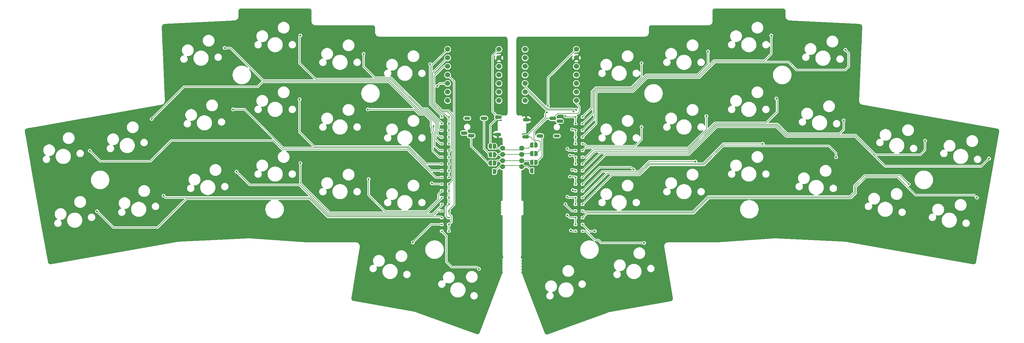
<source format=gtl>
%TF.GenerationSoftware,KiCad,Pcbnew,9.0.7-1.fc43*%
%TF.CreationDate,2026-02-09T10:12:15+11:00*%
%TF.ProjectId,keyboard-split-splay-5x3+2-pinky-cluster,6b657962-6f61-4726-942d-73706c69742d,rev?*%
%TF.SameCoordinates,Original*%
%TF.FileFunction,Copper,L1,Top*%
%TF.FilePolarity,Positive*%
%FSLAX46Y46*%
G04 Gerber Fmt 4.6, Leading zero omitted, Abs format (unit mm)*
G04 Created by KiCad (PCBNEW 9.0.7-1.fc43) date 2026-02-09 10:12:15*
%MOMM*%
%LPD*%
G01*
G04 APERTURE LIST*
G04 Aperture macros list*
%AMFreePoly0*
4,1,23,0.500000,-0.750000,0.000000,-0.750000,0.000000,-0.745722,-0.065263,-0.745722,-0.191342,-0.711940,-0.304381,-0.646677,-0.396677,-0.554381,-0.461940,-0.441342,-0.495722,-0.315263,-0.495722,-0.250000,-0.500000,-0.250000,-0.500000,0.250000,-0.495722,0.250000,-0.495722,0.315263,-0.461940,0.441342,-0.396677,0.554381,-0.304381,0.646677,-0.191342,0.711940,-0.065263,0.745722,0.000000,0.745722,
0.000000,0.750000,0.500000,0.750000,0.500000,-0.750000,0.500000,-0.750000,$1*%
%AMFreePoly1*
4,1,23,0.000000,0.745722,0.065263,0.745722,0.191342,0.711940,0.304381,0.646677,0.396677,0.554381,0.461940,0.441342,0.495722,0.315263,0.495722,0.250000,0.500000,0.250000,0.500000,-0.250000,0.495722,-0.250000,0.495722,-0.315263,0.461940,-0.441342,0.396677,-0.554381,0.304381,-0.646677,0.191342,-0.711940,0.065263,-0.745722,0.000000,-0.745722,0.000000,-0.750000,-0.500000,-0.750000,
-0.500000,0.750000,0.000000,0.750000,0.000000,0.745722,0.000000,0.745722,$1*%
G04 Aperture macros list end*
%TA.AperFunction,SMDPad,CuDef*%
%ADD10R,0.590000X0.450000*%
%TD*%
%TA.AperFunction,ComponentPad*%
%ADD11C,1.500000*%
%TD*%
%TA.AperFunction,SMDPad,CuDef*%
%ADD12FreePoly0,0.000000*%
%TD*%
%TA.AperFunction,SMDPad,CuDef*%
%ADD13FreePoly1,0.000000*%
%TD*%
%TA.AperFunction,ComponentPad*%
%ADD14O,2.000000X1.100000*%
%TD*%
%TA.AperFunction,ComponentPad*%
%ADD15O,1.800000X0.900000*%
%TD*%
%TA.AperFunction,ComponentPad*%
%ADD16C,1.524000*%
%TD*%
%TA.AperFunction,ViaPad*%
%ADD17C,0.600000*%
%TD*%
%TA.AperFunction,Conductor*%
%ADD18C,0.200000*%
%TD*%
G04 APERTURE END LIST*
D10*
%TO.P,D9,1,K*%
%TO.N,/left/row_2*%
X186640000Y-129500000D03*
%TO.P,D9,2,A*%
%TO.N,Net-(D9-A)*%
X188750000Y-129500000D03*
%TD*%
%TO.P,D29,1,K*%
%TO.N,/right/row_2*%
X149055000Y-133500000D03*
%TO.P,D29,2,A*%
%TO.N,Net-(D29-A)*%
X146945000Y-133500000D03*
%TD*%
D11*
%TO.P,REF\u002A\u002A,*%
%TO.N,Net-(JP3-B)*%
X165000000Y-124800000D03*
%TD*%
D10*
%TO.P,D24,1,K*%
%TO.N,/right/row_4*%
X149055000Y-143500000D03*
%TO.P,D24,2,A*%
%TO.N,Net-(D24-A)*%
X146945000Y-143500000D03*
%TD*%
%TO.P,D20,1,K*%
%TO.N,/right/row_1*%
X149055000Y-117500000D03*
%TO.P,D20,2,A*%
%TO.N,Net-(D20-A)*%
X146945000Y-117500000D03*
%TD*%
%TO.P,D18,1,K*%
%TO.N,/left/row_4*%
X186640000Y-115500000D03*
%TO.P,D18,2,A*%
%TO.N,Net-(D18-A)*%
X188750000Y-115500000D03*
%TD*%
D12*
%TO.P,JP4,1,A*%
%TO.N,GND*%
X161350000Y-131750000D03*
D13*
%TO.P,JP4,2,B*%
%TO.N,Net-(JP4-B)*%
X162650000Y-131750000D03*
%TD*%
D11*
%TO.P,,*%
%TO.N,Net-(JP2-B)*%
X170650000Y-126650000D03*
%TD*%
D10*
%TO.P,D11,1,K*%
%TO.N,/left/row_2*%
X186640000Y-149500000D03*
%TO.P,D11,2,A*%
%TO.N,Net-(D11-A)*%
X188750000Y-149500000D03*
%TD*%
%TO.P,D6,1,K*%
%TO.N,/left/row_1*%
X186640000Y-123500000D03*
%TO.P,D6,2,A*%
%TO.N,Net-(D6-A)*%
X188750000Y-123500000D03*
%TD*%
D12*
%TO.P,JP1,1,A*%
%TO.N,/right/RRX*%
X161350000Y-129250000D03*
D13*
%TO.P,JP1,2,B*%
%TO.N,Net-(JP1-B)*%
X162650000Y-129250000D03*
%TD*%
D10*
%TO.P,D22,1,K*%
%TO.N,/right/row_1*%
X149055000Y-121500000D03*
%TO.P,D22,2,A*%
%TO.N,Net-(D22-A)*%
X146945000Y-121500000D03*
%TD*%
D12*
%TO.P,JP3,1,A*%
%TO.N,5V*%
X161350000Y-124250000D03*
D13*
%TO.P,JP3,2,B*%
%TO.N,Net-(JP3-B)*%
X162650000Y-124250000D03*
%TD*%
D10*
%TO.P,D15,1,K*%
%TO.N,/left/row_3*%
X186640000Y-125500000D03*
%TO.P,D15,2,A*%
%TO.N,Net-(D15-A)*%
X188750000Y-125500000D03*
%TD*%
D11*
%TO.P,,*%
%TO.N,Net-(JP1-B)*%
X170650000Y-128500000D03*
%TD*%
D12*
%TO.P,JP7,1,A*%
%TO.N,Net-(JP3-B)*%
X173650000Y-123900000D03*
D13*
%TO.P,JP7,2,B*%
%TO.N,/left/L_5V*%
X174950000Y-123900000D03*
%TD*%
D11*
%TO.P,,*%
%TO.N,Net-(JP2-B)*%
X165000000Y-126650000D03*
%TD*%
D12*
%TO.P,JP5,1,A*%
%TO.N,Net-(JP1-B)*%
X173650000Y-129000000D03*
D13*
%TO.P,JP5,2,B*%
%TO.N,/left/LTX*%
X174950000Y-129000000D03*
%TD*%
D11*
%TO.P,,*%
%TO.N,Net-(JP1-B)*%
X165000000Y-128500000D03*
%TD*%
D14*
%TO.P,J1,1*%
%TO.N,/left/L_5V*%
X171900000Y-121450000D03*
%TO.P,J1,2*%
%TO.N,/left/L_GND*%
X172000000Y-116350000D03*
%TO.P,J1,3*%
%TO.N,/left/LTX*%
X176100000Y-121150000D03*
%TO.P,J1,4*%
%TO.N,/left/LRX*%
X179900000Y-115950000D03*
%TO.P,J1,5*%
%TO.N,unconnected-(J1-Pad5)*%
X182000000Y-116750000D03*
D15*
%TO.P,J1,6*%
%TO.N,unconnected-(J1-Pad6)*%
X181100000Y-121150000D03*
%TD*%
D11*
%TO.P,REF\u002A\u002A,*%
%TO.N,Net-(JP3-B)*%
X170650000Y-124800000D03*
%TD*%
D10*
%TO.P,D3,1,K*%
%TO.N,/left/row_1*%
X186640000Y-121500000D03*
%TO.P,D3,2,A*%
%TO.N,Net-(D3-A)*%
X188750000Y-121500000D03*
%TD*%
%TO.P,D36,1,K*%
%TO.N,/right/row_4*%
X149055000Y-147500000D03*
%TO.P,D36,2,A*%
%TO.N,Net-(D36-A)*%
X146945000Y-147500000D03*
%TD*%
D12*
%TO.P,JP8,1,A*%
%TO.N,Net-(JP4-B)*%
X173650000Y-131500000D03*
D13*
%TO.P,JP8,2,B*%
%TO.N,/left/L_GND*%
X174950000Y-131500000D03*
%TD*%
D10*
%TO.P,D8,1,K*%
%TO.N,/left/row_2*%
X186640000Y-133500000D03*
%TO.P,D8,2,A*%
%TO.N,Net-(D8-A)*%
X188750000Y-133500000D03*
%TD*%
D12*
%TO.P,JP6,1,A*%
%TO.N,Net-(JP2-B)*%
X173650000Y-126450000D03*
D13*
%TO.P,JP6,2,B*%
%TO.N,/left/LRX*%
X174950000Y-126450000D03*
%TD*%
D10*
%TO.P,D12,1,K*%
%TO.N,/left/row_2*%
X186640000Y-135500000D03*
%TO.P,D12,2,A*%
%TO.N,Net-(D12-A)*%
X188750000Y-135500000D03*
%TD*%
%TO.P,D7,1,K*%
%TO.N,/left/row_3*%
X186640000Y-145500000D03*
%TO.P,D7,2,A*%
%TO.N,Net-(D7-A)*%
X188750000Y-145500000D03*
%TD*%
%TO.P,D19,1,K*%
%TO.N,/right/row_1*%
X149055000Y-115500000D03*
%TO.P,D19,2,A*%
%TO.N,Net-(D19-A)*%
X146945000Y-115500000D03*
%TD*%
D16*
%TO.P,U1,1,GPIO26/ADC0/A0*%
%TO.N,/left/row_1*%
X171680000Y-95380000D03*
%TO.P,U1,2,GPIO27/ADC1/A1*%
%TO.N,/left/row_2*%
X171680000Y-97920000D03*
%TO.P,U1,3,GPIO28/ADC2/A2*%
%TO.N,/left/row_3*%
X171680000Y-100460000D03*
%TO.P,U1,4,GPIO29/ADC3/A3*%
%TO.N,/left/row_4*%
X171680000Y-103000000D03*
%TO.P,U1,5,GPIO6/SDA*%
%TO.N,/left/column_1*%
X171680000Y-105540000D03*
%TO.P,U1,6,GPIO7/SCL*%
%TO.N,/left/column_2*%
X171680000Y-108080000D03*
%TO.P,U1,7,GPIO0/TX*%
%TO.N,/left/LTX*%
X171680000Y-110620000D03*
%TO.P,U1,8,GPIO1/RX*%
%TO.N,/left/LRX*%
X186920000Y-110620000D03*
%TO.P,U1,9,GPIO2/SCK*%
%TO.N,/left/column_3*%
X186920000Y-108080000D03*
%TO.P,U1,10,GPIO4/MISO*%
%TO.N,/left/column_4*%
X186920000Y-105540000D03*
%TO.P,U1,11,GPIO3/MOSI*%
%TO.N,/left/column_5*%
X186920000Y-103000000D03*
%TO.P,U1,12,3V3*%
%TO.N,unconnected-(U1-3V3-Pad12)*%
X186920000Y-100460000D03*
%TO.P,U1,13,GND*%
%TO.N,/left/L_GND*%
X186920000Y-97920000D03*
%TO.P,U1,14,VBUS*%
%TO.N,/left/L_5V*%
X186920000Y-95380000D03*
%TD*%
D11*
%TO.P,,*%
%TO.N,Net-(JP4-B)*%
X165000000Y-130350000D03*
%TD*%
D10*
%TO.P,D27,1,K*%
%TO.N,/right/row_2*%
X149055000Y-129500000D03*
%TO.P,D27,2,A*%
%TO.N,Net-(D27-A)*%
X146945000Y-129500000D03*
%TD*%
%TO.P,D17,1,K*%
%TO.N,/left/row_4*%
X186640000Y-117500000D03*
%TO.P,D17,2,A*%
%TO.N,Net-(D17-A)*%
X188750000Y-117500000D03*
%TD*%
D11*
%TO.P,,*%
%TO.N,Net-(JP4-B)*%
X170650000Y-130350000D03*
%TD*%
D10*
%TO.P,D2,1,K*%
%TO.N,/left/row_1*%
X186640000Y-131500000D03*
%TO.P,D2,2,A*%
%TO.N,Net-(D2-A)*%
X188750000Y-131500000D03*
%TD*%
%TO.P,D35,1,K*%
%TO.N,/right/row_4*%
X149055000Y-149500000D03*
%TO.P,D35,2,A*%
%TO.N,Net-(D35-A)*%
X146945000Y-149500000D03*
%TD*%
%TO.P,D33,1,K*%
%TO.N,/right/row_3*%
X149055000Y-139500000D03*
%TO.P,D33,2,A*%
%TO.N,Net-(D33-A)*%
X146945000Y-139500000D03*
%TD*%
D14*
%TO.P,J2,1*%
%TO.N,5V*%
X163700000Y-115600000D03*
%TO.P,J2,2*%
%TO.N,GND*%
X163600000Y-120700000D03*
%TO.P,J2,3*%
%TO.N,/right/RTX*%
X159500000Y-115900000D03*
%TO.P,J2,4*%
%TO.N,/right/RRX*%
X155700000Y-121100000D03*
%TO.P,J2,5*%
%TO.N,unconnected-(J2-Pad5)*%
X153600000Y-120300000D03*
D15*
%TO.P,J2,6*%
%TO.N,unconnected-(J2-Pad6)*%
X154500000Y-115900000D03*
%TD*%
D10*
%TO.P,D28,1,K*%
%TO.N,/right/row_2*%
X149055000Y-131500000D03*
%TO.P,D28,2,A*%
%TO.N,Net-(D28-A)*%
X146945000Y-131500000D03*
%TD*%
%TO.P,D10,1,K*%
%TO.N,/left/row_2*%
X186640000Y-127500000D03*
%TO.P,D10,2,A*%
%TO.N,Net-(D10-A)*%
X188750000Y-127500000D03*
%TD*%
%TO.P,D34,1,K*%
%TO.N,/right/row_3*%
X149055000Y-141500000D03*
%TO.P,D34,2,A*%
%TO.N,Net-(D34-A)*%
X146945000Y-141500000D03*
%TD*%
D12*
%TO.P,JP2,1,A*%
%TO.N,/right/RTX*%
X161350000Y-126750000D03*
D13*
%TO.P,JP2,2,B*%
%TO.N,Net-(JP2-B)*%
X162650000Y-126750000D03*
%TD*%
D10*
%TO.P,D26,1,K*%
%TO.N,/right/row_2*%
X149055000Y-127500000D03*
%TO.P,D26,2,A*%
%TO.N,Net-(D26-A)*%
X146945000Y-127500000D03*
%TD*%
%TO.P,D13,1,K*%
%TO.N,/left/row_3*%
X186640000Y-141500000D03*
%TO.P,D13,2,A*%
%TO.N,Net-(D13-A)*%
X188750000Y-141500000D03*
%TD*%
%TO.P,D25,1,K*%
%TO.N,/right/row_2*%
X149055000Y-125500000D03*
%TO.P,D25,2,A*%
%TO.N,Net-(D25-A)*%
X146945000Y-125500000D03*
%TD*%
%TO.P,D31,1,K*%
%TO.N,/right/row_3*%
X149055000Y-135500000D03*
%TO.P,D31,2,A*%
%TO.N,Net-(D31-A)*%
X146945000Y-135500000D03*
%TD*%
%TO.P,D4,1,K*%
%TO.N,/left/row_1*%
X186640000Y-119500000D03*
%TO.P,D4,2,A*%
%TO.N,Net-(D4-A)*%
X188750000Y-119500000D03*
%TD*%
%TO.P,D21,1,K*%
%TO.N,/right/row_1*%
X149055000Y-119500000D03*
%TO.P,D21,2,A*%
%TO.N,Net-(D21-A)*%
X146945000Y-119500000D03*
%TD*%
%TO.P,D30,1,K*%
%TO.N,/right/row_3*%
X149055000Y-145500000D03*
%TO.P,D30,2,A*%
%TO.N,Net-(D30-A)*%
X146945000Y-145500000D03*
%TD*%
%TO.P,D1,1,K*%
%TO.N,/left/row_4*%
X186640000Y-143500000D03*
%TO.P,D1,2,A*%
%TO.N,Net-(D1-A)*%
X188750000Y-143500000D03*
%TD*%
%TO.P,D16,1,K*%
%TO.N,/left/row_3*%
X186640000Y-147500000D03*
%TO.P,D16,2,A*%
%TO.N,Net-(D16-A)*%
X188750000Y-147500000D03*
%TD*%
D16*
%TO.P,U2,1,GPIO26/ADC0/A0*%
%TO.N,/right/row_1*%
X148680000Y-95380000D03*
%TO.P,U2,2,GPIO27/ADC1/A1*%
%TO.N,/right/row_2*%
X148680000Y-97920000D03*
%TO.P,U2,3,GPIO28/ADC2/A2*%
%TO.N,/right/row_3*%
X148680000Y-100460000D03*
%TO.P,U2,4,GPIO29/ADC3/A3*%
%TO.N,/right/row_4*%
X148680000Y-103000000D03*
%TO.P,U2,5,GPIO6/SDA*%
%TO.N,/right/column_1*%
X148680000Y-105540000D03*
%TO.P,U2,6,GPIO7/SCL*%
%TO.N,/right/column_2*%
X148680000Y-108080000D03*
%TO.P,U2,7,GPIO0/TX*%
%TO.N,/right/RTX*%
X148680000Y-110620000D03*
%TO.P,U2,8,GPIO1/RX*%
%TO.N,/right/RRX*%
X163920000Y-110620000D03*
%TO.P,U2,9,GPIO2/SCK*%
%TO.N,/right/column_3*%
X163920000Y-108080000D03*
%TO.P,U2,10,GPIO4/MISO*%
%TO.N,/right/column_4*%
X163920000Y-105540000D03*
%TO.P,U2,11,GPIO3/MOSI*%
%TO.N,/right/column_5*%
X163920000Y-103000000D03*
%TO.P,U2,12,3V3*%
%TO.N,unconnected-(U2-3V3-Pad12)*%
X163920000Y-100460000D03*
%TO.P,U2,13,GND*%
%TO.N,GND*%
X163920000Y-97920000D03*
%TO.P,U2,14,VBUS*%
%TO.N,5V*%
X163920000Y-95380000D03*
%TD*%
D10*
%TO.P,D14,1,K*%
%TO.N,/left/row_3*%
X186640000Y-139500000D03*
%TO.P,D14,2,A*%
%TO.N,Net-(D14-A)*%
X188750000Y-139500000D03*
%TD*%
%TO.P,D32,1,K*%
%TO.N,/right/row_3*%
X149055000Y-137500000D03*
%TO.P,D32,2,A*%
%TO.N,Net-(D32-A)*%
X146945000Y-137500000D03*
%TD*%
%TO.P,D5,1,K*%
%TO.N,/left/row_1*%
X186640000Y-137500000D03*
%TO.P,D5,2,A*%
%TO.N,Net-(D5-A)*%
X188750000Y-137500000D03*
%TD*%
%TO.P,D23,1,K*%
%TO.N,/right/row_1*%
X149055000Y-123500000D03*
%TO.P,D23,2,A*%
%TO.N,Net-(D23-A)*%
X146945000Y-123500000D03*
%TD*%
D17*
%TO.N,Net-(D1-A)*%
X285550000Y-135475000D03*
%TO.N,Net-(D2-A)*%
X290400000Y-122575000D03*
%TO.N,Net-(D3-A)*%
X266750000Y-95500000D03*
%TO.N,Net-(D4-A)*%
X244750000Y-91250000D03*
%TO.N,Net-(D5-A)*%
X222250000Y-128750000D03*
%TO.N,Net-(D6-A)*%
X206250000Y-118500000D03*
%TO.N,Net-(D7-A)*%
X305825000Y-139525000D03*
%TO.N,Net-(D8-A)*%
X309400000Y-127900000D03*
%TO.N,Net-(D9-A)*%
X266250000Y-116500000D03*
%TO.N,Net-(D10-A)*%
X246250000Y-110000000D03*
%TO.N,Net-(D11-A)*%
X207000000Y-153000000D03*
%TO.N,Net-(D12-A)*%
X203875000Y-131125000D03*
%TO.N,Net-(D13-A)*%
X264000000Y-127500000D03*
%TO.N,Net-(D14-A)*%
X242250000Y-123500000D03*
%TO.N,Net-(D15-A)*%
X225500000Y-115250000D03*
%TO.N,Net-(D16-A)*%
X192370000Y-149500000D03*
%TO.N,Net-(D17-A)*%
X226000000Y-96000000D03*
%TO.N,Net-(D18-A)*%
X206250000Y-99500000D03*
%TO.N,/left/row_4*%
X183650000Y-115250000D03*
X183650000Y-141500000D03*
%TO.N,/left/row_1*%
X185600000Y-119250000D03*
X185850000Y-137250000D03*
X185600000Y-131250000D03*
%TO.N,Net-(D19-A)*%
X143500000Y-99750000D03*
%TO.N,Net-(D20-A)*%
X123750000Y-96750000D03*
%TO.N,/left/row_2*%
X185000000Y-133250000D03*
X185000000Y-127000000D03*
X185250000Y-149250000D03*
%TO.N,/left/row_3*%
X184250000Y-125000000D03*
X184250000Y-139250000D03*
X184250000Y-144750000D03*
%TO.N,Net-(D21-A)*%
X105000000Y-91250000D03*
%TO.N,Net-(D22-A)*%
X82500000Y-95000000D03*
%TO.N,Net-(D23-A)*%
X60850000Y-116100000D03*
%TO.N,Net-(D24-A)*%
X64375000Y-138950000D03*
%TO.N,Net-(D25-A)*%
X144500000Y-118250000D03*
%TO.N,Net-(D26-A)*%
X125000000Y-113250000D03*
%TO.N,Net-(D27-A)*%
X104750000Y-110250000D03*
%TO.N,Net-(D28-A)*%
X85000000Y-113250000D03*
%TO.N,Net-(D29-A)*%
X42475000Y-125550000D03*
%TO.N,Net-(D30-A)*%
X44650000Y-143575000D03*
%TO.N,Net-(D31-A)*%
X144000000Y-135250000D03*
%TO.N,Net-(D32-A)*%
X125250000Y-134000000D03*
%TO.N,Net-(D33-A)*%
X105000000Y-129250000D03*
%TO.N,Net-(D34-A)*%
X86000000Y-131750000D03*
%TO.N,Net-(D35-A)*%
X158000000Y-160750000D03*
%TO.N,Net-(D36-A)*%
X138370000Y-152870000D03*
%TO.N,/left/L_5V*%
X178500000Y-112149472D03*
X178150000Y-114100000D03*
%TO.N,/right/column_1*%
X145650000Y-106250000D03*
%TO.N,/left/column_1*%
X186849265Y-113350000D03*
%TO.N,/left/column_2*%
X186050000Y-113900000D03*
%TD*%
D18*
%TO.N,Net-(D1-A)*%
X283025000Y-132950000D02*
X285550000Y-135475000D01*
X221500000Y-143750000D02*
X226000000Y-139250000D01*
X269450000Y-137850000D02*
X269450000Y-135950000D01*
X268075000Y-139225000D02*
X269450000Y-137850000D01*
X268050000Y-139250000D02*
X268075000Y-139225000D01*
X269450000Y-135950000D02*
X272450000Y-132950000D01*
X189000000Y-143750000D02*
X221500000Y-143750000D01*
X272450000Y-132950000D02*
X277550000Y-132950000D01*
X277550000Y-132950000D02*
X283025000Y-132950000D01*
X226000000Y-139250000D02*
X268050000Y-139250000D01*
%TO.N,/right/row_1*%
X146708100Y-114401000D02*
X143901000Y-111593900D01*
X148680000Y-95455000D02*
X148680000Y-95380000D01*
X149055000Y-119500000D02*
X149055000Y-117500000D01*
X143901000Y-111593900D02*
X143901000Y-100234000D01*
X148760000Y-115500000D02*
X149055000Y-115500000D01*
X147651000Y-114401000D02*
X146708100Y-114401000D01*
X148750000Y-115500000D02*
X147651000Y-114401000D01*
X143901000Y-100234000D02*
X148680000Y-95455000D01*
X149055000Y-121500000D02*
X149055000Y-119500000D01*
X149055000Y-115500000D02*
X149055000Y-117500000D01*
X149055000Y-123500000D02*
X149055000Y-121500000D01*
X149055000Y-115500000D02*
X148750000Y-115500000D01*
%TO.N,Net-(D2-A)*%
X194000000Y-126250000D02*
X220201300Y-126250000D01*
X220201300Y-126250000D02*
X228399300Y-118052000D01*
X275675000Y-126725000D02*
X289050000Y-126725000D01*
X228399300Y-118052000D02*
X246484900Y-118052000D01*
X246484900Y-118052000D02*
X249333900Y-120901000D01*
X188750000Y-131500000D02*
X194000000Y-126250000D01*
X269851000Y-120901000D02*
X275675000Y-126725000D01*
X249333900Y-120901000D02*
X269851000Y-120901000D01*
X290000000Y-125775000D02*
X290400000Y-125375000D01*
X290400000Y-125375000D02*
X290400000Y-122575000D01*
X289050000Y-126725000D02*
X290000000Y-125775000D01*
%TO.N,Net-(D3-A)*%
X252250000Y-101500000D02*
X266750000Y-101500000D01*
X266750000Y-101500000D02*
X267750000Y-100500000D01*
X203748300Y-107953000D02*
X207899300Y-103802000D01*
X192750000Y-117500000D02*
X192750000Y-108451300D01*
X267750000Y-96500000D02*
X266750000Y-95500000D01*
X267750000Y-100500000D02*
X267750000Y-96500000D01*
X228007550Y-99151000D02*
X249901000Y-99151000D01*
X193248300Y-107953000D02*
X203748300Y-107953000D01*
X207899300Y-103802000D02*
X223356550Y-103802000D01*
X188750000Y-121500000D02*
X192750000Y-117500000D01*
X223356550Y-103802000D02*
X228007550Y-99151000D01*
X249901000Y-99151000D02*
X252250000Y-101500000D01*
X192750000Y-108451300D02*
X193248300Y-107953000D01*
%TO.N,Net-(D4-A)*%
X192309550Y-108324650D02*
X193082200Y-107552000D01*
X188750000Y-119500000D02*
X192309550Y-115940450D01*
X242750000Y-98750000D02*
X244750000Y-96750000D01*
X244750000Y-96750000D02*
X244750000Y-91250000D01*
X227750000Y-98750000D02*
X242750000Y-98750000D01*
X207733200Y-103401000D02*
X223099000Y-103401000D01*
X223099000Y-103401000D02*
X227750000Y-98750000D01*
X193082200Y-107552000D02*
X203582200Y-107552000D01*
X192309550Y-115940450D02*
X192309550Y-108324650D01*
X203582200Y-107552000D02*
X207733200Y-103401000D01*
%TO.N,Net-(D5-A)*%
X188750000Y-137500000D02*
X194500000Y-131750000D01*
X208500000Y-128750000D02*
X222250000Y-128750000D01*
X194500000Y-131750000D02*
X205500000Y-131750000D01*
X205500000Y-131750000D02*
X208500000Y-128750000D01*
%TO.N,Net-(D6-A)*%
X204250000Y-124250000D02*
X206250000Y-122250000D01*
X189250000Y-123500000D02*
X190000000Y-124250000D01*
X206250000Y-122250000D02*
X206250000Y-118500000D01*
X188750000Y-123500000D02*
X189250000Y-123500000D01*
X190000000Y-124250000D02*
X204250000Y-124250000D01*
%TO.N,/right/row_2*%
X149065000Y-127500000D02*
X149075000Y-127490000D01*
X149075000Y-129510000D02*
X149065000Y-129500000D01*
X148632900Y-114000000D02*
X146874200Y-114000000D01*
X149075000Y-133500000D02*
X149075000Y-129510000D01*
X144302000Y-111427800D02*
X144302000Y-102298000D01*
X144302000Y-102298000D02*
X148680000Y-97920000D01*
X146874200Y-114000000D02*
X144302000Y-111427800D01*
X149075000Y-125500000D02*
X149800000Y-124775000D01*
X149075000Y-127490000D02*
X149075000Y-125500000D01*
X149800000Y-124775000D02*
X149800000Y-115167100D01*
X149065000Y-129500000D02*
X149065000Y-127500000D01*
X149800000Y-115167100D02*
X148632900Y-114000000D01*
%TO.N,Net-(D7-A)*%
X272834550Y-133350000D02*
X282200000Y-133350000D01*
X305100000Y-138800000D02*
X305825000Y-139525000D01*
X226166100Y-139651000D02*
X268333900Y-139651000D01*
X268333900Y-139651000D02*
X269851000Y-138133900D01*
X282200000Y-133350000D02*
X287650000Y-138800000D01*
X287650000Y-138800000D02*
X305100000Y-138800000D01*
X188750000Y-145500000D02*
X190099000Y-144151000D01*
X190099000Y-144151000D02*
X221666100Y-144151000D01*
X221666100Y-144151000D02*
X226166100Y-139651000D01*
X269851000Y-138133900D02*
X269851000Y-136333550D01*
X269851000Y-136333550D02*
X272834550Y-133350000D01*
%TO.N,Net-(D8-A)*%
X249167800Y-121302000D02*
X269684900Y-121302000D01*
X269684900Y-121302000D02*
X278557900Y-130175000D01*
X307125000Y-130175000D02*
X309400000Y-127900000D01*
X195500000Y-126750000D02*
X220268400Y-126750000D01*
X278557900Y-130175000D02*
X307125000Y-130175000D01*
X228565400Y-118453000D02*
X246318800Y-118453000D01*
X188750000Y-133500000D02*
X195500000Y-126750000D01*
X220268400Y-126750000D02*
X228565400Y-118453000D01*
X246318800Y-118453000D02*
X249167800Y-121302000D01*
%TO.N,Net-(D9-A)*%
X220134200Y-125750000D02*
X228233200Y-117651000D01*
X266250000Y-119250000D02*
X266250000Y-116500000D01*
X188750000Y-129500000D02*
X192500000Y-125750000D01*
X249500000Y-120500000D02*
X265000000Y-120500000D01*
X228233200Y-117651000D02*
X246651000Y-117651000D01*
X265000000Y-120500000D02*
X266250000Y-119250000D01*
X192500000Y-125750000D02*
X220134200Y-125750000D01*
X246651000Y-117651000D02*
X249500000Y-120500000D01*
%TO.N,Net-(D10-A)*%
X192000000Y-125250000D02*
X220067100Y-125250000D01*
X246500000Y-110250000D02*
X246250000Y-110000000D01*
X188750000Y-127500000D02*
X189750000Y-127500000D01*
X246500000Y-114000000D02*
X246500000Y-110250000D01*
X243250000Y-117250000D02*
X246500000Y-114000000D01*
X220067100Y-125250000D02*
X228067100Y-117250000D01*
X189750000Y-127500000D02*
X192000000Y-125250000D01*
X228067100Y-117250000D02*
X243250000Y-117250000D01*
%TO.N,Net-(D11-A)*%
X192436500Y-152149000D02*
X193449000Y-152149000D01*
X194300000Y-153000000D02*
X207000000Y-153000000D01*
X193449000Y-152149000D02*
X194300000Y-153000000D01*
X189787500Y-149500000D02*
X192436500Y-152149000D01*
X188750000Y-149500000D02*
X189787500Y-149500000D01*
%TO.N,/right/row_3*%
X150200000Y-134355000D02*
X150200000Y-114800000D01*
X148200000Y-144940000D02*
X148760000Y-145500000D01*
X150200000Y-114800000D02*
X148999000Y-113599000D01*
X148200000Y-142355000D02*
X148200000Y-144940000D01*
X147040300Y-113599000D02*
X144703000Y-111261700D01*
X144703000Y-111261700D02*
X144703000Y-103297000D01*
X144703000Y-103297000D02*
X147540000Y-100460000D01*
X149055000Y-135500000D02*
X150200000Y-134355000D01*
X149055000Y-141500000D02*
X148200000Y-142355000D01*
X148760000Y-145500000D02*
X149055000Y-145500000D01*
X148999000Y-113599000D02*
X147040300Y-113599000D01*
X147540000Y-100460000D02*
X148680000Y-100460000D01*
X149055000Y-135500000D02*
X149055000Y-141500000D01*
%TO.N,Net-(D12-A)*%
X203250000Y-130500000D02*
X193750000Y-130500000D01*
X193750000Y-130500000D02*
X188750000Y-135500000D01*
X203875000Y-131125000D02*
X203250000Y-130500000D01*
%TO.N,Net-(D13-A)*%
X205634200Y-132750000D02*
X197510000Y-132750000D01*
X264000000Y-126250000D02*
X261851000Y-124101000D01*
X230466100Y-124101000D02*
X224815100Y-129752000D01*
X189260000Y-141000000D02*
X189250000Y-141000000D01*
X189250000Y-141000000D02*
X188750000Y-141500000D01*
X264000000Y-127500000D02*
X264000000Y-126250000D01*
X224815100Y-129752000D02*
X208632200Y-129752000D01*
X197510000Y-132750000D02*
X189260000Y-141000000D01*
X261851000Y-124101000D02*
X230466100Y-124101000D01*
X208632200Y-129752000D02*
X205634200Y-132750000D01*
%TO.N,Net-(D14-A)*%
X208466100Y-129351000D02*
X224649000Y-129351000D01*
X196010000Y-132250000D02*
X205567100Y-132250000D01*
X224649000Y-129351000D02*
X230500000Y-123500000D01*
X205567100Y-132250000D02*
X208466100Y-129351000D01*
X230500000Y-123500000D02*
X242250000Y-123500000D01*
X188760000Y-139500000D02*
X196010000Y-132250000D01*
%TO.N,/right/row_4*%
X149055000Y-144255000D02*
X149800000Y-145000000D01*
X149055000Y-143205000D02*
X150600000Y-141660000D01*
X149800000Y-146755000D02*
X149055000Y-147500000D01*
X149055000Y-143500000D02*
X149055000Y-143205000D01*
X150600000Y-141660000D02*
X150600000Y-104920000D01*
X149800000Y-145000000D02*
X149800000Y-146755000D01*
X150600000Y-104920000D02*
X148680000Y-103000000D01*
X149055000Y-143500000D02*
X149055000Y-144255000D01*
X149055000Y-147500000D02*
X149055000Y-149500000D01*
%TO.N,Net-(D15-A)*%
X220000000Y-124750000D02*
X225500000Y-119250000D01*
X188750000Y-125500000D02*
X189500000Y-124750000D01*
X225500000Y-119250000D02*
X225500000Y-115250000D01*
X189500000Y-124750000D02*
X220000000Y-124750000D01*
%TO.N,Net-(D16-A)*%
X190750000Y-149500000D02*
X188750000Y-147500000D01*
X192370000Y-149500000D02*
X190750000Y-149500000D01*
%TO.N,Net-(D17-A)*%
X192916100Y-107151000D02*
X203416100Y-107151000D01*
X191908550Y-114341450D02*
X191908550Y-108158550D01*
X226000000Y-96000000D02*
X226000000Y-99750000D01*
X222750000Y-103000000D02*
X226000000Y-99750000D01*
X203416100Y-107151000D02*
X207567100Y-103000000D01*
X188750000Y-117500000D02*
X191908550Y-114341450D01*
X207567100Y-103000000D02*
X222750000Y-103000000D01*
X191908550Y-108158550D02*
X192916100Y-107151000D01*
%TO.N,Net-(D18-A)*%
X191500000Y-108000000D02*
X192750000Y-106750000D01*
X192750000Y-106750000D02*
X203250000Y-106750000D01*
X203250000Y-106750000D02*
X206250000Y-103750000D01*
X206250000Y-103750000D02*
X206250000Y-99500000D01*
X188750000Y-115500000D02*
X191500000Y-112750000D01*
X191500000Y-112750000D02*
X191500000Y-108000000D01*
%TO.N,/left/row_4*%
X185500000Y-143500000D02*
X186640000Y-143500000D01*
X183650000Y-141650000D02*
X185500000Y-143500000D01*
X183650000Y-141500000D02*
X183650000Y-141650000D01*
X183900000Y-115500000D02*
X183650000Y-115250000D01*
X186640000Y-115500000D02*
X186640000Y-117500000D01*
X186640000Y-115500000D02*
X183900000Y-115500000D01*
%TO.N,/left/row_1*%
X186100000Y-137500000D02*
X185850000Y-137250000D01*
X185600000Y-119250000D02*
X186390000Y-119250000D01*
X186640000Y-121500000D02*
X186640000Y-123500000D01*
X186390000Y-119250000D02*
X186640000Y-119500000D01*
X185600000Y-131250000D02*
X186390000Y-131250000D01*
X186390000Y-131250000D02*
X186640000Y-131500000D01*
X186640000Y-119500000D02*
X186640000Y-121500000D01*
X186640000Y-137500000D02*
X186100000Y-137500000D01*
%TO.N,Net-(D19-A)*%
X146945000Y-115500000D02*
X146945000Y-115205000D01*
X146945000Y-115205000D02*
X143500000Y-111760000D01*
X143500000Y-111760000D02*
X143500000Y-99750000D01*
%TO.N,Net-(D20-A)*%
X123750000Y-100500000D02*
X123750000Y-96750000D01*
X146945000Y-117325000D02*
X142630000Y-113010000D01*
X142630000Y-113010000D02*
X141077100Y-113010000D01*
X131916100Y-103849000D02*
X127099000Y-103849000D01*
X146945000Y-117500000D02*
X146945000Y-117325000D01*
X127099000Y-103849000D02*
X123750000Y-100500000D01*
X141077100Y-113010000D02*
X131916100Y-103849000D01*
%TO.N,/left/row_2*%
X186390000Y-133250000D02*
X186640000Y-133500000D01*
X186140000Y-127000000D02*
X186640000Y-127500000D01*
X186640000Y-149500000D02*
X185500000Y-149500000D01*
X186640000Y-127500000D02*
X186640000Y-129500000D01*
X185000000Y-127000000D02*
X186140000Y-127000000D01*
X185500000Y-149500000D02*
X185250000Y-149250000D01*
X186640000Y-133500000D02*
X186640000Y-135500000D01*
X185000000Y-133250000D02*
X186390000Y-133250000D01*
%TO.N,/left/row_3*%
X184250000Y-125000000D02*
X184750000Y-125500000D01*
X185000000Y-145500000D02*
X186640000Y-145500000D01*
X184250000Y-139250000D02*
X184500000Y-139500000D01*
X186640000Y-141500000D02*
X186640000Y-139500000D01*
X184500000Y-139500000D02*
X186640000Y-139500000D01*
X184750000Y-125500000D02*
X186640000Y-125500000D01*
X186640000Y-147500000D02*
X186640000Y-145500000D01*
X184250000Y-144750000D02*
X185000000Y-145500000D01*
%TO.N,Net-(D21-A)*%
X146000000Y-117000000D02*
X142500000Y-113500000D01*
X142500000Y-113500000D02*
X141000000Y-113500000D01*
X104750000Y-91500000D02*
X105000000Y-91250000D01*
X131750000Y-104250000D02*
X109500000Y-104250000D01*
X146000000Y-119000000D02*
X146000000Y-117000000D01*
X141000000Y-113500000D02*
X131750000Y-104250000D01*
X104750000Y-99500000D02*
X104750000Y-91500000D01*
X146945000Y-119500000D02*
X146500000Y-119500000D01*
X109500000Y-104250000D02*
X104750000Y-99500000D01*
X146500000Y-119500000D02*
X146000000Y-119000000D01*
%TO.N,Net-(D22-A)*%
X145599000Y-120599000D02*
X145599000Y-117166100D01*
X142333900Y-113901000D02*
X140651000Y-113901000D01*
X146945000Y-121500000D02*
X146500000Y-121500000D01*
X131401000Y-104651000D02*
X93951000Y-104651000D01*
X146500000Y-121500000D02*
X145599000Y-120599000D01*
X93951000Y-104651000D02*
X84300000Y-95000000D01*
X145599000Y-117166100D02*
X142333900Y-113901000D01*
X84300000Y-95000000D02*
X82500000Y-95000000D01*
X140651000Y-113901000D02*
X131401000Y-104651000D01*
%TO.N,Net-(D23-A)*%
X131234900Y-105052000D02*
X140484900Y-114302000D01*
X92336900Y-106500000D02*
X93784900Y-105052000D01*
X142167800Y-114302000D02*
X145198000Y-117332200D01*
X60850000Y-116100000D02*
X70450000Y-106500000D01*
X146500000Y-123500000D02*
X146945000Y-123500000D01*
X145198000Y-122198000D02*
X146500000Y-123500000D01*
X145198000Y-117332200D02*
X145198000Y-122198000D01*
X140484900Y-114302000D02*
X142167800Y-114302000D01*
X93784900Y-105052000D02*
X131234900Y-105052000D01*
X70450000Y-106500000D02*
X92336900Y-106500000D01*
%TO.N,Net-(D24-A)*%
X145817100Y-143500000D02*
X146945000Y-143500000D01*
X113281900Y-144849000D02*
X144468100Y-144849000D01*
X144468100Y-144849000D02*
X145817100Y-143500000D01*
X69250000Y-139500000D02*
X107932900Y-139500000D01*
X64925000Y-139500000D02*
X64375000Y-138950000D01*
X69250000Y-139500000D02*
X64925000Y-139500000D01*
X107932900Y-139500000D02*
X113281900Y-144849000D01*
%TO.N,Net-(D25-A)*%
X146250000Y-125500000D02*
X146965000Y-125500000D01*
X144500000Y-119750000D02*
X144750000Y-120000000D01*
X144750000Y-124000000D02*
X146250000Y-125500000D01*
X144500000Y-118250000D02*
X144500000Y-119750000D01*
X144750000Y-120000000D02*
X144750000Y-124000000D01*
%TO.N,Net-(D26-A)*%
X138865800Y-113250000D02*
X125000000Y-113250000D01*
X143750000Y-116500000D02*
X141953000Y-114703000D01*
X144250000Y-125500000D02*
X144250000Y-120250000D01*
X146955000Y-127500000D02*
X146250000Y-127500000D01*
X144000000Y-120000000D02*
X144000000Y-118599943D01*
X144000000Y-118599943D02*
X143750000Y-118349943D01*
X146250000Y-127500000D02*
X144250000Y-125500000D01*
X141953000Y-114703000D02*
X140318800Y-114703000D01*
X140318800Y-114703000D02*
X138865800Y-113250000D01*
X144250000Y-120250000D02*
X144000000Y-120000000D01*
X143750000Y-118349943D02*
X143750000Y-116500000D01*
%TO.N,Net-(D27-A)*%
X142317100Y-129500000D02*
X137166100Y-124349000D01*
X146955000Y-129500000D02*
X142317100Y-129500000D01*
X104750000Y-120000000D02*
X104750000Y-110250000D01*
X137166100Y-124349000D02*
X109099000Y-124349000D01*
X109099000Y-124349000D02*
X104750000Y-120000000D01*
%TO.N,Net-(D28-A)*%
X88487709Y-113250000D02*
X99987709Y-124750000D01*
X99987709Y-124750000D02*
X137000000Y-124750000D01*
X143750000Y-131500000D02*
X146965000Y-131500000D01*
X85000000Y-113250000D02*
X88487709Y-113250000D01*
X137000000Y-124750000D02*
X143750000Y-131500000D01*
%TO.N,Net-(D29-A)*%
X145182900Y-133500000D02*
X136932900Y-125250000D01*
X45650000Y-128725000D02*
X42475000Y-125550000D01*
X60450000Y-128725000D02*
X45650000Y-128725000D01*
X99750000Y-125250000D02*
X97000000Y-122500000D01*
X146965000Y-133500000D02*
X145182900Y-133500000D01*
X97000000Y-122500000D02*
X66675000Y-122500000D01*
X66675000Y-122500000D02*
X60450000Y-128725000D01*
X136932900Y-125250000D02*
X99750000Y-125250000D01*
%TO.N,Net-(D30-A)*%
X62600000Y-148400000D02*
X55325000Y-148400000D01*
X69750000Y-141250000D02*
X62600000Y-148400000D01*
X49475000Y-148400000D02*
X44650000Y-143575000D01*
X146945000Y-145500000D02*
X146695000Y-145250000D01*
X55325000Y-148400000D02*
X49475000Y-148400000D01*
X113115800Y-145250000D02*
X107766800Y-139901000D01*
X146695000Y-145250000D02*
X113115800Y-145250000D01*
X107766800Y-139901000D02*
X71099000Y-139901000D01*
X71099000Y-139901000D02*
X69750000Y-141250000D01*
%TO.N,Net-(D31-A)*%
X146945000Y-135500000D02*
X144250000Y-135500000D01*
X144250000Y-135500000D02*
X144000000Y-135250000D01*
%TO.N,Net-(D32-A)*%
X125250000Y-138750000D02*
X130099000Y-143599000D01*
X146000000Y-140000000D02*
X146000000Y-138445000D01*
X130099000Y-143599000D02*
X142401000Y-143599000D01*
X125250000Y-134000000D02*
X125250000Y-138750000D01*
X146000000Y-138445000D02*
X146945000Y-137500000D01*
X142401000Y-143599000D02*
X146000000Y-140000000D01*
%TO.N,Net-(D33-A)*%
X113750000Y-144000000D02*
X105000000Y-135250000D01*
X105000000Y-135250000D02*
X105000000Y-129250000D01*
X146945000Y-139622100D02*
X142567100Y-144000000D01*
X146945000Y-139500000D02*
X146945000Y-139622100D01*
X142567100Y-144000000D02*
X113750000Y-144000000D01*
%TO.N,Net-(D34-A)*%
X104750000Y-135750000D02*
X90000000Y-135750000D01*
X146945000Y-141805000D02*
X144302000Y-144448000D01*
X113448000Y-144448000D02*
X104750000Y-135750000D01*
X144302000Y-144448000D02*
X113448000Y-144448000D01*
X90000000Y-135750000D02*
X86000000Y-131750000D01*
X146945000Y-141500000D02*
X146945000Y-141805000D01*
%TO.N,Net-(D35-A)*%
X148300000Y-150855000D02*
X146945000Y-149500000D01*
X149950000Y-160200000D02*
X148300000Y-158550000D01*
X157450000Y-160200000D02*
X149950000Y-160200000D01*
X158000000Y-160750000D02*
X157450000Y-160200000D01*
X148300000Y-158550000D02*
X148300000Y-150855000D01*
%TO.N,Net-(D36-A)*%
X138370000Y-152870000D02*
X140490000Y-150750000D01*
X140490000Y-150750000D02*
X140500000Y-150750000D01*
X143750000Y-147500000D02*
X146945000Y-147500000D01*
X140500000Y-150750000D02*
X143750000Y-147500000D01*
%TO.N,/left/LTX*%
X174950000Y-129000000D02*
X176701000Y-127249000D01*
X176701000Y-121751000D02*
X176100000Y-121150000D01*
X176701000Y-127249000D02*
X176701000Y-121751000D01*
X175667100Y-121150000D02*
X176100000Y-121150000D01*
%TO.N,/left/LRX*%
X186970000Y-111580000D02*
X187750000Y-112360000D01*
X179900000Y-115600000D02*
X179900000Y-115950000D01*
X187750000Y-112360000D02*
X187750000Y-114000000D01*
X178050000Y-115950000D02*
X179900000Y-115950000D01*
X174950000Y-126450000D02*
X176300000Y-125100000D01*
X174300000Y-119700000D02*
X178050000Y-115950000D01*
X176300000Y-125100000D02*
X176300000Y-123000000D01*
X187250000Y-114500000D02*
X181350000Y-114500000D01*
X174867100Y-122500000D02*
X174300000Y-121932900D01*
X175800000Y-122500000D02*
X174867100Y-122500000D01*
X174300000Y-121932900D02*
X174300000Y-119700000D01*
X181350000Y-114500000D02*
X179900000Y-115950000D01*
X176300000Y-123000000D02*
X175800000Y-122500000D01*
X186970000Y-111445000D02*
X186970000Y-111580000D01*
X187750000Y-114000000D02*
X187250000Y-114500000D01*
%TO.N,/left/L_5V*%
X178500000Y-112149472D02*
X178500000Y-103800000D01*
X178500000Y-103800000D02*
X186920000Y-95380000D01*
X174950000Y-123150000D02*
X173250000Y-121450000D01*
X177750000Y-115600000D02*
X171900000Y-121450000D01*
X178150000Y-114100000D02*
X177750000Y-114500000D01*
X174950000Y-123900000D02*
X174950000Y-123150000D01*
X173250000Y-121450000D02*
X171900000Y-121450000D01*
X177750000Y-114500000D02*
X177750000Y-115600000D01*
%TO.N,/right/column_1*%
X146360000Y-105540000D02*
X148680000Y-105540000D01*
X145650000Y-106250000D02*
X146360000Y-105540000D01*
%TO.N,/left/column_1*%
X178329000Y-113099000D02*
X171730000Y-106500000D01*
X171730000Y-105590000D02*
X171680000Y-105540000D01*
X186849265Y-113350000D02*
X186749265Y-113250000D01*
X186749265Y-113250000D02*
X185967100Y-113250000D01*
X171730000Y-106500000D02*
X171730000Y-105590000D01*
X185967100Y-113250000D02*
X185816100Y-113099000D01*
X185816100Y-113099000D02*
X178329000Y-113099000D01*
%TO.N,/left/column_2*%
X178162900Y-113500000D02*
X172742900Y-108080000D01*
X185650000Y-113500000D02*
X178162900Y-113500000D01*
X186050000Y-113900000D02*
X185650000Y-113500000D01*
X172742900Y-108080000D02*
X171680000Y-108080000D01*
%TO.N,5V*%
X162050000Y-97250000D02*
X163920000Y-95380000D01*
X162050000Y-113950000D02*
X162050000Y-97250000D01*
X161350000Y-117950000D02*
X163700000Y-115600000D01*
X161350000Y-124250000D02*
X161350000Y-117950000D01*
X163700000Y-115600000D02*
X162050000Y-113950000D01*
%TO.N,/right/RRX*%
X160750000Y-129250000D02*
X155700000Y-124200000D01*
X155700000Y-124200000D02*
X155700000Y-121100000D01*
X161350000Y-129250000D02*
X160750000Y-129250000D01*
%TO.N,/right/RTX*%
X159500000Y-115900000D02*
X159500000Y-124900000D01*
X159500000Y-124900000D02*
X161350000Y-126750000D01*
%TO.N,Net-(JP1-B)*%
X163400000Y-128500000D02*
X165000000Y-128500000D01*
X173650000Y-129000000D02*
X173150000Y-128500000D01*
X162650000Y-129250000D02*
X163400000Y-128500000D01*
X170650000Y-128500000D02*
X165000000Y-128500000D01*
X173150000Y-128500000D02*
X170650000Y-128500000D01*
%TO.N,Net-(JP2-B)*%
X164350000Y-126750000D02*
X164450000Y-126650000D01*
X173650000Y-126450000D02*
X170850000Y-126450000D01*
X164350000Y-126750000D02*
X164450000Y-126650000D01*
X165000000Y-126650000D02*
X170650000Y-126650000D01*
X162850000Y-126650000D02*
X165000000Y-126650000D01*
X162750000Y-126750000D02*
X162850000Y-126650000D01*
X162650000Y-126750000D02*
X162650000Y-126600000D01*
X162650000Y-126750000D02*
X162750000Y-126750000D01*
X170850000Y-126450000D02*
X170650000Y-126650000D01*
%TO.N,Net-(JP3-B)*%
X165000000Y-124800000D02*
X163200000Y-124800000D01*
X172750000Y-124800000D02*
X173650000Y-123900000D01*
X163200000Y-124800000D02*
X162650000Y-124250000D01*
X170650000Y-124800000D02*
X170175000Y-125275000D01*
X165475000Y-125275000D02*
X165000000Y-124800000D01*
X170175000Y-125275000D02*
X165475000Y-125275000D01*
X170650000Y-124800000D02*
X172750000Y-124800000D01*
%TO.N,Net-(JP4-B)*%
X173650000Y-131500000D02*
X172500000Y-130350000D01*
X172500000Y-130350000D02*
X170650000Y-130350000D01*
X165000000Y-130350000D02*
X165350000Y-130000000D01*
X170300000Y-130000000D02*
X170650000Y-130350000D01*
X164050000Y-130350000D02*
X165000000Y-130350000D01*
X162650000Y-131750000D02*
X164050000Y-130350000D01*
X165350000Y-130000000D02*
X170300000Y-130000000D01*
%TD*%
%TA.AperFunction,Conductor*%
%TO.N,/left/L_GND*%
G36*
X248206061Y-83201097D02*
G01*
X248216051Y-83202080D01*
X248343824Y-83214665D01*
X248367652Y-83219404D01*
X248494277Y-83257815D01*
X248516725Y-83267114D01*
X248544613Y-83282021D01*
X248633406Y-83329482D01*
X248653616Y-83342986D01*
X248703951Y-83384294D01*
X248755891Y-83426920D01*
X248773079Y-83444108D01*
X248857012Y-83546381D01*
X248870517Y-83566593D01*
X248932883Y-83683271D01*
X248942186Y-83705728D01*
X248980228Y-83831137D01*
X248980593Y-83832338D01*
X248985335Y-83856180D01*
X248998903Y-83993938D01*
X248999500Y-84006092D01*
X248999500Y-85499531D01*
X248999494Y-85500775D01*
X248999491Y-85501074D01*
X248999479Y-85501112D01*
X248999399Y-85652756D01*
X248999400Y-85652761D01*
X249033491Y-85852884D01*
X249100696Y-86044442D01*
X249100697Y-86044444D01*
X249199107Y-86221997D01*
X249199109Y-86221999D01*
X249325933Y-86380514D01*
X249325937Y-86380517D01*
X249325940Y-86380521D01*
X249477564Y-86515483D01*
X249477567Y-86515486D01*
X249649709Y-86623084D01*
X249649711Y-86623084D01*
X249649715Y-86623087D01*
X249837481Y-86700258D01*
X250035538Y-86744811D01*
X250136556Y-86750069D01*
X250136624Y-86750093D01*
X250136626Y-86750073D01*
X270949456Y-87845485D01*
X270949461Y-87845488D01*
X270983196Y-87847260D01*
X270983197Y-87847261D01*
X270995308Y-87848496D01*
X271132302Y-87869318D01*
X271155883Y-87875317D01*
X271280402Y-87920401D01*
X271302355Y-87930888D01*
X271415681Y-87999428D01*
X271435157Y-88013996D01*
X271532916Y-88103349D01*
X271549172Y-88121441D01*
X271585546Y-88170940D01*
X271627593Y-88228160D01*
X271640008Y-88249086D01*
X271645214Y-88260225D01*
X271696077Y-88369063D01*
X271704166Y-88392011D01*
X271735723Y-88520626D01*
X271739175Y-88544713D01*
X271745296Y-88683567D01*
X271745313Y-88694071D01*
X271745273Y-88695029D01*
X271743427Y-88729054D01*
X271743841Y-88730232D01*
X271743325Y-88742915D01*
X271743314Y-88742945D01*
X271743320Y-88743055D01*
X270828901Y-110600601D01*
X270828828Y-110602120D01*
X270824227Y-110687123D01*
X270823628Y-110698186D01*
X270844327Y-110890876D01*
X270895661Y-111077752D01*
X270974709Y-111250500D01*
X270976301Y-111253979D01*
X271045194Y-111356823D01*
X271084158Y-111414988D01*
X271216442Y-111556618D01*
X271369727Y-111675199D01*
X271540046Y-111767662D01*
X271722989Y-111831614D01*
X271760358Y-111838228D01*
X271760361Y-111838230D01*
X271760362Y-111838230D01*
X291725363Y-115372702D01*
X311774884Y-118922137D01*
X311786742Y-118924842D01*
X311919998Y-118962206D01*
X311942639Y-118971027D01*
X312060580Y-119030885D01*
X312081058Y-119043946D01*
X312185074Y-119125664D01*
X312202610Y-119142467D01*
X312232660Y-119177527D01*
X312288688Y-119242896D01*
X312302615Y-119262804D01*
X312345702Y-119339414D01*
X312367449Y-119378080D01*
X312377228Y-119400324D01*
X312418338Y-119526035D01*
X312423592Y-119549760D01*
X312439397Y-119681079D01*
X312439922Y-119705372D01*
X312429367Y-119843091D01*
X312427849Y-119855129D01*
X312427503Y-119857093D01*
X312427497Y-119857128D01*
X305577859Y-158671737D01*
X305577858Y-158671744D01*
X305577497Y-158673789D01*
X305574795Y-158685657D01*
X305537472Y-158818995D01*
X305528653Y-158841656D01*
X305468792Y-158959693D01*
X305455721Y-158980197D01*
X305373972Y-159084287D01*
X305357150Y-159101846D01*
X305256662Y-159187978D01*
X305236737Y-159201917D01*
X305121370Y-159266783D01*
X305099108Y-159276564D01*
X304973305Y-159317667D01*
X304949561Y-159322917D01*
X304818146Y-159338679D01*
X304793834Y-159339193D01*
X304655449Y-159328509D01*
X304643375Y-159326978D01*
X304640191Y-159326414D01*
X304610423Y-159321143D01*
X304610422Y-159321143D01*
X304605070Y-159320195D01*
X304605068Y-159320194D01*
X267295947Y-152713370D01*
X267295947Y-152713371D01*
X267294777Y-152713163D01*
X267271563Y-152709051D01*
X267271512Y-152709044D01*
X267269124Y-152708621D01*
X267269123Y-152708621D01*
X267265805Y-152708033D01*
X267253050Y-152705774D01*
X267243096Y-152705211D01*
X267222500Y-152702434D01*
X267201817Y-152700509D01*
X267201679Y-152700496D01*
X267189967Y-152699406D01*
X267188337Y-152698631D01*
X267173264Y-152697852D01*
X267173215Y-152697848D01*
X267172586Y-152697815D01*
X267172569Y-152697814D01*
X267153471Y-152696829D01*
X267153461Y-152696829D01*
X267141854Y-152696230D01*
X267141853Y-152696229D01*
X267141851Y-152696230D01*
X245972829Y-151602993D01*
X245972829Y-151602992D01*
X245972783Y-151602990D01*
X245972735Y-151602988D01*
X245971394Y-151602920D01*
X245931540Y-151600862D01*
X245929819Y-151601472D01*
X245916803Y-151601329D01*
X245916754Y-151601328D01*
X245900909Y-151601155D01*
X245898131Y-151601125D01*
X245898126Y-151601125D01*
X245898116Y-151601125D01*
X245878382Y-151601712D01*
X245868392Y-151601231D01*
X245850540Y-151602491D01*
X245849322Y-151602576D01*
X245835609Y-151603545D01*
X245835606Y-151603545D01*
X228963031Y-152794550D01*
X228963000Y-152794553D01*
X228921747Y-152797465D01*
X228920299Y-152797559D01*
X228906942Y-152798344D01*
X228903750Y-152798532D01*
X228900844Y-152798669D01*
X228884973Y-152799228D01*
X228882120Y-152799295D01*
X228865491Y-152799490D01*
X228864027Y-152799498D01*
X214251964Y-152788352D01*
X214251964Y-152788351D01*
X214239954Y-152788342D01*
X214239882Y-152788313D01*
X214200000Y-152788313D01*
X214199834Y-152788313D01*
X214199833Y-152788313D01*
X214148942Y-152788274D01*
X214147979Y-152788368D01*
X214095564Y-152788425D01*
X213889781Y-152824166D01*
X213889772Y-152824168D01*
X213693139Y-152894597D01*
X213511459Y-152997635D01*
X213350088Y-153130246D01*
X213213795Y-153288509D01*
X213213790Y-153288515D01*
X213106588Y-153467766D01*
X213106585Y-153467771D01*
X213031639Y-153662726D01*
X212991157Y-153867632D01*
X212991156Y-153867636D01*
X212986337Y-154076443D01*
X212986337Y-154076447D01*
X212996061Y-154141749D01*
X212995679Y-154143392D01*
X213001939Y-154181215D01*
X213002082Y-154182172D01*
X213008656Y-154225999D01*
X213010563Y-154233327D01*
X215520210Y-169396805D01*
X215520229Y-169396918D01*
X215522273Y-169409339D01*
X215522046Y-169410368D01*
X215528031Y-169444334D01*
X215528143Y-169445012D01*
X215528112Y-169445259D01*
X215529428Y-169455701D01*
X215539976Y-169593775D01*
X215539442Y-169618083D01*
X215523580Y-169749462D01*
X215518313Y-169773199D01*
X215477120Y-169898953D01*
X215467323Y-169921205D01*
X215402377Y-170036515D01*
X215388425Y-170056428D01*
X215302231Y-170156843D01*
X215284666Y-170173647D01*
X215180534Y-170255312D01*
X215160023Y-170268368D01*
X215041959Y-170328142D01*
X215019300Y-170336943D01*
X214886282Y-170374082D01*
X214874418Y-170376774D01*
X214861582Y-170379031D01*
X214860648Y-170379196D01*
X213580807Y-170604260D01*
X196859030Y-173544835D01*
X196852166Y-173546966D01*
X196799023Y-173559543D01*
X196799014Y-173559546D01*
X196748950Y-173574527D01*
X196748920Y-173574537D01*
X196737265Y-173578025D01*
X196736393Y-173577988D01*
X196698920Y-173591632D01*
X196697836Y-173592026D01*
X196697765Y-173592051D01*
X196671647Y-173601560D01*
X196671641Y-173601564D01*
X196661445Y-173605277D01*
X196661444Y-173605277D01*
X195653612Y-173972238D01*
X178535554Y-180205081D01*
X178535553Y-180205080D01*
X178509564Y-180214543D01*
X178494485Y-180220035D01*
X178494435Y-180220053D01*
X178493522Y-180220385D01*
X178482017Y-180223947D01*
X178348677Y-180258223D01*
X178324789Y-180261930D01*
X178193424Y-180269340D01*
X178169270Y-180268342D01*
X178038962Y-180250122D01*
X178015462Y-180244457D01*
X177891162Y-180201299D01*
X177869209Y-180191183D01*
X177755645Y-180124728D01*
X177736070Y-180110542D01*
X177637559Y-180023316D01*
X177621108Y-180005603D01*
X177541394Y-179900922D01*
X177528693Y-179880353D01*
X177480977Y-179782959D01*
X177468379Y-179757244D01*
X177463602Y-179746156D01*
X177451543Y-179713916D01*
X177451541Y-179713914D01*
X177448035Y-179704539D01*
X177446684Y-179701807D01*
X172153663Y-165801535D01*
X177650540Y-165801535D01*
X177650540Y-166031018D01*
X177675486Y-166220492D01*
X177680492Y-166258515D01*
X177706975Y-166357352D01*
X177739882Y-166480164D01*
X177827690Y-166692153D01*
X177827697Y-166692167D01*
X177942432Y-166890894D01*
X178082121Y-167072938D01*
X178082129Y-167072947D01*
X178244370Y-167235188D01*
X178244378Y-167235195D01*
X178426422Y-167374884D01*
X178426425Y-167374885D01*
X178426428Y-167374888D01*
X178625152Y-167489621D01*
X178638380Y-167495100D01*
X178639304Y-167495483D01*
X178693707Y-167539325D01*
X178715771Y-167605619D01*
X178698491Y-167673318D01*
X178648145Y-167720529D01*
X178499572Y-167796230D01*
X178425257Y-167850224D01*
X178359433Y-167898048D01*
X178359431Y-167898050D01*
X178359430Y-167898050D01*
X178236949Y-168020531D01*
X178236949Y-168020532D01*
X178236947Y-168020534D01*
X178193220Y-168080718D01*
X178135129Y-168160673D01*
X178056489Y-168315014D01*
X178002958Y-168479764D01*
X177975861Y-168650851D01*
X177975861Y-168824072D01*
X177997526Y-168960864D01*
X178002959Y-168995163D01*
X178056488Y-169159907D01*
X178135129Y-169314250D01*
X178236947Y-169454390D01*
X178359433Y-169576876D01*
X178499573Y-169678694D01*
X178653916Y-169757335D01*
X178818660Y-169810864D01*
X178989750Y-169837962D01*
X178989751Y-169837962D01*
X179162971Y-169837962D01*
X179162972Y-169837962D01*
X179334062Y-169810864D01*
X179498806Y-169757335D01*
X179653149Y-169678694D01*
X179793289Y-169576876D01*
X179915775Y-169454390D01*
X180017593Y-169314250D01*
X180096234Y-169159907D01*
X180149763Y-168995163D01*
X180176861Y-168824073D01*
X180176861Y-168650851D01*
X180149763Y-168479761D01*
X180096234Y-168315017D01*
X180017593Y-168160674D01*
X179915775Y-168020534D01*
X179793289Y-167898048D01*
X179727464Y-167850223D01*
X179684799Y-167794894D01*
X179678820Y-167725281D01*
X179711426Y-167663486D01*
X179768253Y-167630132D01*
X179964927Y-167577435D01*
X180176928Y-167489621D01*
X180375652Y-167374888D01*
X180557701Y-167235196D01*
X180557705Y-167235191D01*
X180557710Y-167235188D01*
X180719951Y-167072947D01*
X180719954Y-167072942D01*
X180719959Y-167072938D01*
X180859651Y-166890889D01*
X180881823Y-166852486D01*
X181599500Y-166852486D01*
X181599500Y-167147513D01*
X181631431Y-167390041D01*
X181638007Y-167439993D01*
X181698045Y-167664060D01*
X181714361Y-167724951D01*
X181714364Y-167724961D01*
X181827254Y-167997500D01*
X181827258Y-167997510D01*
X181974761Y-168252993D01*
X182154352Y-168487040D01*
X182154358Y-168487047D01*
X182362952Y-168695641D01*
X182362959Y-168695647D01*
X182597006Y-168875238D01*
X182852489Y-169022741D01*
X182852490Y-169022741D01*
X182852493Y-169022743D01*
X183125048Y-169135639D01*
X183410007Y-169211993D01*
X183702494Y-169250500D01*
X183702501Y-169250500D01*
X183997499Y-169250500D01*
X183997506Y-169250500D01*
X184289993Y-169211993D01*
X184574952Y-169135639D01*
X184847507Y-169022743D01*
X185102994Y-168875238D01*
X185337042Y-168695646D01*
X185545646Y-168487042D01*
X185725238Y-168252994D01*
X185872743Y-167997507D01*
X185985639Y-167724952D01*
X186061993Y-167439993D01*
X186100500Y-167147506D01*
X186100500Y-166852494D01*
X186061993Y-166560007D01*
X185985639Y-166275048D01*
X185872743Y-166002493D01*
X185862784Y-165985244D01*
X185725238Y-165747006D01*
X185545647Y-165512959D01*
X185545641Y-165512952D01*
X185337047Y-165304358D01*
X185337040Y-165304352D01*
X185291540Y-165269439D01*
X185169673Y-165175927D01*
X187523139Y-165175927D01*
X187523139Y-165349148D01*
X187549083Y-165512958D01*
X187550237Y-165520239D01*
X187603766Y-165684983D01*
X187682407Y-165839326D01*
X187784225Y-165979466D01*
X187906711Y-166101952D01*
X188046851Y-166203770D01*
X188201194Y-166282411D01*
X188365938Y-166335940D01*
X188537028Y-166363038D01*
X188537029Y-166363038D01*
X188710249Y-166363038D01*
X188710250Y-166363038D01*
X188881340Y-166335940D01*
X189046084Y-166282411D01*
X189200427Y-166203770D01*
X189340567Y-166101952D01*
X189463053Y-165979466D01*
X189564871Y-165839326D01*
X189643512Y-165684983D01*
X189697041Y-165520239D01*
X189724139Y-165349149D01*
X189724139Y-165175927D01*
X189697041Y-165004837D01*
X189643512Y-164840093D01*
X189564871Y-164685750D01*
X189463053Y-164545610D01*
X189340567Y-164423124D01*
X189200427Y-164321306D01*
X189046084Y-164242665D01*
X188881340Y-164189136D01*
X188881338Y-164189135D01*
X188881337Y-164189135D01*
X188733857Y-164165777D01*
X188710250Y-164162038D01*
X188537028Y-164162038D01*
X188513421Y-164165777D01*
X188365941Y-164189135D01*
X188201191Y-164242666D01*
X188046850Y-164321306D01*
X187966895Y-164379397D01*
X187906711Y-164423124D01*
X187906709Y-164423126D01*
X187906708Y-164423126D01*
X187784227Y-164545607D01*
X187784227Y-164545608D01*
X187784225Y-164545610D01*
X187740498Y-164605794D01*
X187682407Y-164685749D01*
X187603767Y-164840090D01*
X187550236Y-165004840D01*
X187523139Y-165175927D01*
X185169673Y-165175927D01*
X185123374Y-165140400D01*
X185102989Y-165124758D01*
X184847510Y-164977258D01*
X184847500Y-164977254D01*
X184574961Y-164864364D01*
X184574954Y-164864362D01*
X184574952Y-164864361D01*
X184289993Y-164788007D01*
X184241113Y-164781571D01*
X183997513Y-164749500D01*
X183997506Y-164749500D01*
X183702494Y-164749500D01*
X183702486Y-164749500D01*
X183424085Y-164786153D01*
X183410007Y-164788007D01*
X183291883Y-164819658D01*
X183125048Y-164864361D01*
X183125038Y-164864364D01*
X182852499Y-164977254D01*
X182852489Y-164977258D01*
X182597006Y-165124761D01*
X182362959Y-165304352D01*
X182362952Y-165304358D01*
X182154358Y-165512952D01*
X182154352Y-165512959D01*
X181974761Y-165747006D01*
X181827258Y-166002489D01*
X181827254Y-166002499D01*
X181714364Y-166275038D01*
X181714361Y-166275048D01*
X181638008Y-166560004D01*
X181638006Y-166560015D01*
X181599500Y-166852486D01*
X180881823Y-166852486D01*
X180974384Y-166692165D01*
X181062198Y-166480164D01*
X181121588Y-166258515D01*
X181151540Y-166031011D01*
X181151540Y-165801543D01*
X181121588Y-165574039D01*
X181062198Y-165352390D01*
X181012230Y-165231757D01*
X180974389Y-165140400D01*
X180974386Y-165140394D01*
X180974384Y-165140389D01*
X180859651Y-164941665D01*
X180859648Y-164941662D01*
X180859647Y-164941659D01*
X180741744Y-164788007D01*
X180719959Y-164759616D01*
X180719958Y-164759615D01*
X180719951Y-164759607D01*
X180557710Y-164597366D01*
X180557701Y-164597358D01*
X180375657Y-164457669D01*
X180176930Y-164342934D01*
X180176916Y-164342927D01*
X179964927Y-164255119D01*
X179918451Y-164242666D01*
X179743278Y-164195729D01*
X179705255Y-164190723D01*
X179515781Y-164165777D01*
X179515774Y-164165777D01*
X179286306Y-164165777D01*
X179286298Y-164165777D01*
X179069755Y-164194286D01*
X179058802Y-164195729D01*
X178965116Y-164220831D01*
X178837152Y-164255119D01*
X178625163Y-164342927D01*
X178625149Y-164342934D01*
X178426422Y-164457669D01*
X178244378Y-164597358D01*
X178082121Y-164759615D01*
X177942432Y-164941659D01*
X177827697Y-165140386D01*
X177827690Y-165140400D01*
X177739882Y-165352389D01*
X177680493Y-165574036D01*
X177680491Y-165574047D01*
X177650540Y-165801535D01*
X172153663Y-165801535D01*
X170766102Y-162157591D01*
X170766100Y-162157589D01*
X170761817Y-162146340D01*
X170761727Y-162146160D01*
X170739627Y-162088156D01*
X170630546Y-161887501D01*
X170630541Y-161887494D01*
X170572778Y-161808609D01*
X170549053Y-161742891D01*
X170564625Y-161674778D01*
X170585140Y-161647673D01*
X170625500Y-161607314D01*
X170691392Y-161493186D01*
X170725500Y-161365892D01*
X170725500Y-161242888D01*
X182748857Y-161242888D01*
X182748857Y-161472371D01*
X182771914Y-161647499D01*
X182778809Y-161699868D01*
X182829085Y-161887501D01*
X182838199Y-161921517D01*
X182926007Y-162133506D01*
X182926014Y-162133520D01*
X182941470Y-162160290D01*
X183034975Y-162322247D01*
X183040749Y-162332247D01*
X183180438Y-162514291D01*
X183180446Y-162514300D01*
X183342687Y-162676541D01*
X183342695Y-162676548D01*
X183524739Y-162816237D01*
X183524742Y-162816238D01*
X183524745Y-162816241D01*
X183723469Y-162930974D01*
X183723474Y-162930976D01*
X183723480Y-162930979D01*
X183790939Y-162958921D01*
X183935470Y-163018788D01*
X184157119Y-163078178D01*
X184384623Y-163108130D01*
X184384630Y-163108130D01*
X184614084Y-163108130D01*
X184614091Y-163108130D01*
X184841595Y-163078178D01*
X185063244Y-163018788D01*
X185275245Y-162930974D01*
X185473969Y-162816241D01*
X185656018Y-162676549D01*
X185656022Y-162676544D01*
X185656027Y-162676541D01*
X185818268Y-162514300D01*
X185818271Y-162514295D01*
X185818276Y-162514291D01*
X185957968Y-162332242D01*
X185979168Y-162295522D01*
X197896677Y-162295522D01*
X197896677Y-162468743D01*
X197919605Y-162613510D01*
X197923775Y-162639834D01*
X197976726Y-162802800D01*
X197977305Y-162804580D01*
X197983247Y-162816241D01*
X198055945Y-162958921D01*
X198157763Y-163099061D01*
X198280249Y-163221547D01*
X198420389Y-163323365D01*
X198574732Y-163402006D01*
X198739476Y-163455535D01*
X198910566Y-163482633D01*
X198910567Y-163482633D01*
X199083787Y-163482633D01*
X199083788Y-163482633D01*
X199254878Y-163455535D01*
X199419622Y-163402006D01*
X199573965Y-163323365D01*
X199714105Y-163221547D01*
X199836591Y-163099061D01*
X199938409Y-162958921D01*
X200017050Y-162804578D01*
X200070579Y-162639834D01*
X200097677Y-162468744D01*
X200097677Y-162295522D01*
X200070579Y-162124432D01*
X200017050Y-161959688D01*
X199938409Y-161805345D01*
X199836591Y-161665205D01*
X199793755Y-161622369D01*
X199760270Y-161561046D01*
X199765254Y-161491354D01*
X199807126Y-161435421D01*
X199872590Y-161411004D01*
X199881436Y-161410688D01*
X199921543Y-161410688D01*
X199921550Y-161410688D01*
X200149054Y-161380736D01*
X200254486Y-161352486D01*
X201749500Y-161352486D01*
X201749500Y-161647513D01*
X201781431Y-161890041D01*
X201788007Y-161939993D01*
X201859508Y-162206840D01*
X201864361Y-162224951D01*
X201864364Y-162224961D01*
X201977254Y-162497500D01*
X201977258Y-162497510D01*
X202124761Y-162752993D01*
X202304352Y-162987040D01*
X202304358Y-162987047D01*
X202512952Y-163195641D01*
X202512959Y-163195647D01*
X202747006Y-163375238D01*
X203002489Y-163522741D01*
X203002490Y-163522741D01*
X203002493Y-163522743D01*
X203275048Y-163635639D01*
X203560007Y-163711993D01*
X203852494Y-163750500D01*
X203852501Y-163750500D01*
X204147499Y-163750500D01*
X204147506Y-163750500D01*
X204439993Y-163711993D01*
X204724952Y-163635639D01*
X204997507Y-163522743D01*
X205252994Y-163375238D01*
X205487042Y-163195646D01*
X205695646Y-162987042D01*
X205875238Y-162752994D01*
X206022743Y-162497507D01*
X206135639Y-162224952D01*
X206211993Y-161939993D01*
X206250500Y-161647506D01*
X206250500Y-161352494D01*
X206211993Y-161060007D01*
X206135639Y-160775048D01*
X206123832Y-160746544D01*
X206052295Y-160573837D01*
X206034657Y-160531256D01*
X207902323Y-160531256D01*
X207902323Y-160704478D01*
X207908986Y-160746544D01*
X207927567Y-160863867D01*
X207929421Y-160875568D01*
X207982950Y-161040312D01*
X208061591Y-161194655D01*
X208163409Y-161334795D01*
X208285895Y-161457281D01*
X208426035Y-161559099D01*
X208580378Y-161637740D01*
X208745122Y-161691269D01*
X208916212Y-161718367D01*
X208916213Y-161718367D01*
X209089433Y-161718367D01*
X209089434Y-161718367D01*
X209260524Y-161691269D01*
X209425268Y-161637740D01*
X209579611Y-161559099D01*
X209719751Y-161457281D01*
X209842237Y-161334795D01*
X209944055Y-161194655D01*
X210022696Y-161040312D01*
X210076225Y-160875568D01*
X210103323Y-160704478D01*
X210103323Y-160531256D01*
X210076225Y-160360166D01*
X210022696Y-160195422D01*
X209944055Y-160041079D01*
X209842237Y-159900939D01*
X209719751Y-159778453D01*
X209579611Y-159676635D01*
X209425268Y-159597994D01*
X209260524Y-159544465D01*
X209260522Y-159544464D01*
X209260521Y-159544464D01*
X209129094Y-159523648D01*
X209089434Y-159517367D01*
X208916212Y-159517367D01*
X208876551Y-159523648D01*
X208745125Y-159544464D01*
X208580375Y-159597995D01*
X208426034Y-159676635D01*
X208352736Y-159729890D01*
X208285895Y-159778453D01*
X208285893Y-159778455D01*
X208285892Y-159778455D01*
X208163411Y-159900936D01*
X208163411Y-159900937D01*
X208163409Y-159900939D01*
X208158776Y-159907316D01*
X208061591Y-160041078D01*
X207982951Y-160195419D01*
X207929420Y-160360169D01*
X207916040Y-160444650D01*
X207902323Y-160531256D01*
X206034657Y-160531256D01*
X206022746Y-160502499D01*
X206022741Y-160502489D01*
X205875238Y-160247006D01*
X205695647Y-160012959D01*
X205695641Y-160012952D01*
X205487047Y-159804358D01*
X205487040Y-159804352D01*
X205252993Y-159624761D01*
X204997510Y-159477258D01*
X204997500Y-159477254D01*
X204724961Y-159364364D01*
X204724954Y-159364362D01*
X204724952Y-159364361D01*
X204439993Y-159288007D01*
X204368670Y-159278617D01*
X204147513Y-159249500D01*
X204147506Y-159249500D01*
X203852494Y-159249500D01*
X203852486Y-159249500D01*
X203574085Y-159286153D01*
X203560007Y-159288007D01*
X203370895Y-159338679D01*
X203275048Y-159364361D01*
X203275038Y-159364364D01*
X203002499Y-159477254D01*
X203002489Y-159477258D01*
X202747006Y-159624761D01*
X202512959Y-159804352D01*
X202512952Y-159804358D01*
X202304358Y-160012952D01*
X202304352Y-160012959D01*
X202124761Y-160247006D01*
X201977258Y-160502489D01*
X201977254Y-160502499D01*
X201864364Y-160775038D01*
X201864361Y-160775048D01*
X201799962Y-161015392D01*
X201788008Y-161060004D01*
X201788006Y-161060015D01*
X201749500Y-161352486D01*
X200254486Y-161352486D01*
X200370703Y-161321346D01*
X200513018Y-161262397D01*
X200581880Y-161233874D01*
X200582692Y-161233537D01*
X200582692Y-161233536D01*
X200582704Y-161233532D01*
X200781428Y-161118799D01*
X200963477Y-160979107D01*
X200963481Y-160979102D01*
X200963486Y-160979099D01*
X201125727Y-160816858D01*
X201125730Y-160816853D01*
X201125735Y-160816849D01*
X201265427Y-160634800D01*
X201380160Y-160436076D01*
X201467974Y-160224075D01*
X201527364Y-160002426D01*
X201557316Y-159774922D01*
X201557316Y-159545454D01*
X201527364Y-159317950D01*
X201467974Y-159096301D01*
X201404552Y-158943187D01*
X201380165Y-158884311D01*
X201380162Y-158884305D01*
X201380160Y-158884300D01*
X201265427Y-158685576D01*
X201265424Y-158685573D01*
X201265423Y-158685570D01*
X201125734Y-158503526D01*
X201125727Y-158503518D01*
X200963486Y-158341277D01*
X200963477Y-158341269D01*
X200781433Y-158201580D01*
X200750900Y-158183952D01*
X200697436Y-158153084D01*
X200582706Y-158086845D01*
X200582692Y-158086838D01*
X200370703Y-157999030D01*
X200149054Y-157939640D01*
X200111031Y-157934634D01*
X199921557Y-157909688D01*
X199921550Y-157909688D01*
X199692082Y-157909688D01*
X199692074Y-157909688D01*
X199475531Y-157938197D01*
X199464578Y-157939640D01*
X199370892Y-157964742D01*
X199242928Y-157999030D01*
X199030939Y-158086838D01*
X199030925Y-158086845D01*
X198832198Y-158201580D01*
X198650154Y-158341269D01*
X198487897Y-158503526D01*
X198348208Y-158685570D01*
X198233473Y-158884297D01*
X198233466Y-158884311D01*
X198145658Y-159096300D01*
X198121093Y-159187978D01*
X198086268Y-159317950D01*
X198085614Y-159322917D01*
X198056316Y-159545446D01*
X198056316Y-159774929D01*
X198073746Y-159907313D01*
X198086268Y-160002426D01*
X198115487Y-160111474D01*
X198145658Y-160224075D01*
X198233466Y-160436064D01*
X198233473Y-160436078D01*
X198279552Y-160515890D01*
X198337202Y-160615743D01*
X198348208Y-160634805D01*
X198487897Y-160816849D01*
X198487905Y-160816858D01*
X198650146Y-160979099D01*
X198650154Y-160979106D01*
X198650155Y-160979107D01*
X198683750Y-161004886D01*
X198792537Y-161088362D01*
X198833739Y-161144790D01*
X198837894Y-161214536D01*
X198803681Y-161275456D01*
X198744092Y-161307078D01*
X198744216Y-161307593D01*
X198742219Y-161308072D01*
X198741964Y-161308208D01*
X198740688Y-161308440D01*
X198739479Y-161308730D01*
X198574729Y-161362261D01*
X198420388Y-161440901D01*
X198348425Y-161493186D01*
X198280249Y-161542719D01*
X198280247Y-161542721D01*
X198280246Y-161542721D01*
X198157765Y-161665202D01*
X198157765Y-161665203D01*
X198157763Y-161665205D01*
X198132120Y-161700500D01*
X198055945Y-161805344D01*
X197977305Y-161959685D01*
X197923774Y-162124435D01*
X197896677Y-162295522D01*
X185979168Y-162295522D01*
X186072701Y-162133518D01*
X186160515Y-161921517D01*
X186219905Y-161699868D01*
X186249857Y-161472364D01*
X186249857Y-161242896D01*
X186219905Y-161015392D01*
X186160515Y-160793743D01*
X186110547Y-160673110D01*
X186072706Y-160581753D01*
X186072703Y-160581747D01*
X186072701Y-160581742D01*
X185957968Y-160383018D01*
X185957965Y-160383015D01*
X185957964Y-160383012D01*
X185818275Y-160200968D01*
X185818268Y-160200960D01*
X185656027Y-160038719D01*
X185656018Y-160038711D01*
X185473974Y-159899022D01*
X185275247Y-159784287D01*
X185275233Y-159784280D01*
X185063244Y-159696472D01*
X185030812Y-159687782D01*
X184841595Y-159637082D01*
X184803572Y-159632076D01*
X184614098Y-159607130D01*
X184614091Y-159607130D01*
X184384623Y-159607130D01*
X184384615Y-159607130D01*
X184168072Y-159635639D01*
X184157119Y-159637082D01*
X184066112Y-159661467D01*
X183935469Y-159696472D01*
X183723480Y-159784280D01*
X183723466Y-159784287D01*
X183524739Y-159899022D01*
X183342695Y-160038711D01*
X183180438Y-160200968D01*
X183040749Y-160383012D01*
X182926014Y-160581739D01*
X182926007Y-160581753D01*
X182838199Y-160793742D01*
X182819409Y-160863870D01*
X182788532Y-160979107D01*
X182778810Y-161015389D01*
X182778808Y-161015400D01*
X182748857Y-161242888D01*
X170725500Y-161242888D01*
X170725500Y-161234108D01*
X170691392Y-161106814D01*
X170625500Y-160992686D01*
X170611913Y-160979099D01*
X170595494Y-160962679D01*
X170562009Y-160901355D01*
X170566995Y-160831664D01*
X170595494Y-160787319D01*
X170625500Y-160757314D01*
X170691392Y-160643186D01*
X170725500Y-160515892D01*
X170725500Y-160384108D01*
X170691392Y-160256814D01*
X170625500Y-160142686D01*
X170625496Y-160142682D01*
X170595494Y-160112679D01*
X170562009Y-160051355D01*
X170566995Y-159981664D01*
X170595494Y-159937319D01*
X170625500Y-159907314D01*
X170691392Y-159793186D01*
X170725500Y-159665892D01*
X170725500Y-159534108D01*
X170691392Y-159406814D01*
X170625500Y-159292686D01*
X170611431Y-159278617D01*
X170595494Y-159262679D01*
X170562009Y-159201355D01*
X170566995Y-159131664D01*
X170595494Y-159087319D01*
X170625500Y-159057314D01*
X170691392Y-158943186D01*
X170725500Y-158815892D01*
X170725500Y-158684108D01*
X170691392Y-158556814D01*
X170625500Y-158442686D01*
X170616057Y-158433243D01*
X170595494Y-158412679D01*
X170562009Y-158351355D01*
X170566995Y-158281664D01*
X170595494Y-158237319D01*
X170625500Y-158207314D01*
X170691392Y-158093186D01*
X170725500Y-157965892D01*
X170725500Y-157834108D01*
X170691392Y-157706814D01*
X170625500Y-157592686D01*
X170532314Y-157499500D01*
X170482282Y-157470614D01*
X170431574Y-157441337D01*
X170383359Y-157390769D01*
X170370137Y-157322162D01*
X170389261Y-157266909D01*
X170412642Y-157230528D01*
X170421307Y-157217045D01*
X170522354Y-156995782D01*
X170590884Y-156762391D01*
X170625501Y-156521622D01*
X170625501Y-156400000D01*
X170625501Y-156360118D01*
X170625501Y-156335456D01*
X170625500Y-156335450D01*
X170625500Y-154845528D01*
X188049500Y-154845528D01*
X188049500Y-155154471D01*
X188084086Y-155461437D01*
X188084089Y-155461455D01*
X188152831Y-155762635D01*
X188152835Y-155762647D01*
X188254862Y-156054222D01*
X188254868Y-156054236D01*
X188388903Y-156332562D01*
X188398896Y-156348465D01*
X188553265Y-156594143D01*
X188745880Y-156835674D01*
X188964326Y-157054120D01*
X189205857Y-157246735D01*
X189459196Y-157405918D01*
X189467437Y-157411096D01*
X189514184Y-157433608D01*
X189745771Y-157545135D01*
X189745777Y-157545137D01*
X190037352Y-157647164D01*
X190037364Y-157647168D01*
X190338548Y-157715911D01*
X190338554Y-157715911D01*
X190338562Y-157715913D01*
X190543206Y-157738970D01*
X190645529Y-157750499D01*
X190645532Y-157750500D01*
X190645535Y-157750500D01*
X190954468Y-157750500D01*
X190954469Y-157750499D01*
X191111356Y-157732822D01*
X191261437Y-157715913D01*
X191261442Y-157715912D01*
X191261452Y-157715911D01*
X191562636Y-157647168D01*
X191854229Y-157545135D01*
X192132565Y-157411095D01*
X192394143Y-157246735D01*
X192635674Y-157054120D01*
X192854120Y-156835674D01*
X193046735Y-156594143D01*
X193211095Y-156332565D01*
X193345135Y-156054229D01*
X193379403Y-155956298D01*
X193384627Y-155941368D01*
X203868779Y-155941368D01*
X203868779Y-156170851D01*
X203873773Y-156208779D01*
X203898731Y-156398348D01*
X203914357Y-156456664D01*
X203958121Y-156619997D01*
X204045929Y-156831986D01*
X204045936Y-156832000D01*
X204051703Y-156841989D01*
X204140495Y-156995782D01*
X204160671Y-157030727D01*
X204300360Y-157212771D01*
X204300368Y-157212780D01*
X204462609Y-157375021D01*
X204462617Y-157375028D01*
X204644661Y-157514717D01*
X204644664Y-157514718D01*
X204644667Y-157514721D01*
X204843391Y-157629454D01*
X204843396Y-157629456D01*
X204843402Y-157629459D01*
X204886156Y-157647168D01*
X205055392Y-157717268D01*
X205277041Y-157776658D01*
X205504545Y-157806610D01*
X205504552Y-157806610D01*
X205734006Y-157806610D01*
X205734013Y-157806610D01*
X205961517Y-157776658D01*
X206183166Y-157717268D01*
X206395167Y-157629454D01*
X206593891Y-157514721D01*
X206775940Y-157375029D01*
X206775944Y-157375024D01*
X206775949Y-157375021D01*
X206938190Y-157212780D01*
X206938193Y-157212775D01*
X206938198Y-157212771D01*
X207077890Y-157030722D01*
X207192623Y-156831998D01*
X207280437Y-156619997D01*
X207339827Y-156398348D01*
X207369779Y-156170844D01*
X207369779Y-155941376D01*
X207339827Y-155713872D01*
X207280437Y-155492223D01*
X207192623Y-155280222D01*
X207077890Y-155081498D01*
X207077887Y-155081495D01*
X207077886Y-155081492D01*
X206938197Y-154899448D01*
X206938190Y-154899440D01*
X206775949Y-154737199D01*
X206775940Y-154737191D01*
X206593896Y-154597502D01*
X206395169Y-154482767D01*
X206395155Y-154482760D01*
X206183166Y-154394952D01*
X205961517Y-154335562D01*
X205923494Y-154330556D01*
X205734020Y-154305610D01*
X205734013Y-154305610D01*
X205504545Y-154305610D01*
X205504537Y-154305610D01*
X205287994Y-154334119D01*
X205277041Y-154335562D01*
X205256653Y-154341025D01*
X205055391Y-154394952D01*
X204843402Y-154482760D01*
X204843388Y-154482767D01*
X204644661Y-154597502D01*
X204462617Y-154737191D01*
X204300360Y-154899448D01*
X204160671Y-155081492D01*
X204045936Y-155280219D01*
X204045929Y-155280233D01*
X203958121Y-155492222D01*
X203898732Y-155713869D01*
X203898730Y-155713880D01*
X203868779Y-155941368D01*
X193384627Y-155941368D01*
X193400376Y-155896362D01*
X193447164Y-155762647D01*
X193447168Y-155762635D01*
X193458298Y-155713872D01*
X193515911Y-155461452D01*
X193550500Y-155154465D01*
X193550500Y-154845535D01*
X193538293Y-154737191D01*
X193515913Y-154538562D01*
X193515910Y-154538544D01*
X193447168Y-154237364D01*
X193447164Y-154237352D01*
X193345137Y-153945777D01*
X193345135Y-153945771D01*
X193211095Y-153667435D01*
X193046735Y-153405857D01*
X192854120Y-153164326D01*
X192635674Y-152945880D01*
X192394143Y-152753265D01*
X192354719Y-152728493D01*
X192308429Y-152676160D01*
X192297780Y-152607106D01*
X192326155Y-152543258D01*
X192384545Y-152504886D01*
X192420692Y-152499500D01*
X192482644Y-152499500D01*
X193252456Y-152499500D01*
X193319495Y-152519185D01*
X193340137Y-152535819D01*
X194084788Y-153280470D01*
X194154085Y-153320478D01*
X194154087Y-153320480D01*
X194161342Y-153324668D01*
X194164712Y-153326614D01*
X194253856Y-153350500D01*
X194253857Y-153350500D01*
X194346144Y-153350500D01*
X206520614Y-153350500D01*
X206587653Y-153370185D01*
X206608295Y-153386819D01*
X206661985Y-153440509D01*
X206661986Y-153440510D01*
X206661988Y-153440511D01*
X206787511Y-153512982D01*
X206787512Y-153512982D01*
X206787515Y-153512984D01*
X206927525Y-153550500D01*
X206927528Y-153550500D01*
X207072472Y-153550500D01*
X207072475Y-153550500D01*
X207212485Y-153512984D01*
X207338015Y-153440509D01*
X207440509Y-153338015D01*
X207512984Y-153212485D01*
X207550500Y-153072475D01*
X207550500Y-152927525D01*
X207512984Y-152787515D01*
X207470176Y-152713370D01*
X207440511Y-152661988D01*
X207440506Y-152661982D01*
X207338017Y-152559493D01*
X207338011Y-152559488D01*
X207212488Y-152487017D01*
X207212489Y-152487017D01*
X207201006Y-152483940D01*
X207072475Y-152449500D01*
X206927525Y-152449500D01*
X206798993Y-152483940D01*
X206787511Y-152487017D01*
X206661988Y-152559488D01*
X206661982Y-152559493D01*
X206608295Y-152613181D01*
X206546972Y-152646666D01*
X206520614Y-152649500D01*
X194496544Y-152649500D01*
X194429505Y-152629815D01*
X194408863Y-152613181D01*
X193664213Y-151868531D01*
X193664208Y-151868527D01*
X193584290Y-151822387D01*
X193584289Y-151822386D01*
X193584288Y-151822386D01*
X193495144Y-151798500D01*
X193495143Y-151798500D01*
X192633044Y-151798500D01*
X192566005Y-151778815D01*
X192545363Y-151762181D01*
X190845363Y-150062181D01*
X190811878Y-150000858D01*
X190816862Y-149931166D01*
X190858734Y-149875233D01*
X190924198Y-149850816D01*
X190933044Y-149850500D01*
X191890614Y-149850500D01*
X191957653Y-149870185D01*
X191978295Y-149886819D01*
X192031985Y-149940509D01*
X192031986Y-149940510D01*
X192031988Y-149940511D01*
X192157511Y-150012982D01*
X192157512Y-150012982D01*
X192157515Y-150012984D01*
X192297525Y-150050500D01*
X192297528Y-150050500D01*
X192442472Y-150050500D01*
X192442475Y-150050500D01*
X192582485Y-150012984D01*
X192708015Y-149940509D01*
X192810509Y-149838015D01*
X192882984Y-149712485D01*
X192920500Y-149572475D01*
X192920500Y-149427525D01*
X192882984Y-149287515D01*
X192878645Y-149280000D01*
X192810511Y-149161988D01*
X192810506Y-149161982D01*
X192708017Y-149059493D01*
X192708011Y-149059488D01*
X192582488Y-148987017D01*
X192582489Y-148987017D01*
X192571006Y-148983940D01*
X192442475Y-148949500D01*
X192297525Y-148949500D01*
X192168993Y-148983940D01*
X192157511Y-148987017D01*
X192031988Y-149059488D01*
X192031982Y-149059493D01*
X191978295Y-149113181D01*
X191916972Y-149146666D01*
X191890614Y-149149500D01*
X190946544Y-149149500D01*
X190879505Y-149129815D01*
X190858863Y-149113181D01*
X189331819Y-147586137D01*
X189298334Y-147524814D01*
X189295500Y-147498456D01*
X189295500Y-147250323D01*
X189295499Y-147250321D01*
X189280967Y-147177264D01*
X189280966Y-147177260D01*
X189252232Y-147134256D01*
X189225601Y-147094399D01*
X189142740Y-147039034D01*
X189142739Y-147039033D01*
X189142735Y-147039032D01*
X189069677Y-147024500D01*
X189069674Y-147024500D01*
X188430326Y-147024500D01*
X188430323Y-147024500D01*
X188357264Y-147039032D01*
X188357260Y-147039033D01*
X188274399Y-147094399D01*
X188219033Y-147177260D01*
X188219032Y-147177264D01*
X188204500Y-147250321D01*
X188204500Y-147749678D01*
X188219032Y-147822735D01*
X188219033Y-147822739D01*
X188219034Y-147822740D01*
X188274399Y-147905601D01*
X188350317Y-147956327D01*
X188357260Y-147960966D01*
X188357264Y-147960967D01*
X188430321Y-147975499D01*
X188430324Y-147975500D01*
X188430326Y-147975500D01*
X188678456Y-147975500D01*
X188745495Y-147995185D01*
X188766137Y-148011819D01*
X189692137Y-148937819D01*
X189725622Y-148999142D01*
X189720638Y-149068834D01*
X189678766Y-149124767D01*
X189613302Y-149149184D01*
X189604456Y-149149500D01*
X189328697Y-149149500D01*
X189261658Y-149129815D01*
X189234313Y-149102953D01*
X189234234Y-149103033D01*
X189225603Y-149094402D01*
X189225601Y-149094399D01*
X189142740Y-149039034D01*
X189142738Y-149039033D01*
X189142735Y-149039032D01*
X189069677Y-149024500D01*
X189069674Y-149024500D01*
X188430326Y-149024500D01*
X188430323Y-149024500D01*
X188357264Y-149039032D01*
X188357260Y-149039033D01*
X188274399Y-149094399D01*
X188219033Y-149177260D01*
X188219032Y-149177264D01*
X188204500Y-149250321D01*
X188204500Y-149749678D01*
X188219032Y-149822735D01*
X188219033Y-149822739D01*
X188237405Y-149850235D01*
X188274399Y-149905601D01*
X188357259Y-149960965D01*
X188357260Y-149960966D01*
X188357264Y-149960967D01*
X188430321Y-149975499D01*
X188430324Y-149975500D01*
X188430326Y-149975500D01*
X189069676Y-149975500D01*
X189069677Y-149975499D01*
X189142740Y-149960966D01*
X189225601Y-149905601D01*
X189225605Y-149905594D01*
X189234234Y-149896967D01*
X189235009Y-149897742D01*
X189279204Y-149860805D01*
X189328697Y-149850500D01*
X189590956Y-149850500D01*
X189657995Y-149870185D01*
X189678637Y-149886819D01*
X192095186Y-152303368D01*
X192128671Y-152364691D01*
X192123687Y-152434383D01*
X192081815Y-152490316D01*
X192016351Y-152514733D01*
X191953703Y-152502769D01*
X191854236Y-152454868D01*
X191854222Y-152454862D01*
X191562647Y-152352835D01*
X191562635Y-152352831D01*
X191261455Y-152284089D01*
X191261437Y-152284086D01*
X190954471Y-152249500D01*
X190954465Y-152249500D01*
X190645535Y-152249500D01*
X190645528Y-152249500D01*
X190338562Y-152284086D01*
X190338544Y-152284089D01*
X190037364Y-152352831D01*
X190037352Y-152352835D01*
X189745777Y-152454862D01*
X189745763Y-152454868D01*
X189467437Y-152588903D01*
X189205858Y-152753264D01*
X188964326Y-152945879D01*
X188745879Y-153164326D01*
X188553264Y-153405858D01*
X188388903Y-153667437D01*
X188254868Y-153945763D01*
X188254862Y-153945777D01*
X188152835Y-154237352D01*
X188152831Y-154237364D01*
X188084089Y-154538544D01*
X188084086Y-154538562D01*
X188049500Y-154845528D01*
X170625500Y-154845528D01*
X170625500Y-149177525D01*
X184699500Y-149177525D01*
X184699500Y-149322475D01*
X184727649Y-149427527D01*
X184737017Y-149462488D01*
X184809488Y-149588011D01*
X184809490Y-149588013D01*
X184809491Y-149588015D01*
X184911985Y-149690509D01*
X184911986Y-149690510D01*
X184911988Y-149690511D01*
X185037511Y-149762982D01*
X185037512Y-149762982D01*
X185037515Y-149762984D01*
X185177525Y-149800500D01*
X185286255Y-149800500D01*
X185348256Y-149817113D01*
X185364712Y-149826614D01*
X185453856Y-149850500D01*
X186061303Y-149850500D01*
X186128342Y-149870185D01*
X186155686Y-149897046D01*
X186155766Y-149896967D01*
X186164396Y-149905597D01*
X186164399Y-149905601D01*
X186247260Y-149960966D01*
X186247263Y-149960966D01*
X186247264Y-149960967D01*
X186320321Y-149975499D01*
X186320324Y-149975500D01*
X186320326Y-149975500D01*
X186959676Y-149975500D01*
X186959677Y-149975499D01*
X187032740Y-149960966D01*
X187115601Y-149905601D01*
X187170966Y-149822740D01*
X187185500Y-149749674D01*
X187185500Y-149250326D01*
X187185500Y-149250323D01*
X187185499Y-149250321D01*
X187170967Y-149177264D01*
X187170966Y-149177260D01*
X187115601Y-149094399D01*
X187032740Y-149039034D01*
X187032739Y-149039033D01*
X187032735Y-149039032D01*
X186959677Y-149024500D01*
X186959674Y-149024500D01*
X186320326Y-149024500D01*
X186320323Y-149024500D01*
X186247264Y-149039032D01*
X186247260Y-149039034D01*
X186164401Y-149094397D01*
X186157470Y-149101328D01*
X186155016Y-149106703D01*
X186131890Y-149121565D01*
X186110796Y-149139195D01*
X186101419Y-149141147D01*
X186096238Y-149144477D01*
X186061303Y-149149500D01*
X185888139Y-149149500D01*
X185821100Y-149129815D01*
X185775345Y-149077011D01*
X185768364Y-149057594D01*
X185762983Y-149037512D01*
X185762982Y-149037511D01*
X185690511Y-148911988D01*
X185690506Y-148911982D01*
X185588017Y-148809493D01*
X185588011Y-148809488D01*
X185462488Y-148737017D01*
X185462489Y-148737017D01*
X185451006Y-148733940D01*
X185322475Y-148699500D01*
X185177525Y-148699500D01*
X185048993Y-148733940D01*
X185037511Y-148737017D01*
X184911988Y-148809488D01*
X184911982Y-148809493D01*
X184809493Y-148911982D01*
X184809488Y-148911988D01*
X184737017Y-149037511D01*
X184736609Y-149039033D01*
X184699500Y-149177525D01*
X170625500Y-149177525D01*
X170625500Y-144924436D01*
X170645185Y-144857397D01*
X170697989Y-144811642D01*
X170733318Y-144801496D01*
X170740881Y-144800500D01*
X170740892Y-144800500D01*
X170868186Y-144766392D01*
X170982314Y-144700500D01*
X171005289Y-144677525D01*
X183699500Y-144677525D01*
X183699500Y-144822475D01*
X183734631Y-144953585D01*
X183737017Y-144962488D01*
X183809488Y-145088011D01*
X183809490Y-145088013D01*
X183809491Y-145088015D01*
X183911985Y-145190509D01*
X183911986Y-145190510D01*
X183911988Y-145190511D01*
X184037511Y-145262982D01*
X184037512Y-145262982D01*
X184037515Y-145262984D01*
X184177525Y-145300500D01*
X184253456Y-145300500D01*
X184320495Y-145320185D01*
X184341137Y-145336819D01*
X184784788Y-145780470D01*
X184835948Y-145810007D01*
X184835950Y-145810008D01*
X184864709Y-145826613D01*
X184864711Y-145826613D01*
X184864712Y-145826614D01*
X184953856Y-145850500D01*
X186061303Y-145850500D01*
X186128342Y-145870185D01*
X186137389Y-145876587D01*
X186153245Y-145888908D01*
X186164399Y-145905601D01*
X186238086Y-145954836D01*
X186241586Y-145957556D01*
X186259525Y-145982442D01*
X186279195Y-146005977D01*
X186280293Y-146011251D01*
X186282443Y-146014234D01*
X186282970Y-146024111D01*
X186289500Y-146055469D01*
X186289500Y-146944530D01*
X186269815Y-147011569D01*
X186234391Y-147047632D01*
X186164399Y-147094398D01*
X186109033Y-147177260D01*
X186109032Y-147177264D01*
X186094500Y-147250321D01*
X186094500Y-147749678D01*
X186109032Y-147822735D01*
X186109033Y-147822739D01*
X186109034Y-147822740D01*
X186164399Y-147905601D01*
X186240317Y-147956327D01*
X186247260Y-147960966D01*
X186247264Y-147960967D01*
X186320321Y-147975499D01*
X186320324Y-147975500D01*
X186320326Y-147975500D01*
X186959676Y-147975500D01*
X186959677Y-147975499D01*
X187032740Y-147960966D01*
X187115601Y-147905601D01*
X187170966Y-147822740D01*
X187185500Y-147749674D01*
X187185500Y-147250326D01*
X187185500Y-147250323D01*
X187185499Y-147250321D01*
X187170967Y-147177264D01*
X187170966Y-147177260D01*
X187115600Y-147094398D01*
X187045609Y-147047632D01*
X187000804Y-146994020D01*
X186990500Y-146944530D01*
X186990500Y-146055469D01*
X187010185Y-145988430D01*
X187045608Y-145952368D01*
X187115601Y-145905601D01*
X187170966Y-145822740D01*
X187185500Y-145749674D01*
X187185500Y-145250326D01*
X187185500Y-145250323D01*
X187185499Y-145250321D01*
X187170967Y-145177264D01*
X187170966Y-145177260D01*
X187160418Y-145161474D01*
X187115601Y-145094399D01*
X187039427Y-145043502D01*
X187032739Y-145039033D01*
X187032735Y-145039032D01*
X186959677Y-145024500D01*
X186959674Y-145024500D01*
X186320326Y-145024500D01*
X186320323Y-145024500D01*
X186247264Y-145039032D01*
X186247260Y-145039034D01*
X186164401Y-145094397D01*
X186155766Y-145103033D01*
X186154990Y-145102257D01*
X186110796Y-145139195D01*
X186061303Y-145149500D01*
X185196544Y-145149500D01*
X185129505Y-145129815D01*
X185108863Y-145113181D01*
X184836819Y-144841137D01*
X184803334Y-144779814D01*
X184800500Y-144753456D01*
X184800500Y-144677527D01*
X184800500Y-144677525D01*
X184762984Y-144537515D01*
X184757665Y-144528303D01*
X184690511Y-144411988D01*
X184690506Y-144411982D01*
X184588017Y-144309493D01*
X184588011Y-144309488D01*
X184462488Y-144237017D01*
X184462489Y-144237017D01*
X184441985Y-144231523D01*
X184322475Y-144199500D01*
X184177525Y-144199500D01*
X184058015Y-144231523D01*
X184037511Y-144237017D01*
X183911988Y-144309488D01*
X183911982Y-144309493D01*
X183809493Y-144411982D01*
X183809488Y-144411988D01*
X183737017Y-144537511D01*
X183735401Y-144543542D01*
X183699500Y-144677525D01*
X171005289Y-144677525D01*
X171046496Y-144636318D01*
X171098951Y-144605109D01*
X171116194Y-144600000D01*
X171212500Y-144600000D01*
X171212500Y-141427525D01*
X183099500Y-141427525D01*
X183099500Y-141572475D01*
X183137016Y-141712485D01*
X183137017Y-141712488D01*
X183209488Y-141838011D01*
X183209490Y-141838013D01*
X183209491Y-141838015D01*
X183311985Y-141940509D01*
X183311986Y-141940510D01*
X183311988Y-141940511D01*
X183313237Y-141941232D01*
X183437515Y-142012984D01*
X183514413Y-142033588D01*
X183570000Y-142065682D01*
X185284788Y-143780470D01*
X185345682Y-143815627D01*
X185345684Y-143815628D01*
X185364709Y-143826613D01*
X185364711Y-143826613D01*
X185364712Y-143826614D01*
X185453856Y-143850500D01*
X186061303Y-143850500D01*
X186128342Y-143870185D01*
X186155686Y-143897046D01*
X186155766Y-143896967D01*
X186164396Y-143905597D01*
X186164399Y-143905601D01*
X186247260Y-143960966D01*
X186247263Y-143960966D01*
X186247264Y-143960967D01*
X186320321Y-143975499D01*
X186320324Y-143975500D01*
X186320326Y-143975500D01*
X186959676Y-143975500D01*
X186959677Y-143975499D01*
X187032740Y-143960966D01*
X187115601Y-143905601D01*
X187170966Y-143822740D01*
X187185500Y-143749674D01*
X187185500Y-143250326D01*
X187185500Y-143250323D01*
X187185499Y-143250321D01*
X188204500Y-143250321D01*
X188204500Y-143749678D01*
X188219032Y-143822735D01*
X188219033Y-143822739D01*
X188219034Y-143822740D01*
X188274399Y-143905601D01*
X188320732Y-143936559D01*
X188357260Y-143960966D01*
X188357264Y-143960967D01*
X188430321Y-143975499D01*
X188430324Y-143975500D01*
X188430326Y-143975500D01*
X188678457Y-143975500D01*
X188745496Y-143995185D01*
X188766138Y-144011819D01*
X188784788Y-144030469D01*
X188784791Y-144030470D01*
X188784794Y-144030473D01*
X188864706Y-144076611D01*
X188864707Y-144076611D01*
X188864712Y-144076614D01*
X188953856Y-144100500D01*
X189354456Y-144100500D01*
X189421495Y-144120185D01*
X189467250Y-144172989D01*
X189477194Y-144242147D01*
X189448169Y-144305703D01*
X189442137Y-144312181D01*
X188766137Y-144988181D01*
X188704814Y-145021666D01*
X188678456Y-145024500D01*
X188430323Y-145024500D01*
X188357264Y-145039032D01*
X188357260Y-145039033D01*
X188274399Y-145094399D01*
X188219033Y-145177260D01*
X188219032Y-145177264D01*
X188204500Y-145250321D01*
X188204500Y-145749678D01*
X188219032Y-145822735D01*
X188219033Y-145822739D01*
X188219034Y-145822740D01*
X188274399Y-145905601D01*
X188357260Y-145960966D01*
X188357264Y-145960967D01*
X188430321Y-145975499D01*
X188430324Y-145975500D01*
X188430326Y-145975500D01*
X189069676Y-145975500D01*
X189069677Y-145975499D01*
X189142740Y-145960966D01*
X189225601Y-145905601D01*
X189280966Y-145822740D01*
X189295500Y-145749674D01*
X189295500Y-145501544D01*
X189315185Y-145434505D01*
X189331819Y-145413863D01*
X190207863Y-144537819D01*
X190269186Y-144504334D01*
X190295544Y-144501500D01*
X221712242Y-144501500D01*
X221712244Y-144501500D01*
X221801388Y-144477614D01*
X221833765Y-144458921D01*
X221881312Y-144431470D01*
X226274963Y-140037819D01*
X226336286Y-140004334D01*
X226362644Y-140001500D01*
X238092056Y-140001500D01*
X238159095Y-140021185D01*
X238204850Y-140073989D01*
X238214794Y-140143147D01*
X238185769Y-140206703D01*
X238126991Y-140244477D01*
X238099006Y-140249305D01*
X238095528Y-140249500D01*
X237788562Y-140284086D01*
X237788544Y-140284089D01*
X237487364Y-140352831D01*
X237487352Y-140352835D01*
X237195777Y-140454862D01*
X237195763Y-140454868D01*
X236917437Y-140588903D01*
X236655858Y-140753264D01*
X236414326Y-140945879D01*
X236195879Y-141164326D01*
X236003264Y-141405858D01*
X235838903Y-141667437D01*
X235704868Y-141945763D01*
X235704862Y-141945777D01*
X235602835Y-142237352D01*
X235602831Y-142237364D01*
X235534089Y-142538544D01*
X235534086Y-142538562D01*
X235499500Y-142845528D01*
X235499500Y-143154471D01*
X235534086Y-143461437D01*
X235534089Y-143461455D01*
X235602831Y-143762635D01*
X235602835Y-143762647D01*
X235704862Y-144054222D01*
X235704868Y-144054236D01*
X235838903Y-144332562D01*
X235850825Y-144351536D01*
X236003265Y-144594143D01*
X236125056Y-144746864D01*
X236181296Y-144817387D01*
X236195880Y-144835674D01*
X236414326Y-145054120D01*
X236655857Y-145246735D01*
X236917435Y-145411095D01*
X237195771Y-145545135D01*
X237195777Y-145545137D01*
X237487352Y-145647164D01*
X237487364Y-145647168D01*
X237788548Y-145715911D01*
X237788554Y-145715911D01*
X237788562Y-145715913D01*
X237993206Y-145738970D01*
X238095529Y-145750499D01*
X238095532Y-145750500D01*
X238095535Y-145750500D01*
X238404468Y-145750500D01*
X238404469Y-145750499D01*
X238583302Y-145730350D01*
X238711437Y-145715913D01*
X238711442Y-145715912D01*
X238711452Y-145715911D01*
X239012636Y-145647168D01*
X239304229Y-145545135D01*
X239582565Y-145411095D01*
X239789203Y-145281256D01*
X291496677Y-145281256D01*
X291496677Y-145454478D01*
X291503095Y-145495000D01*
X291518936Y-145595020D01*
X291523775Y-145625568D01*
X291575070Y-145783438D01*
X291577305Y-145790314D01*
X291587339Y-145810007D01*
X291655945Y-145944655D01*
X291757763Y-146084795D01*
X291880249Y-146207281D01*
X292020389Y-146309099D01*
X292174732Y-146387740D01*
X292339476Y-146441269D01*
X292510566Y-146468367D01*
X292510567Y-146468367D01*
X292683787Y-146468367D01*
X292683788Y-146468367D01*
X292854878Y-146441269D01*
X293019622Y-146387740D01*
X293173965Y-146309099D01*
X293314105Y-146207281D01*
X293418900Y-146102486D01*
X295349500Y-146102486D01*
X295349500Y-146397513D01*
X295381431Y-146640041D01*
X295388007Y-146689993D01*
X295421055Y-146813331D01*
X295464361Y-146974951D01*
X295464364Y-146974961D01*
X295577254Y-147247500D01*
X295577258Y-147247510D01*
X295724761Y-147502993D01*
X295904352Y-147737040D01*
X295904358Y-147737047D01*
X296112952Y-147945641D01*
X296112959Y-147945647D01*
X296347006Y-148125238D01*
X296602489Y-148272741D01*
X296602490Y-148272741D01*
X296602493Y-148272743D01*
X296875048Y-148385639D01*
X297160007Y-148461993D01*
X297452494Y-148500500D01*
X297452501Y-148500500D01*
X297747499Y-148500500D01*
X297747506Y-148500500D01*
X298039993Y-148461993D01*
X298324952Y-148385639D01*
X298597507Y-148272743D01*
X298852994Y-148125238D01*
X299087042Y-147945646D01*
X299295646Y-147737042D01*
X299475238Y-147502994D01*
X299622743Y-147247507D01*
X299706408Y-147045522D01*
X301502323Y-147045522D01*
X301502323Y-147218743D01*
X301524813Y-147360744D01*
X301529421Y-147389834D01*
X301582950Y-147554578D01*
X301661591Y-147708921D01*
X301763409Y-147849061D01*
X301885895Y-147971547D01*
X302026035Y-148073365D01*
X302180378Y-148152006D01*
X302345122Y-148205535D01*
X302516212Y-148232633D01*
X302516213Y-148232633D01*
X302689433Y-148232633D01*
X302689434Y-148232633D01*
X302860524Y-148205535D01*
X303025268Y-148152006D01*
X303179611Y-148073365D01*
X303319751Y-147971547D01*
X303442237Y-147849061D01*
X303544055Y-147708921D01*
X303622696Y-147554578D01*
X303676225Y-147389834D01*
X303703323Y-147218744D01*
X303703323Y-147045522D01*
X303676225Y-146874432D01*
X303622696Y-146709688D01*
X303544055Y-146555345D01*
X303442237Y-146415205D01*
X303319751Y-146292719D01*
X303179611Y-146190901D01*
X303025268Y-146112260D01*
X302860524Y-146058731D01*
X302860522Y-146058730D01*
X302860521Y-146058730D01*
X302729094Y-146037914D01*
X302689434Y-146031633D01*
X302516212Y-146031633D01*
X302476551Y-146037914D01*
X302345125Y-146058730D01*
X302180375Y-146112261D01*
X302026034Y-146190901D01*
X301946079Y-146248992D01*
X301885895Y-146292719D01*
X301885893Y-146292721D01*
X301885892Y-146292721D01*
X301763411Y-146415202D01*
X301763411Y-146415203D01*
X301763409Y-146415205D01*
X301724784Y-146468367D01*
X301661591Y-146555344D01*
X301582951Y-146709685D01*
X301529420Y-146874435D01*
X301502323Y-147045522D01*
X299706408Y-147045522D01*
X299735639Y-146974952D01*
X299811993Y-146689993D01*
X299850500Y-146397506D01*
X299850500Y-146102494D01*
X299811993Y-145810007D01*
X299735639Y-145525048D01*
X299622743Y-145252493D01*
X299621592Y-145250500D01*
X299475238Y-144997006D01*
X299295647Y-144762959D01*
X299295641Y-144762952D01*
X299087047Y-144554358D01*
X299087040Y-144554352D01*
X298852993Y-144374761D01*
X298597510Y-144227258D01*
X298597500Y-144227254D01*
X298324961Y-144114364D01*
X298324954Y-144114362D01*
X298324952Y-144114361D01*
X298039993Y-144038007D01*
X297982714Y-144030466D01*
X297747513Y-143999500D01*
X297747506Y-143999500D01*
X297452494Y-143999500D01*
X297452486Y-143999500D01*
X297174085Y-144036153D01*
X297160007Y-144038007D01*
X296981752Y-144085770D01*
X296875048Y-144114361D01*
X296875038Y-144114364D01*
X296602499Y-144227254D01*
X296602489Y-144227258D01*
X296347006Y-144374761D01*
X296112959Y-144554352D01*
X296112952Y-144554358D01*
X295904358Y-144762952D01*
X295904352Y-144762959D01*
X295724761Y-144997006D01*
X295577258Y-145252489D01*
X295577254Y-145252499D01*
X295464364Y-145525038D01*
X295464361Y-145525048D01*
X295388008Y-145810006D01*
X295388006Y-145810015D01*
X295349500Y-146102486D01*
X293418900Y-146102486D01*
X293436591Y-146084795D01*
X293538409Y-145944655D01*
X293617050Y-145790312D01*
X293670579Y-145625568D01*
X293697677Y-145454478D01*
X293697677Y-145281256D01*
X293670579Y-145110166D01*
X293617050Y-144945422D01*
X293610002Y-144931590D01*
X293597106Y-144862923D01*
X293623381Y-144798182D01*
X293680487Y-144757924D01*
X293750292Y-144754930D01*
X293752546Y-144755511D01*
X293946711Y-144807537D01*
X294174215Y-144837489D01*
X294174222Y-144837489D01*
X294403676Y-144837489D01*
X294403683Y-144837489D01*
X294631187Y-144807537D01*
X294852836Y-144748147D01*
X295064837Y-144660333D01*
X295263561Y-144545600D01*
X295445610Y-144405908D01*
X295445614Y-144405903D01*
X295445619Y-144405900D01*
X295607860Y-144243659D01*
X295607863Y-144243654D01*
X295607868Y-144243650D01*
X295747560Y-144061601D01*
X295862293Y-143862877D01*
X295950107Y-143650876D01*
X296009497Y-143429227D01*
X296039449Y-143201723D01*
X296039449Y-142972255D01*
X296009497Y-142744751D01*
X295950107Y-142523102D01*
X295875296Y-142342493D01*
X295862298Y-142311112D01*
X295862295Y-142311106D01*
X295862293Y-142311101D01*
X295747560Y-142112377D01*
X295747557Y-142112374D01*
X295747556Y-142112371D01*
X295631378Y-141960967D01*
X295607868Y-141930328D01*
X295607867Y-141930327D01*
X295607860Y-141930319D01*
X295445619Y-141768078D01*
X295445614Y-141768074D01*
X295445610Y-141768070D01*
X295314967Y-141667823D01*
X295263566Y-141628381D01*
X295202890Y-141593350D01*
X295168511Y-141573501D01*
X299233044Y-141573501D01*
X299233044Y-141802984D01*
X299251844Y-141945777D01*
X299262996Y-142030481D01*
X299294491Y-142148024D01*
X299322386Y-142252130D01*
X299410194Y-142464119D01*
X299410201Y-142464133D01*
X299470020Y-142567742D01*
X299520506Y-142655188D01*
X299524936Y-142662860D01*
X299664625Y-142844904D01*
X299664633Y-142844913D01*
X299826874Y-143007154D01*
X299826882Y-143007161D01*
X299826883Y-143007162D01*
X299873224Y-143042721D01*
X300008926Y-143146850D01*
X300008929Y-143146851D01*
X300008932Y-143146854D01*
X300207656Y-143261587D01*
X300207661Y-143261589D01*
X300207667Y-143261592D01*
X300284338Y-143293350D01*
X300419657Y-143349401D01*
X300641306Y-143408791D01*
X300868810Y-143438743D01*
X300868817Y-143438743D01*
X301098271Y-143438743D01*
X301098278Y-143438743D01*
X301325782Y-143408791D01*
X301547431Y-143349401D01*
X301759432Y-143261587D01*
X301958156Y-143146854D01*
X302140205Y-143007162D01*
X302140209Y-143007157D01*
X302140214Y-143007154D01*
X302302455Y-142844913D01*
X302302458Y-142844908D01*
X302302463Y-142844904D01*
X302442155Y-142662855D01*
X302556888Y-142464131D01*
X302644702Y-142252130D01*
X302704092Y-142030481D01*
X302734044Y-141802977D01*
X302734044Y-141573509D01*
X302733907Y-141572472D01*
X302731468Y-141553943D01*
X302704092Y-141346005D01*
X302644702Y-141124356D01*
X302583772Y-140977258D01*
X302556893Y-140912366D01*
X302556890Y-140912360D01*
X302556888Y-140912355D01*
X302442155Y-140713631D01*
X302442152Y-140713628D01*
X302442151Y-140713625D01*
X302326449Y-140562841D01*
X302302463Y-140531582D01*
X302302462Y-140531581D01*
X302302455Y-140531573D01*
X302140214Y-140369332D01*
X302140205Y-140369324D01*
X301958161Y-140229635D01*
X301951681Y-140225894D01*
X301838568Y-140160588D01*
X301759434Y-140114900D01*
X301759420Y-140114893D01*
X301547431Y-140027085D01*
X301536332Y-140024111D01*
X301325782Y-139967695D01*
X301274679Y-139960967D01*
X301098285Y-139937743D01*
X301098278Y-139937743D01*
X300868810Y-139937743D01*
X300868802Y-139937743D01*
X300662642Y-139964886D01*
X300641306Y-139967695D01*
X300594909Y-139980127D01*
X300419656Y-140027085D01*
X300207667Y-140114893D01*
X300207653Y-140114900D01*
X300008926Y-140229635D01*
X299826882Y-140369324D01*
X299664625Y-140531581D01*
X299524936Y-140713625D01*
X299410201Y-140912352D01*
X299410194Y-140912366D01*
X299322386Y-141124355D01*
X299294970Y-141226676D01*
X299270804Y-141316867D01*
X299262997Y-141346002D01*
X299262995Y-141346013D01*
X299233044Y-141573501D01*
X295168511Y-141573501D01*
X295140857Y-141557535D01*
X295064839Y-141513646D01*
X295064825Y-141513639D01*
X294852836Y-141425831D01*
X294631187Y-141366441D01*
X294593164Y-141361435D01*
X294403690Y-141336489D01*
X294403683Y-141336489D01*
X294174215Y-141336489D01*
X294174207Y-141336489D01*
X293957664Y-141364998D01*
X293946711Y-141366441D01*
X293871629Y-141386559D01*
X293725061Y-141425831D01*
X293513072Y-141513639D01*
X293513058Y-141513646D01*
X293314331Y-141628381D01*
X293132287Y-141768070D01*
X292970030Y-141930327D01*
X292830341Y-142112371D01*
X292715606Y-142311098D01*
X292715599Y-142311112D01*
X292627791Y-142523101D01*
X292605661Y-142605692D01*
X292581559Y-142695646D01*
X292568402Y-142744748D01*
X292568400Y-142744759D01*
X292538449Y-142972247D01*
X292538449Y-143201730D01*
X292559706Y-143363181D01*
X292568401Y-143429227D01*
X292615705Y-143605770D01*
X292627791Y-143650876D01*
X292715599Y-143862865D01*
X292715606Y-143862879D01*
X292772237Y-143960967D01*
X292830338Y-144061601D01*
X292841138Y-144075676D01*
X292866332Y-144140844D01*
X292852294Y-144209289D01*
X292803480Y-144259279D01*
X292735389Y-144274943D01*
X292723377Y-144273637D01*
X292683788Y-144267367D01*
X292510566Y-144267367D01*
X292502870Y-144268586D01*
X292339479Y-144294464D01*
X292174729Y-144347995D01*
X292020388Y-144426635D01*
X291958559Y-144471557D01*
X291880249Y-144528453D01*
X291880247Y-144528455D01*
X291880246Y-144528455D01*
X291757765Y-144650936D01*
X291757765Y-144650937D01*
X291757763Y-144650939D01*
X291721755Y-144700500D01*
X291655945Y-144791078D01*
X291577305Y-144945419D01*
X291523774Y-145110169D01*
X291502119Y-145246898D01*
X291496677Y-145281256D01*
X239789203Y-145281256D01*
X239844143Y-145246735D01*
X240085674Y-145054120D01*
X240304120Y-144835674D01*
X240496735Y-144594143D01*
X240661095Y-144332565D01*
X240795135Y-144054229D01*
X240897168Y-143762636D01*
X240965911Y-143461452D01*
X240967224Y-143449805D01*
X240985871Y-143284301D01*
X241000500Y-143154465D01*
X241000500Y-142845535D01*
X240983490Y-142694566D01*
X240965913Y-142538562D01*
X240965910Y-142538544D01*
X240962385Y-142523102D01*
X240897168Y-142237364D01*
X240897164Y-142237352D01*
X240837674Y-142067339D01*
X240825048Y-142031256D01*
X272496677Y-142031256D01*
X272496677Y-142204477D01*
X272514691Y-142318218D01*
X272523775Y-142375568D01*
X272577304Y-142540312D01*
X272655945Y-142694655D01*
X272757763Y-142834795D01*
X272880249Y-142957281D01*
X273020389Y-143059099D01*
X273174732Y-143137740D01*
X273339476Y-143191269D01*
X273510566Y-143218367D01*
X273510567Y-143218367D01*
X273683787Y-143218367D01*
X273683788Y-143218367D01*
X273854878Y-143191269D01*
X274019622Y-143137740D01*
X274173965Y-143059099D01*
X274314105Y-142957281D01*
X274418900Y-142852486D01*
X276349500Y-142852486D01*
X276349500Y-143147513D01*
X276381431Y-143390041D01*
X276388007Y-143439993D01*
X276463034Y-143720000D01*
X276464361Y-143724951D01*
X276464364Y-143724961D01*
X276577254Y-143997500D01*
X276577258Y-143997510D01*
X276724761Y-144252993D01*
X276904352Y-144487040D01*
X276904358Y-144487047D01*
X277112952Y-144695641D01*
X277112959Y-144695647D01*
X277347006Y-144875238D01*
X277602489Y-145022741D01*
X277602490Y-145022741D01*
X277602493Y-145022743D01*
X277775481Y-145094397D01*
X277860987Y-145129815D01*
X277875048Y-145135639D01*
X278160007Y-145211993D01*
X278438415Y-145248646D01*
X278451149Y-145250323D01*
X278452494Y-145250500D01*
X278452501Y-145250500D01*
X278747499Y-145250500D01*
X278747506Y-145250500D01*
X279039993Y-145211993D01*
X279324952Y-145135639D01*
X279597507Y-145022743D01*
X279852994Y-144875238D01*
X280087042Y-144695646D01*
X280295646Y-144487042D01*
X280475238Y-144252994D01*
X280622743Y-143997507D01*
X280706408Y-143795522D01*
X282502323Y-143795522D01*
X282502323Y-143968744D01*
X282504658Y-143983484D01*
X282524813Y-144110744D01*
X282529421Y-144139834D01*
X282579883Y-144295140D01*
X282582951Y-144304580D01*
X282586833Y-144312199D01*
X282661591Y-144458921D01*
X282763409Y-144599061D01*
X282885895Y-144721547D01*
X283026035Y-144823365D01*
X283180378Y-144902006D01*
X283345122Y-144955535D01*
X283516212Y-144982633D01*
X283516213Y-144982633D01*
X283689433Y-144982633D01*
X283689434Y-144982633D01*
X283860524Y-144955535D01*
X284025268Y-144902006D01*
X284179611Y-144823365D01*
X284319751Y-144721547D01*
X284442237Y-144599061D01*
X284544055Y-144458921D01*
X284622696Y-144304578D01*
X284676225Y-144139834D01*
X284703323Y-143968744D01*
X284703323Y-143795522D01*
X284676225Y-143624432D01*
X284622696Y-143459688D01*
X284544055Y-143305345D01*
X284442237Y-143165205D01*
X284319751Y-143042719D01*
X284179611Y-142940901D01*
X284025268Y-142862260D01*
X283860524Y-142808731D01*
X283860522Y-142808730D01*
X283860521Y-142808730D01*
X283729094Y-142787914D01*
X283689434Y-142781633D01*
X283516212Y-142781633D01*
X283476551Y-142787914D01*
X283345125Y-142808730D01*
X283345122Y-142808731D01*
X283192960Y-142858172D01*
X283180375Y-142862261D01*
X283026034Y-142940901D01*
X282966636Y-142984057D01*
X282885895Y-143042719D01*
X282885893Y-143042721D01*
X282885892Y-143042721D01*
X282763411Y-143165202D01*
X282763411Y-143165203D01*
X282763409Y-143165205D01*
X282729138Y-143212375D01*
X282661591Y-143305344D01*
X282582951Y-143459685D01*
X282529420Y-143624435D01*
X282509584Y-143749676D01*
X282502323Y-143795522D01*
X280706408Y-143795522D01*
X280712644Y-143780468D01*
X280728082Y-143743197D01*
X280734682Y-143727262D01*
X280735639Y-143724952D01*
X280811993Y-143439993D01*
X280850500Y-143147506D01*
X280850500Y-142852494D01*
X280811993Y-142560007D01*
X280735639Y-142275048D01*
X280622743Y-142002493D01*
X280619864Y-141997507D01*
X280475238Y-141747006D01*
X280295647Y-141512959D01*
X280295641Y-141512952D01*
X280087047Y-141304358D01*
X280087040Y-141304352D01*
X279852993Y-141124761D01*
X279597510Y-140977258D01*
X279597500Y-140977254D01*
X279324961Y-140864364D01*
X279324954Y-140864362D01*
X279324952Y-140864361D01*
X279039993Y-140788007D01*
X278991113Y-140781571D01*
X278747513Y-140749500D01*
X278747506Y-140749500D01*
X278452494Y-140749500D01*
X278452486Y-140749500D01*
X278174085Y-140786153D01*
X278160007Y-140788007D01*
X277919337Y-140852494D01*
X277875048Y-140864361D01*
X277875038Y-140864364D01*
X277602499Y-140977254D01*
X277602489Y-140977258D01*
X277347006Y-141124761D01*
X277112959Y-141304352D01*
X277112952Y-141304358D01*
X276904358Y-141512952D01*
X276904352Y-141512959D01*
X276724761Y-141747006D01*
X276577258Y-142002489D01*
X276577254Y-142002499D01*
X276464364Y-142275038D01*
X276464361Y-142275048D01*
X276395127Y-142533437D01*
X276388008Y-142560004D01*
X276388006Y-142560015D01*
X276349500Y-142852486D01*
X274418900Y-142852486D01*
X274436591Y-142834795D01*
X274538409Y-142694655D01*
X274617050Y-142540312D01*
X274670579Y-142375568D01*
X274697677Y-142204478D01*
X274697677Y-142031256D01*
X274670579Y-141860166D01*
X274617050Y-141695422D01*
X274610002Y-141681590D01*
X274597106Y-141612923D01*
X274623381Y-141548182D01*
X274680487Y-141507924D01*
X274750292Y-141504930D01*
X274752546Y-141505511D01*
X274946711Y-141557537D01*
X275174215Y-141587489D01*
X275174222Y-141587489D01*
X275403676Y-141587489D01*
X275403683Y-141587489D01*
X275631187Y-141557537D01*
X275852836Y-141498147D01*
X276064837Y-141410333D01*
X276263561Y-141295600D01*
X276445610Y-141155908D01*
X276445614Y-141155903D01*
X276445619Y-141155900D01*
X276607860Y-140993659D01*
X276607863Y-140993654D01*
X276607868Y-140993650D01*
X276747560Y-140811601D01*
X276862293Y-140612877D01*
X276950107Y-140400876D01*
X277009497Y-140179227D01*
X277039449Y-139951723D01*
X277039449Y-139722255D01*
X277009497Y-139494751D01*
X276950107Y-139273102D01*
X276889430Y-139126615D01*
X276862298Y-139061112D01*
X276862295Y-139061106D01*
X276862293Y-139061101D01*
X276747560Y-138862377D01*
X276747557Y-138862374D01*
X276747556Y-138862371D01*
X276633657Y-138713937D01*
X276607868Y-138680328D01*
X276607867Y-138680327D01*
X276607860Y-138680319D01*
X276445619Y-138518078D01*
X276445614Y-138518074D01*
X276445610Y-138518070D01*
X276314967Y-138417823D01*
X276263566Y-138378381D01*
X276206219Y-138345272D01*
X276168511Y-138323501D01*
X280233044Y-138323501D01*
X280233044Y-138552984D01*
X280249809Y-138680319D01*
X280262996Y-138780481D01*
X280306236Y-138941857D01*
X280322386Y-139002130D01*
X280410194Y-139214119D01*
X280410201Y-139214133D01*
X280436725Y-139260074D01*
X280485469Y-139344502D01*
X280524936Y-139412860D01*
X280664625Y-139594904D01*
X280664633Y-139594913D01*
X280826874Y-139757154D01*
X280826882Y-139757161D01*
X280826883Y-139757162D01*
X280847191Y-139772745D01*
X281008926Y-139896850D01*
X281008929Y-139896851D01*
X281008932Y-139896854D01*
X281207656Y-140011587D01*
X281207661Y-140011589D01*
X281207667Y-140011592D01*
X281274252Y-140039172D01*
X281419657Y-140099401D01*
X281641306Y-140158791D01*
X281868810Y-140188743D01*
X281868817Y-140188743D01*
X282098271Y-140188743D01*
X282098278Y-140188743D01*
X282325782Y-140158791D01*
X282547431Y-140099401D01*
X282759432Y-140011587D01*
X282958156Y-139896854D01*
X283140205Y-139757162D01*
X283140209Y-139757157D01*
X283140214Y-139757154D01*
X283302455Y-139594913D01*
X283302458Y-139594908D01*
X283302463Y-139594904D01*
X283442155Y-139412855D01*
X283556888Y-139214131D01*
X283644702Y-139002130D01*
X283704092Y-138780481D01*
X283734044Y-138552977D01*
X283734044Y-138323509D01*
X283704092Y-138096005D01*
X283644702Y-137874356D01*
X283594432Y-137752993D01*
X283556893Y-137662366D01*
X283556890Y-137662360D01*
X283556888Y-137662355D01*
X283442155Y-137463631D01*
X283442152Y-137463628D01*
X283442151Y-137463625D01*
X283337737Y-137327552D01*
X283302463Y-137281582D01*
X283302462Y-137281581D01*
X283302455Y-137281573D01*
X283140214Y-137119332D01*
X283140205Y-137119324D01*
X282958161Y-136979635D01*
X282936115Y-136966907D01*
X282838568Y-136910588D01*
X282759434Y-136864900D01*
X282759420Y-136864893D01*
X282547431Y-136777085D01*
X282537996Y-136774557D01*
X282325782Y-136717695D01*
X282287759Y-136712689D01*
X282098285Y-136687743D01*
X282098278Y-136687743D01*
X281868810Y-136687743D01*
X281868802Y-136687743D01*
X281672235Y-136713623D01*
X281641306Y-136717695D01*
X281618731Y-136723744D01*
X281419656Y-136777085D01*
X281207667Y-136864893D01*
X281207653Y-136864900D01*
X281008926Y-136979635D01*
X280826882Y-137119324D01*
X280664625Y-137281581D01*
X280524936Y-137463625D01*
X280410201Y-137662352D01*
X280410194Y-137662366D01*
X280322386Y-137874355D01*
X280316556Y-137896113D01*
X280273858Y-138055469D01*
X280262997Y-138096002D01*
X280262995Y-138096013D01*
X280233044Y-138323501D01*
X276168511Y-138323501D01*
X276128636Y-138300479D01*
X276064839Y-138263646D01*
X276064825Y-138263639D01*
X275852836Y-138175831D01*
X275631187Y-138116441D01*
X275593164Y-138111435D01*
X275403690Y-138086489D01*
X275403683Y-138086489D01*
X275174215Y-138086489D01*
X275174207Y-138086489D01*
X274957664Y-138114998D01*
X274946711Y-138116441D01*
X274858637Y-138140040D01*
X274725061Y-138175831D01*
X274513072Y-138263639D01*
X274513058Y-138263646D01*
X274314331Y-138378381D01*
X274132287Y-138518070D01*
X273970030Y-138680327D01*
X273830341Y-138862371D01*
X273715606Y-139061098D01*
X273715599Y-139061112D01*
X273627791Y-139273101D01*
X273610169Y-139338869D01*
X273581559Y-139445646D01*
X273568402Y-139494748D01*
X273568400Y-139494759D01*
X273538449Y-139722247D01*
X273538449Y-139951730D01*
X273559271Y-140109882D01*
X273568401Y-140179227D01*
X273616126Y-140357342D01*
X273627791Y-140400876D01*
X273715599Y-140612865D01*
X273715606Y-140612879D01*
X273775962Y-140717418D01*
X273830338Y-140811601D01*
X273841138Y-140825676D01*
X273866332Y-140890844D01*
X273852294Y-140959289D01*
X273803480Y-141009279D01*
X273735389Y-141024943D01*
X273723377Y-141023637D01*
X273683788Y-141017367D01*
X273510566Y-141017367D01*
X273470985Y-141023636D01*
X273339479Y-141044464D01*
X273174729Y-141097995D01*
X273020388Y-141176635D01*
X272951514Y-141226676D01*
X272880249Y-141278453D01*
X272880247Y-141278455D01*
X272880246Y-141278455D01*
X272757765Y-141400936D01*
X272757765Y-141400937D01*
X272757763Y-141400939D01*
X272739678Y-141425831D01*
X272655945Y-141541078D01*
X272577305Y-141695419D01*
X272523774Y-141860169D01*
X272496677Y-142031256D01*
X240825048Y-142031256D01*
X240795137Y-141945777D01*
X240795135Y-141945771D01*
X240661095Y-141667435D01*
X240496735Y-141405857D01*
X240304120Y-141164326D01*
X240085674Y-140945880D01*
X240070142Y-140933494D01*
X239983456Y-140864364D01*
X239844143Y-140753265D01*
X239648030Y-140630039D01*
X239582562Y-140588903D01*
X239304236Y-140454868D01*
X239304222Y-140454862D01*
X239012647Y-140352835D01*
X239012635Y-140352831D01*
X238711455Y-140284089D01*
X238711437Y-140284086D01*
X238404471Y-140249500D01*
X238400994Y-140249305D01*
X238335163Y-140225894D01*
X238292440Y-140170608D01*
X238286388Y-140101001D01*
X238318930Y-140039172D01*
X238379733Y-140004752D01*
X238407944Y-140001500D01*
X268380042Y-140001500D01*
X268380044Y-140001500D01*
X268469188Y-139977614D01*
X268549112Y-139931470D01*
X270131469Y-138349112D01*
X270177614Y-138269188D01*
X270179099Y-138263645D01*
X270201500Y-138180044D01*
X270201500Y-136530094D01*
X270221185Y-136463055D01*
X270237819Y-136442413D01*
X272943413Y-133736819D01*
X273004736Y-133703334D01*
X273031094Y-133700500D01*
X282003456Y-133700500D01*
X282070495Y-133720185D01*
X282091137Y-133736819D01*
X287434788Y-139080470D01*
X287511504Y-139124762D01*
X287514712Y-139126614D01*
X287514714Y-139126614D01*
X287514715Y-139126615D01*
X287526658Y-139129815D01*
X287603856Y-139150500D01*
X304903456Y-139150500D01*
X304970495Y-139170185D01*
X304991137Y-139186819D01*
X305238181Y-139433863D01*
X305271666Y-139495186D01*
X305274500Y-139521544D01*
X305274500Y-139597475D01*
X305308483Y-139724298D01*
X305312017Y-139737488D01*
X305384488Y-139863011D01*
X305384490Y-139863013D01*
X305384491Y-139863015D01*
X305486985Y-139965509D01*
X305486986Y-139965510D01*
X305486988Y-139965511D01*
X305612511Y-140037982D01*
X305612512Y-140037982D01*
X305612515Y-140037984D01*
X305752525Y-140075500D01*
X305752528Y-140075500D01*
X305897472Y-140075500D01*
X305897475Y-140075500D01*
X306037485Y-140037984D01*
X306163015Y-139965509D01*
X306265509Y-139863015D01*
X306337984Y-139737485D01*
X306375500Y-139597475D01*
X306375500Y-139452525D01*
X306337984Y-139312515D01*
X306337759Y-139312126D01*
X306265511Y-139186988D01*
X306265506Y-139186982D01*
X306163017Y-139084493D01*
X306163011Y-139084488D01*
X306037488Y-139012017D01*
X306037489Y-139012017D01*
X306011301Y-139005000D01*
X305897475Y-138974500D01*
X305897472Y-138974500D01*
X305821544Y-138974500D01*
X305754505Y-138954815D01*
X305733863Y-138938181D01*
X305315213Y-138519531D01*
X305315208Y-138519527D01*
X305238000Y-138474952D01*
X305235288Y-138473386D01*
X305235287Y-138473385D01*
X305235288Y-138473385D01*
X305232751Y-138472706D01*
X305188555Y-138460864D01*
X305146144Y-138449500D01*
X305146143Y-138449500D01*
X287846544Y-138449500D01*
X287779505Y-138429815D01*
X287758863Y-138413181D01*
X285576154Y-136230472D01*
X285542669Y-136169149D01*
X285547653Y-136099457D01*
X285589525Y-136043524D01*
X285631737Y-136023017D01*
X285762485Y-135987984D01*
X285888015Y-135915509D01*
X285990509Y-135813015D01*
X286062984Y-135687485D01*
X286100500Y-135547475D01*
X286100500Y-135402525D01*
X286062984Y-135262515D01*
X286060011Y-135257366D01*
X285990511Y-135136988D01*
X285990506Y-135136982D01*
X285888017Y-135034493D01*
X285888011Y-135034488D01*
X285762488Y-134962017D01*
X285762489Y-134962017D01*
X285736301Y-134955000D01*
X285622475Y-134924500D01*
X285622472Y-134924500D01*
X285546543Y-134924500D01*
X285479504Y-134904815D01*
X285458862Y-134888181D01*
X284750418Y-134179737D01*
X284666209Y-134095528D01*
X287299500Y-134095528D01*
X287299500Y-134404471D01*
X287334086Y-134711437D01*
X287334089Y-134711455D01*
X287402831Y-135012635D01*
X287402835Y-135012647D01*
X287504862Y-135304222D01*
X287504868Y-135304236D01*
X287638903Y-135582562D01*
X287680750Y-135649161D01*
X287803265Y-135844143D01*
X287896429Y-135960967D01*
X287975417Y-136060015D01*
X287995880Y-136085674D01*
X288214326Y-136304120D01*
X288455857Y-136496735D01*
X288717435Y-136661095D01*
X288995771Y-136795135D01*
X289036798Y-136809491D01*
X289287352Y-136897164D01*
X289287364Y-136897168D01*
X289588548Y-136965911D01*
X289588554Y-136965911D01*
X289588562Y-136965913D01*
X289786200Y-136988181D01*
X289895529Y-137000499D01*
X289895532Y-137000500D01*
X289895535Y-137000500D01*
X290204468Y-137000500D01*
X290204469Y-137000499D01*
X290389648Y-136979635D01*
X290511437Y-136965913D01*
X290511442Y-136965912D01*
X290511452Y-136965911D01*
X290812636Y-136897168D01*
X291104229Y-136795135D01*
X291382565Y-136661095D01*
X291644143Y-136496735D01*
X291885674Y-136304120D01*
X292104120Y-136085674D01*
X292296735Y-135844143D01*
X292461095Y-135582565D01*
X292595135Y-135304229D01*
X292697168Y-135012636D01*
X292765911Y-134711452D01*
X292770099Y-134674288D01*
X292787173Y-134522743D01*
X292800500Y-134404465D01*
X292800500Y-134095535D01*
X292777464Y-133891081D01*
X292765913Y-133788562D01*
X292765910Y-133788544D01*
X292751292Y-133724500D01*
X292697168Y-133487364D01*
X292688463Y-133462488D01*
X292605346Y-133224952D01*
X292595135Y-133195771D01*
X292461095Y-132917435D01*
X292296735Y-132655857D01*
X292104120Y-132414326D01*
X291885674Y-132195880D01*
X291879217Y-132190731D01*
X291794669Y-132123306D01*
X291644143Y-132003265D01*
X291382565Y-131838905D01*
X291382562Y-131838903D01*
X291104236Y-131704868D01*
X291104222Y-131704862D01*
X290812647Y-131602835D01*
X290812635Y-131602831D01*
X290511455Y-131534089D01*
X290511437Y-131534086D01*
X290204471Y-131499500D01*
X290204465Y-131499500D01*
X289895535Y-131499500D01*
X289895528Y-131499500D01*
X289588562Y-131534086D01*
X289588544Y-131534089D01*
X289287364Y-131602831D01*
X289287352Y-131602835D01*
X288995777Y-131704862D01*
X288995763Y-131704868D01*
X288717437Y-131838903D01*
X288455858Y-132003264D01*
X288214326Y-132195879D01*
X287995879Y-132414326D01*
X287803264Y-132655858D01*
X287638903Y-132917437D01*
X287504868Y-133195763D01*
X287504862Y-133195777D01*
X287402835Y-133487352D01*
X287402831Y-133487364D01*
X287334089Y-133788544D01*
X287334086Y-133788562D01*
X287299500Y-134095528D01*
X284666209Y-134095528D01*
X284367093Y-133796412D01*
X283240212Y-132669530D01*
X283240211Y-132669529D01*
X283240208Y-132669527D01*
X283160290Y-132623387D01*
X283160289Y-132623386D01*
X283160288Y-132623386D01*
X283071144Y-132599500D01*
X277596144Y-132599500D01*
X272403856Y-132599500D01*
X272403854Y-132599500D01*
X272347082Y-132614712D01*
X272347081Y-132614711D01*
X272314716Y-132623384D01*
X272314709Y-132623387D01*
X272234791Y-132669527D01*
X272234786Y-132669531D01*
X269169531Y-135734786D01*
X269169527Y-135734791D01*
X269138185Y-135789079D01*
X269123386Y-135814710D01*
X269123386Y-135814711D01*
X269099500Y-135903856D01*
X269099500Y-137653456D01*
X269079815Y-137720495D01*
X269063181Y-137741137D01*
X267941137Y-138863181D01*
X267879814Y-138896666D01*
X267853456Y-138899500D01*
X258782081Y-138899500D01*
X258715042Y-138879815D01*
X258669287Y-138827011D01*
X258659343Y-138757853D01*
X258688368Y-138694297D01*
X258747146Y-138656523D01*
X258749956Y-138655733D01*
X258824952Y-138635639D01*
X259097507Y-138522743D01*
X259352994Y-138375238D01*
X259587042Y-138195646D01*
X259795646Y-137987042D01*
X259975238Y-137752994D01*
X260122743Y-137497507D01*
X260235639Y-137224952D01*
X260311993Y-136939993D01*
X260346320Y-136679256D01*
X262072538Y-136679256D01*
X262072538Y-136852478D01*
X262075497Y-136871158D01*
X262099334Y-137021666D01*
X262099636Y-137023568D01*
X262153165Y-137188312D01*
X262231806Y-137342655D01*
X262333624Y-137482795D01*
X262456110Y-137605281D01*
X262596250Y-137707099D01*
X262750593Y-137785740D01*
X262915337Y-137839269D01*
X263086427Y-137866367D01*
X263086428Y-137866367D01*
X263259648Y-137866367D01*
X263259649Y-137866367D01*
X263430739Y-137839269D01*
X263595483Y-137785740D01*
X263749826Y-137707099D01*
X263889966Y-137605281D01*
X264012452Y-137482795D01*
X264114270Y-137342655D01*
X264192911Y-137188312D01*
X264246440Y-137023568D01*
X264273538Y-136852478D01*
X264273538Y-136679256D01*
X264246440Y-136508166D01*
X264192911Y-136343422D01*
X264114270Y-136189079D01*
X264012452Y-136048939D01*
X263889966Y-135926453D01*
X263749826Y-135824635D01*
X263602709Y-135749676D01*
X263595485Y-135745995D01*
X263595484Y-135745994D01*
X263595483Y-135745994D01*
X263430739Y-135692465D01*
X263430737Y-135692464D01*
X263430736Y-135692464D01*
X263296749Y-135671243D01*
X263259649Y-135665367D01*
X263086427Y-135665367D01*
X263049327Y-135671243D01*
X262915340Y-135692464D01*
X262750590Y-135745995D01*
X262596249Y-135824635D01*
X262517908Y-135881554D01*
X262456110Y-135926453D01*
X262456108Y-135926455D01*
X262456107Y-135926455D01*
X262333626Y-136048936D01*
X262333626Y-136048937D01*
X262333624Y-136048939D01*
X262296920Y-136099457D01*
X262231806Y-136189078D01*
X262153166Y-136343419D01*
X262153165Y-136343421D01*
X262153165Y-136343422D01*
X262134268Y-136401582D01*
X262099635Y-136508169D01*
X262075874Y-136658195D01*
X262072538Y-136679256D01*
X260346320Y-136679256D01*
X260350500Y-136647506D01*
X260350500Y-136352494D01*
X260311993Y-136060007D01*
X260235639Y-135775048D01*
X260223604Y-135745994D01*
X260193452Y-135673199D01*
X260122743Y-135502493D01*
X260122623Y-135502286D01*
X259975238Y-135247006D01*
X259795647Y-135012959D01*
X259795641Y-135012952D01*
X259587047Y-134804358D01*
X259587040Y-134804352D01*
X259352993Y-134624761D01*
X259097510Y-134477258D01*
X259097500Y-134477254D01*
X258824961Y-134364364D01*
X258824954Y-134364362D01*
X258824952Y-134364361D01*
X258539993Y-134288007D01*
X258491113Y-134281571D01*
X258247513Y-134249500D01*
X258247506Y-134249500D01*
X257952494Y-134249500D01*
X257952486Y-134249500D01*
X257674085Y-134286153D01*
X257660007Y-134288007D01*
X257441121Y-134346657D01*
X257375048Y-134364361D01*
X257375038Y-134364364D01*
X257102499Y-134477254D01*
X257102489Y-134477258D01*
X256847006Y-134624761D01*
X256612959Y-134804352D01*
X256612952Y-134804358D01*
X256404358Y-135012952D01*
X256404352Y-135012959D01*
X256224761Y-135247006D01*
X256077258Y-135502489D01*
X256077254Y-135502499D01*
X255964364Y-135775038D01*
X255964361Y-135775048D01*
X255890974Y-136048936D01*
X255888008Y-136060004D01*
X255888006Y-136060015D01*
X255849500Y-136352486D01*
X255849500Y-136647513D01*
X255881431Y-136890041D01*
X255888007Y-136939993D01*
X255954544Y-137188314D01*
X255964361Y-137224951D01*
X255964364Y-137224961D01*
X256077254Y-137497500D01*
X256077258Y-137497510D01*
X256224761Y-137752993D01*
X256404352Y-137987040D01*
X256404358Y-137987047D01*
X256612952Y-138195641D01*
X256612959Y-138195647D01*
X256847006Y-138375238D01*
X257102489Y-138522741D01*
X257102490Y-138522741D01*
X257102493Y-138522743D01*
X257375048Y-138635639D01*
X257450013Y-138655725D01*
X257509673Y-138692090D01*
X257540202Y-138754937D01*
X257531907Y-138824312D01*
X257487422Y-138878190D01*
X257420870Y-138899465D01*
X257417919Y-138899500D01*
X225953856Y-138899500D01*
X225864712Y-138923386D01*
X225864709Y-138923387D01*
X225784791Y-138969527D01*
X225784786Y-138969531D01*
X221391137Y-143363181D01*
X221329814Y-143396666D01*
X221303456Y-143399500D01*
X200282081Y-143399500D01*
X200215042Y-143379815D01*
X200169287Y-143327011D01*
X200159343Y-143257853D01*
X200188368Y-143194297D01*
X200247146Y-143156523D01*
X200249956Y-143155733D01*
X200324952Y-143135639D01*
X200597507Y-143022743D01*
X200852994Y-142875238D01*
X201087042Y-142695646D01*
X201295646Y-142487042D01*
X201475238Y-142252994D01*
X201622743Y-141997507D01*
X201735639Y-141724952D01*
X201811993Y-141439993D01*
X201850500Y-141147506D01*
X201850500Y-140913389D01*
X203579500Y-140913389D01*
X203579500Y-141086611D01*
X203581367Y-141098396D01*
X203599276Y-141211476D01*
X203606598Y-141257701D01*
X203660127Y-141422445D01*
X203738768Y-141576788D01*
X203840586Y-141716928D01*
X203963072Y-141839414D01*
X204103212Y-141941232D01*
X204257555Y-142019873D01*
X204422299Y-142073402D01*
X204593389Y-142100500D01*
X204593390Y-142100500D01*
X204766610Y-142100500D01*
X204766611Y-142100500D01*
X204937701Y-142073402D01*
X205102445Y-142019873D01*
X205256788Y-141941232D01*
X205396928Y-141839414D01*
X205519414Y-141716928D01*
X205621232Y-141576788D01*
X205699873Y-141422445D01*
X205753402Y-141257701D01*
X205780500Y-141086611D01*
X205780500Y-140913389D01*
X205753402Y-140742299D01*
X205699873Y-140577555D01*
X205621232Y-140423212D01*
X205519414Y-140283072D01*
X205396928Y-140160586D01*
X205256788Y-140058768D01*
X205109034Y-139983484D01*
X205102447Y-139980128D01*
X205102446Y-139980127D01*
X205102445Y-139980127D01*
X204937701Y-139926598D01*
X204937699Y-139926597D01*
X204937698Y-139926597D01*
X204805125Y-139905600D01*
X204766611Y-139899500D01*
X204593389Y-139899500D01*
X204554875Y-139905600D01*
X204422302Y-139926597D01*
X204422299Y-139926598D01*
X204277191Y-139973747D01*
X204257552Y-139980128D01*
X204103211Y-140058768D01*
X204045083Y-140101001D01*
X203963072Y-140160586D01*
X203963070Y-140160588D01*
X203963069Y-140160588D01*
X203840588Y-140283069D01*
X203840588Y-140283070D01*
X203840586Y-140283072D01*
X203819736Y-140311770D01*
X203738768Y-140423211D01*
X203660128Y-140577552D01*
X203606597Y-140742302D01*
X203586493Y-140869239D01*
X203579500Y-140913389D01*
X201850500Y-140913389D01*
X201850500Y-140852494D01*
X201811993Y-140560007D01*
X201735639Y-140275048D01*
X201727947Y-140256479D01*
X201694531Y-140175804D01*
X201622743Y-140002493D01*
X201621592Y-140000500D01*
X201475238Y-139747006D01*
X201295647Y-139512959D01*
X201295641Y-139512952D01*
X201087047Y-139304358D01*
X201087040Y-139304352D01*
X200852993Y-139124761D01*
X200597510Y-138977258D01*
X200597500Y-138977254D01*
X200324961Y-138864364D01*
X200324954Y-138864362D01*
X200324952Y-138864361D01*
X200039993Y-138788007D01*
X199982760Y-138780472D01*
X199747513Y-138749500D01*
X199747506Y-138749500D01*
X199452494Y-138749500D01*
X199452486Y-138749500D01*
X199174085Y-138786153D01*
X199160007Y-138788007D01*
X199024514Y-138824312D01*
X198875048Y-138864361D01*
X198875038Y-138864364D01*
X198602499Y-138977254D01*
X198602489Y-138977258D01*
X198347006Y-139124761D01*
X198112959Y-139304352D01*
X198112952Y-139304358D01*
X197904358Y-139512952D01*
X197904352Y-139512959D01*
X197724761Y-139747006D01*
X197577258Y-140002489D01*
X197577254Y-140002499D01*
X197464364Y-140275038D01*
X197464361Y-140275048D01*
X197395624Y-140531582D01*
X197388008Y-140560004D01*
X197388006Y-140560015D01*
X197349500Y-140852486D01*
X197349500Y-141147513D01*
X197381431Y-141390041D01*
X197388007Y-141439993D01*
X197463658Y-141722327D01*
X197464361Y-141724951D01*
X197464364Y-141724961D01*
X197577254Y-141997500D01*
X197577258Y-141997510D01*
X197724761Y-142252993D01*
X197904352Y-142487040D01*
X197904358Y-142487047D01*
X198112952Y-142695641D01*
X198112959Y-142695647D01*
X198347006Y-142875238D01*
X198602489Y-143022741D01*
X198602490Y-143022741D01*
X198602493Y-143022743D01*
X198759876Y-143087933D01*
X198860987Y-143129815D01*
X198875048Y-143135639D01*
X198950013Y-143155725D01*
X199009673Y-143192090D01*
X199040202Y-143254937D01*
X199031907Y-143324312D01*
X198987422Y-143378190D01*
X198920870Y-143399465D01*
X198917919Y-143399500D01*
X189419500Y-143399500D01*
X189352461Y-143379815D01*
X189306706Y-143327011D01*
X189295500Y-143275500D01*
X189295500Y-143250323D01*
X189295499Y-143250321D01*
X189280967Y-143177264D01*
X189280966Y-143177260D01*
X189265735Y-143154465D01*
X189225601Y-143094399D01*
X189158630Y-143049651D01*
X189142739Y-143039033D01*
X189142735Y-143039032D01*
X189069677Y-143024500D01*
X189069674Y-143024500D01*
X188430326Y-143024500D01*
X188430323Y-143024500D01*
X188357264Y-143039032D01*
X188357260Y-143039033D01*
X188274399Y-143094399D01*
X188219033Y-143177260D01*
X188219032Y-143177264D01*
X188204500Y-143250321D01*
X187185499Y-143250321D01*
X187170967Y-143177264D01*
X187170966Y-143177260D01*
X187155735Y-143154465D01*
X187115601Y-143094399D01*
X187048630Y-143049651D01*
X187032739Y-143039033D01*
X187032735Y-143039032D01*
X186959677Y-143024500D01*
X186959674Y-143024500D01*
X186320326Y-143024500D01*
X186320323Y-143024500D01*
X186247264Y-143039032D01*
X186247260Y-143039034D01*
X186164401Y-143094397D01*
X186155766Y-143103033D01*
X186154990Y-143102257D01*
X186110796Y-143139195D01*
X186061303Y-143149500D01*
X185696544Y-143149500D01*
X185629505Y-143129815D01*
X185608863Y-143113181D01*
X184223155Y-141727473D01*
X184189670Y-141666150D01*
X184191062Y-141607697D01*
X184200221Y-141573515D01*
X184200500Y-141572475D01*
X184200500Y-141427525D01*
X184162984Y-141287515D01*
X184158914Y-141280466D01*
X184090511Y-141161988D01*
X184090506Y-141161982D01*
X183988017Y-141059493D01*
X183988011Y-141059488D01*
X183862488Y-140987017D01*
X183862489Y-140987017D01*
X183851006Y-140983940D01*
X183722475Y-140949500D01*
X183577525Y-140949500D01*
X183448993Y-140983940D01*
X183437511Y-140987017D01*
X183311988Y-141059488D01*
X183311982Y-141059493D01*
X183209493Y-141161982D01*
X183209488Y-141161988D01*
X183137017Y-141287511D01*
X183137016Y-141287515D01*
X183099500Y-141427525D01*
X171212500Y-141427525D01*
X171212500Y-140600000D01*
X171134177Y-140600000D01*
X171067138Y-140580315D01*
X171046496Y-140563682D01*
X171018510Y-140535696D01*
X170982314Y-140499500D01*
X170907545Y-140456332D01*
X170868187Y-140433608D01*
X170740892Y-140399500D01*
X170733310Y-140398502D01*
X170669415Y-140370233D01*
X170630946Y-140311907D01*
X170625500Y-140275563D01*
X170625500Y-139177525D01*
X183699500Y-139177525D01*
X183699500Y-139322475D01*
X183729549Y-139434617D01*
X183737017Y-139462488D01*
X183809488Y-139588011D01*
X183809490Y-139588013D01*
X183809491Y-139588015D01*
X183911985Y-139690509D01*
X183911986Y-139690510D01*
X183911988Y-139690511D01*
X184037511Y-139762982D01*
X184037512Y-139762982D01*
X184037515Y-139762984D01*
X184177525Y-139800500D01*
X184286255Y-139800500D01*
X184348256Y-139817113D01*
X184350256Y-139818268D01*
X184364712Y-139826614D01*
X184453856Y-139850500D01*
X186061303Y-139850500D01*
X186128342Y-139870185D01*
X186137389Y-139876587D01*
X186153245Y-139888908D01*
X186164399Y-139905601D01*
X186238086Y-139954836D01*
X186241586Y-139957556D01*
X186259525Y-139982442D01*
X186279195Y-140005977D01*
X186280293Y-140011251D01*
X186282443Y-140014234D01*
X186282970Y-140024111D01*
X186289500Y-140055469D01*
X186289500Y-140944530D01*
X186269815Y-141011569D01*
X186234391Y-141047632D01*
X186164399Y-141094398D01*
X186109033Y-141177260D01*
X186109032Y-141177264D01*
X186094500Y-141250321D01*
X186094500Y-141749678D01*
X186109032Y-141822735D01*
X186109033Y-141822739D01*
X186120173Y-141839411D01*
X186164399Y-141905601D01*
X186224507Y-141945763D01*
X186247260Y-141960966D01*
X186247264Y-141960967D01*
X186320321Y-141975499D01*
X186320324Y-141975500D01*
X186320326Y-141975500D01*
X186959676Y-141975500D01*
X186959677Y-141975499D01*
X187032740Y-141960966D01*
X187115601Y-141905601D01*
X187170966Y-141822740D01*
X187185500Y-141749674D01*
X187185500Y-141250326D01*
X187185500Y-141250323D01*
X187185499Y-141250321D01*
X187170967Y-141177264D01*
X187170966Y-141177260D01*
X187143856Y-141136686D01*
X187115601Y-141094399D01*
X187115600Y-141094398D01*
X187045609Y-141047632D01*
X187000804Y-140994020D01*
X186990500Y-140944530D01*
X186990500Y-140055469D01*
X187010185Y-139988430D01*
X187045608Y-139952368D01*
X187115601Y-139905601D01*
X187170966Y-139822740D01*
X187185500Y-139749674D01*
X187185500Y-139250326D01*
X187185500Y-139250323D01*
X187185499Y-139250321D01*
X187170967Y-139177264D01*
X187170966Y-139177260D01*
X187153085Y-139150499D01*
X187115601Y-139094399D01*
X187043314Y-139046099D01*
X187032739Y-139039033D01*
X187032735Y-139039032D01*
X186959677Y-139024500D01*
X186959674Y-139024500D01*
X186320326Y-139024500D01*
X186320323Y-139024500D01*
X186247264Y-139039032D01*
X186247260Y-139039034D01*
X186164401Y-139094397D01*
X186155766Y-139103033D01*
X186154990Y-139102257D01*
X186110796Y-139139195D01*
X186061303Y-139149500D01*
X184888139Y-139149500D01*
X184821100Y-139129815D01*
X184775345Y-139077011D01*
X184768364Y-139057594D01*
X184762983Y-139037512D01*
X184762982Y-139037511D01*
X184690511Y-138911988D01*
X184690506Y-138911982D01*
X184588017Y-138809493D01*
X184588011Y-138809488D01*
X184462488Y-138737017D01*
X184462489Y-138737017D01*
X184451006Y-138733940D01*
X184322475Y-138699500D01*
X184177525Y-138699500D01*
X184048993Y-138733940D01*
X184037511Y-138737017D01*
X183911988Y-138809488D01*
X183911982Y-138809493D01*
X183809493Y-138911982D01*
X183809488Y-138911988D01*
X183737017Y-139037511D01*
X183736609Y-139039033D01*
X183699500Y-139177525D01*
X170625500Y-139177525D01*
X170625500Y-137177525D01*
X185299500Y-137177525D01*
X185299500Y-137322475D01*
X185335847Y-137458121D01*
X185337017Y-137462488D01*
X185409488Y-137588011D01*
X185409490Y-137588013D01*
X185409491Y-137588015D01*
X185511985Y-137690509D01*
X185511986Y-137690510D01*
X185511988Y-137690511D01*
X185637511Y-137762982D01*
X185637512Y-137762982D01*
X185637515Y-137762984D01*
X185777525Y-137800500D01*
X185886255Y-137800500D01*
X185920312Y-137805269D01*
X185935016Y-137809469D01*
X185964712Y-137826614D01*
X186053856Y-137850500D01*
X186078664Y-137850500D01*
X186095360Y-137855269D01*
X186110807Y-137865036D01*
X186128342Y-137870185D01*
X186145307Y-137886850D01*
X186154415Y-137892609D01*
X186157035Y-137898236D01*
X186164396Y-137905597D01*
X186164399Y-137905601D01*
X186247260Y-137960966D01*
X186247263Y-137960966D01*
X186247264Y-137960967D01*
X186320321Y-137975499D01*
X186320324Y-137975500D01*
X186320326Y-137975500D01*
X186959676Y-137975500D01*
X186959677Y-137975499D01*
X187032740Y-137960966D01*
X187115601Y-137905601D01*
X187170966Y-137822740D01*
X187185500Y-137749674D01*
X187185500Y-137250326D01*
X187185500Y-137250323D01*
X187185499Y-137250321D01*
X187170967Y-137177264D01*
X187170966Y-137177260D01*
X187158006Y-137157864D01*
X187115601Y-137094399D01*
X187043314Y-137046099D01*
X187032739Y-137039033D01*
X187032735Y-137039032D01*
X186959677Y-137024500D01*
X186959674Y-137024500D01*
X186427061Y-137024500D01*
X186360022Y-137004815D01*
X186319674Y-136962500D01*
X186313070Y-136951062D01*
X186290509Y-136911985D01*
X186188015Y-136809491D01*
X186188013Y-136809490D01*
X186188011Y-136809488D01*
X186062488Y-136737017D01*
X186062489Y-136737017D01*
X186012972Y-136723749D01*
X185922475Y-136699500D01*
X185777525Y-136699500D01*
X185687028Y-136723749D01*
X185637511Y-136737017D01*
X185511988Y-136809488D01*
X185511982Y-136809493D01*
X185409493Y-136911982D01*
X185409488Y-136911988D01*
X185337017Y-137037511D01*
X185336609Y-137039033D01*
X185299500Y-137177525D01*
X170625500Y-137177525D01*
X170625500Y-137169398D01*
X170625501Y-136003386D01*
X170625501Y-133177525D01*
X184449500Y-133177525D01*
X184449500Y-133322475D01*
X184486216Y-133459500D01*
X184487017Y-133462488D01*
X184559488Y-133588011D01*
X184559490Y-133588013D01*
X184559491Y-133588015D01*
X184661985Y-133690509D01*
X184661986Y-133690510D01*
X184661988Y-133690511D01*
X184787511Y-133762982D01*
X184787512Y-133762982D01*
X184787515Y-133762984D01*
X184927525Y-133800500D01*
X184927528Y-133800500D01*
X185072472Y-133800500D01*
X185072475Y-133800500D01*
X185212485Y-133762984D01*
X185338015Y-133690509D01*
X185391705Y-133636819D01*
X185453028Y-133603334D01*
X185479386Y-133600500D01*
X185970500Y-133600500D01*
X186037539Y-133620185D01*
X186083294Y-133672989D01*
X186094500Y-133724500D01*
X186094500Y-133749678D01*
X186109032Y-133822735D01*
X186109033Y-133822739D01*
X186109034Y-133822740D01*
X186164399Y-133905601D01*
X186234391Y-133952367D01*
X186279195Y-134005978D01*
X186289500Y-134055469D01*
X186289500Y-134944530D01*
X186269815Y-135011569D01*
X186234391Y-135047632D01*
X186164399Y-135094398D01*
X186109033Y-135177260D01*
X186109032Y-135177264D01*
X186094500Y-135250321D01*
X186094500Y-135749678D01*
X186109032Y-135822735D01*
X186109033Y-135822739D01*
X186112622Y-135828110D01*
X186164399Y-135905601D01*
X186240057Y-135956153D01*
X186247260Y-135960966D01*
X186247264Y-135960967D01*
X186320321Y-135975499D01*
X186320324Y-135975500D01*
X186320326Y-135975500D01*
X186959676Y-135975500D01*
X186959677Y-135975499D01*
X187032740Y-135960966D01*
X187115601Y-135905601D01*
X187170966Y-135822740D01*
X187185500Y-135749674D01*
X187185500Y-135250326D01*
X187185500Y-135250323D01*
X187185499Y-135250321D01*
X188204500Y-135250321D01*
X188204500Y-135749678D01*
X188219032Y-135822735D01*
X188219033Y-135822739D01*
X188222622Y-135828110D01*
X188274399Y-135905601D01*
X188350057Y-135956153D01*
X188357260Y-135960966D01*
X188357264Y-135960967D01*
X188430321Y-135975499D01*
X188430324Y-135975500D01*
X188430326Y-135975500D01*
X189069676Y-135975500D01*
X189069677Y-135975499D01*
X189142740Y-135960966D01*
X189225601Y-135905601D01*
X189280966Y-135822740D01*
X189295500Y-135749674D01*
X189295500Y-135501544D01*
X189315185Y-135434505D01*
X189331819Y-135413863D01*
X193858863Y-130886819D01*
X193920186Y-130853334D01*
X193946544Y-130850500D01*
X203053456Y-130850500D01*
X203082896Y-130859144D01*
X203112883Y-130865668D01*
X203117898Y-130869422D01*
X203120495Y-130870185D01*
X203141137Y-130886819D01*
X203288181Y-131033863D01*
X203321666Y-131095186D01*
X203324500Y-131121544D01*
X203324500Y-131197475D01*
X203336807Y-131243408D01*
X203335145Y-131313256D01*
X203295983Y-131371119D01*
X203231754Y-131398623D01*
X203217033Y-131399500D01*
X194453856Y-131399500D01*
X194382535Y-131418609D01*
X194382536Y-131418610D01*
X194364711Y-131423386D01*
X194364709Y-131423387D01*
X194284791Y-131469527D01*
X194284786Y-131469531D01*
X188766137Y-136988181D01*
X188704814Y-137021666D01*
X188678456Y-137024500D01*
X188430323Y-137024500D01*
X188357264Y-137039032D01*
X188357260Y-137039033D01*
X188274399Y-137094399D01*
X188219033Y-137177260D01*
X188219032Y-137177264D01*
X188204500Y-137250321D01*
X188204500Y-137749678D01*
X188219032Y-137822735D01*
X188219033Y-137822739D01*
X188219034Y-137822740D01*
X188274399Y-137905601D01*
X188357259Y-137960965D01*
X188357260Y-137960966D01*
X188357264Y-137960967D01*
X188430321Y-137975499D01*
X188430324Y-137975500D01*
X188430326Y-137975500D01*
X189069676Y-137975500D01*
X189069677Y-137975499D01*
X189142740Y-137960966D01*
X189225601Y-137905601D01*
X189280966Y-137822740D01*
X189295500Y-137749674D01*
X189295500Y-137501544D01*
X189315185Y-137434505D01*
X189331819Y-137413863D01*
X194608863Y-132136819D01*
X194670186Y-132103334D01*
X194696544Y-132100500D01*
X195364457Y-132100500D01*
X195431496Y-132120185D01*
X195477251Y-132172989D01*
X195487195Y-132242147D01*
X195458170Y-132305703D01*
X195452138Y-132312180D01*
X192109318Y-135655000D01*
X188776137Y-138988181D01*
X188714814Y-139021666D01*
X188688456Y-139024500D01*
X188430323Y-139024500D01*
X188357264Y-139039032D01*
X188357260Y-139039033D01*
X188274399Y-139094399D01*
X188219033Y-139177260D01*
X188219032Y-139177264D01*
X188204500Y-139250321D01*
X188204500Y-139749678D01*
X188219032Y-139822735D01*
X188219033Y-139822739D01*
X188219034Y-139822740D01*
X188274399Y-139905601D01*
X188357260Y-139960966D01*
X188357264Y-139960967D01*
X188430321Y-139975499D01*
X188430324Y-139975500D01*
X188430326Y-139975500D01*
X189069676Y-139975500D01*
X189069677Y-139975499D01*
X189142740Y-139960966D01*
X189225601Y-139905601D01*
X189280966Y-139822740D01*
X189295500Y-139749674D01*
X189295500Y-139511543D01*
X189315185Y-139444504D01*
X189331819Y-139423862D01*
X196118862Y-132636819D01*
X196180185Y-132603334D01*
X196206543Y-132600500D01*
X196864456Y-132600500D01*
X196931495Y-132620185D01*
X196977250Y-132672989D01*
X196987194Y-132742147D01*
X196958169Y-132805703D01*
X196952137Y-132812181D01*
X189069990Y-140694326D01*
X189044313Y-140714030D01*
X189034786Y-140719530D01*
X188766137Y-140988181D01*
X188704814Y-141021666D01*
X188678456Y-141024500D01*
X188430323Y-141024500D01*
X188357264Y-141039032D01*
X188357260Y-141039033D01*
X188274399Y-141094399D01*
X188219033Y-141177260D01*
X188219032Y-141177264D01*
X188204500Y-141250321D01*
X188204500Y-141749678D01*
X188219032Y-141822735D01*
X188219033Y-141822739D01*
X188230173Y-141839411D01*
X188274399Y-141905601D01*
X188334507Y-141945763D01*
X188357260Y-141960966D01*
X188357264Y-141960967D01*
X188430321Y-141975499D01*
X188430324Y-141975500D01*
X188430326Y-141975500D01*
X189069676Y-141975500D01*
X189069677Y-141975499D01*
X189142740Y-141960966D01*
X189225601Y-141905601D01*
X189280966Y-141822740D01*
X189295500Y-141749674D01*
X189295500Y-141501544D01*
X189304145Y-141472100D01*
X189310668Y-141442118D01*
X189314422Y-141437102D01*
X189315185Y-141434505D01*
X189331814Y-141413866D01*
X189440011Y-141305669D01*
X189465689Y-141285967D01*
X189475212Y-141280470D01*
X189699029Y-141056653D01*
X189842294Y-140913389D01*
X193419500Y-140913389D01*
X193419500Y-141086611D01*
X193421367Y-141098396D01*
X193439276Y-141211476D01*
X193446598Y-141257701D01*
X193500127Y-141422445D01*
X193578768Y-141576788D01*
X193680586Y-141716928D01*
X193803072Y-141839414D01*
X193943212Y-141941232D01*
X194097555Y-142019873D01*
X194262299Y-142073402D01*
X194433389Y-142100500D01*
X194433390Y-142100500D01*
X194606610Y-142100500D01*
X194606611Y-142100500D01*
X194777701Y-142073402D01*
X194942445Y-142019873D01*
X195096788Y-141941232D01*
X195236928Y-141839414D01*
X195359414Y-141716928D01*
X195461232Y-141576788D01*
X195539873Y-141422445D01*
X195593402Y-141257701D01*
X195620500Y-141086611D01*
X195620500Y-140913389D01*
X195593402Y-140742299D01*
X195539873Y-140577555D01*
X195461232Y-140423212D01*
X195445004Y-140400876D01*
X195437349Y-140390339D01*
X195413869Y-140324533D01*
X195429694Y-140256479D01*
X195479800Y-140207784D01*
X195548278Y-140193909D01*
X195553835Y-140194513D01*
X195675266Y-140210500D01*
X195675273Y-140210500D01*
X195904727Y-140210500D01*
X195904734Y-140210500D01*
X196132238Y-140180548D01*
X196353887Y-140121158D01*
X196564831Y-140033782D01*
X196565876Y-140033349D01*
X196565876Y-140033348D01*
X196565888Y-140033344D01*
X196764612Y-139918611D01*
X196946661Y-139778919D01*
X196946665Y-139778914D01*
X196946670Y-139778911D01*
X197108911Y-139616670D01*
X197108914Y-139616665D01*
X197108919Y-139616661D01*
X197248611Y-139434612D01*
X197363344Y-139235888D01*
X197451158Y-139023887D01*
X197510548Y-138802238D01*
X197540500Y-138574734D01*
X197540500Y-138345266D01*
X197510548Y-138117762D01*
X197451158Y-137896113D01*
X197391876Y-137752993D01*
X197363349Y-137684123D01*
X197363346Y-137684117D01*
X197363344Y-137684112D01*
X197248611Y-137485388D01*
X197248608Y-137485385D01*
X197248607Y-137485382D01*
X197114042Y-137310015D01*
X197108919Y-137303339D01*
X197108918Y-137303338D01*
X197108911Y-137303330D01*
X196946670Y-137141089D01*
X196946661Y-137141081D01*
X196764617Y-137001392D01*
X196565890Y-136886657D01*
X196565876Y-136886650D01*
X196353887Y-136798842D01*
X196132238Y-136739452D01*
X196094215Y-136734446D01*
X195904741Y-136709500D01*
X195904734Y-136709500D01*
X195675266Y-136709500D01*
X195675258Y-136709500D01*
X195466265Y-136737016D01*
X195447762Y-136739452D01*
X195354076Y-136764554D01*
X195226112Y-136798842D01*
X195014123Y-136886650D01*
X195014109Y-136886657D01*
X194815382Y-137001392D01*
X194633338Y-137141081D01*
X194471081Y-137303338D01*
X194331392Y-137485382D01*
X194216657Y-137684109D01*
X194216650Y-137684123D01*
X194128842Y-137896112D01*
X194106789Y-137978417D01*
X194077832Y-138086489D01*
X194069453Y-138117759D01*
X194069451Y-138117770D01*
X194039500Y-138345258D01*
X194039500Y-138574741D01*
X194064221Y-138762505D01*
X194069452Y-138802238D01*
X194126867Y-139016515D01*
X194128842Y-139023887D01*
X194216650Y-139235876D01*
X194216657Y-139235890D01*
X194270282Y-139328772D01*
X194314198Y-139404837D01*
X194331392Y-139434617D01*
X194471081Y-139616661D01*
X194471089Y-139616670D01*
X194542238Y-139687819D01*
X194575723Y-139749142D01*
X194570739Y-139818834D01*
X194528867Y-139874767D01*
X194463403Y-139899184D01*
X194454557Y-139899500D01*
X194433389Y-139899500D01*
X194394875Y-139905600D01*
X194262302Y-139926597D01*
X194262299Y-139926598D01*
X194117191Y-139973747D01*
X194097552Y-139980128D01*
X193943211Y-140058768D01*
X193885083Y-140101001D01*
X193803072Y-140160586D01*
X193803070Y-140160588D01*
X193803069Y-140160588D01*
X193680588Y-140283069D01*
X193680588Y-140283070D01*
X193680586Y-140283072D01*
X193659736Y-140311770D01*
X193578768Y-140423211D01*
X193500128Y-140577552D01*
X193446597Y-140742302D01*
X193426493Y-140869239D01*
X193419500Y-140913389D01*
X189842294Y-140913389D01*
X189934847Y-140820836D01*
X194950424Y-135805258D01*
X200389500Y-135805258D01*
X200389500Y-136034741D01*
X200404349Y-136147522D01*
X200419452Y-136262238D01*
X200447432Y-136366661D01*
X200478842Y-136483887D01*
X200566650Y-136695876D01*
X200566657Y-136695890D01*
X200599337Y-136752493D01*
X200680731Y-136893473D01*
X200681392Y-136894617D01*
X200821081Y-137076661D01*
X200821089Y-137076670D01*
X200983330Y-137238911D01*
X200983338Y-137238918D01*
X200983339Y-137238919D01*
X201015796Y-137263824D01*
X201165382Y-137378607D01*
X201165385Y-137378608D01*
X201165388Y-137378611D01*
X201364112Y-137493344D01*
X201364117Y-137493346D01*
X201364123Y-137493349D01*
X201383908Y-137501544D01*
X201576113Y-137581158D01*
X201797762Y-137640548D01*
X202025266Y-137670500D01*
X202025273Y-137670500D01*
X202254727Y-137670500D01*
X202254734Y-137670500D01*
X202308746Y-137663389D01*
X212669500Y-137663389D01*
X212669500Y-137836611D01*
X212671367Y-137848396D01*
X212695914Y-138003386D01*
X212696598Y-138007701D01*
X212750127Y-138172445D01*
X212828768Y-138326788D01*
X212930586Y-138466928D01*
X213053072Y-138589414D01*
X213193212Y-138691232D01*
X213347555Y-138769873D01*
X213512299Y-138823402D01*
X213683389Y-138850500D01*
X213683390Y-138850500D01*
X213856610Y-138850500D01*
X213856611Y-138850500D01*
X214027701Y-138823402D01*
X214192445Y-138769873D01*
X214346788Y-138691232D01*
X214486928Y-138589414D01*
X214609414Y-138466928D01*
X214711232Y-138326788D01*
X214789873Y-138172445D01*
X214843402Y-138007701D01*
X214870500Y-137836611D01*
X214870500Y-137663389D01*
X214860854Y-137602486D01*
X216599500Y-137602486D01*
X216599500Y-137897513D01*
X216631431Y-138140041D01*
X216638007Y-138189993D01*
X216714361Y-138474951D01*
X216714364Y-138474961D01*
X216827254Y-138747500D01*
X216827258Y-138747510D01*
X216974761Y-139002993D01*
X217154352Y-139237040D01*
X217154358Y-139237047D01*
X217362952Y-139445641D01*
X217362959Y-139445647D01*
X217597006Y-139625238D01*
X217852489Y-139772741D01*
X217852490Y-139772741D01*
X217852493Y-139772743D01*
X218007766Y-139837059D01*
X218103194Y-139876587D01*
X218125048Y-139885639D01*
X218410007Y-139961993D01*
X218679434Y-139997464D01*
X218700959Y-140000298D01*
X218702494Y-140000500D01*
X218702501Y-140000500D01*
X218997499Y-140000500D01*
X218997506Y-140000500D01*
X219289993Y-139961993D01*
X219574952Y-139885639D01*
X219847507Y-139772743D01*
X220102994Y-139625238D01*
X220337042Y-139445646D01*
X220545646Y-139237042D01*
X220725238Y-139002994D01*
X220872743Y-138747507D01*
X220985639Y-138474952D01*
X221061993Y-138189993D01*
X221100500Y-137897506D01*
X221100500Y-137663389D01*
X222829500Y-137663389D01*
X222829500Y-137836611D01*
X222831367Y-137848396D01*
X222855914Y-138003386D01*
X222856598Y-138007701D01*
X222910127Y-138172445D01*
X222988768Y-138326788D01*
X223090586Y-138466928D01*
X223213072Y-138589414D01*
X223353212Y-138691232D01*
X223507555Y-138769873D01*
X223672299Y-138823402D01*
X223843389Y-138850500D01*
X223843390Y-138850500D01*
X224016610Y-138850500D01*
X224016611Y-138850500D01*
X224187701Y-138823402D01*
X224352445Y-138769873D01*
X224506788Y-138691232D01*
X224646928Y-138589414D01*
X224769414Y-138466928D01*
X224871232Y-138326788D01*
X224949873Y-138172445D01*
X225003402Y-138007701D01*
X225030500Y-137836611D01*
X225030500Y-137663389D01*
X225003402Y-137492299D01*
X224949873Y-137327555D01*
X224871232Y-137173212D01*
X224769414Y-137033072D01*
X224646928Y-136910586D01*
X224506788Y-136808768D01*
X224480035Y-136795137D01*
X224352447Y-136730128D01*
X224352446Y-136730127D01*
X224352445Y-136730127D01*
X224187701Y-136676598D01*
X224187699Y-136676597D01*
X224187698Y-136676597D01*
X224056271Y-136655781D01*
X224016611Y-136649500D01*
X223843389Y-136649500D01*
X223803728Y-136655781D01*
X223672302Y-136676597D01*
X223507552Y-136730128D01*
X223353211Y-136808768D01*
X223285753Y-136857780D01*
X223213072Y-136910586D01*
X223213070Y-136910588D01*
X223213069Y-136910588D01*
X223090588Y-137033069D01*
X223090588Y-137033070D01*
X223090586Y-137033072D01*
X223080899Y-137046405D01*
X222988768Y-137173211D01*
X222910128Y-137327552D01*
X222856597Y-137492302D01*
X222833604Y-137637480D01*
X222829500Y-137663389D01*
X221100500Y-137663389D01*
X221100500Y-137602494D01*
X221061993Y-137310007D01*
X220985639Y-137025048D01*
X220977947Y-137006479D01*
X220950404Y-136939984D01*
X220872743Y-136752493D01*
X220865214Y-136739453D01*
X220725238Y-136497006D01*
X220545647Y-136262959D01*
X220545641Y-136262952D01*
X220430211Y-136147522D01*
X251926462Y-136147522D01*
X251926462Y-136320744D01*
X251931491Y-136352494D01*
X251950391Y-136471830D01*
X251953560Y-136491834D01*
X252004789Y-136649500D01*
X252007090Y-136656580D01*
X252009391Y-136661096D01*
X252085730Y-136810921D01*
X252187548Y-136951061D01*
X252310034Y-137073547D01*
X252450174Y-137175365D01*
X252604517Y-137254006D01*
X252769261Y-137307535D01*
X252940351Y-137334633D01*
X252940352Y-137334633D01*
X253113572Y-137334633D01*
X253113573Y-137334633D01*
X253284663Y-137307535D01*
X253449407Y-137254006D01*
X253603750Y-137175365D01*
X253743890Y-137073547D01*
X253866376Y-136951061D01*
X253968194Y-136810921D01*
X254046835Y-136656578D01*
X254100364Y-136491834D01*
X254127462Y-136320744D01*
X254127462Y-136147522D01*
X254100364Y-135976432D01*
X254046835Y-135811688D01*
X253972395Y-135665590D01*
X253959500Y-135596925D01*
X253985776Y-135532184D01*
X254042882Y-135491927D01*
X254099065Y-135486360D01*
X254313421Y-135514581D01*
X254313428Y-135514581D01*
X254542882Y-135514581D01*
X254542889Y-135514581D01*
X254770393Y-135484629D01*
X254992042Y-135425239D01*
X255204043Y-135337425D01*
X255402767Y-135222692D01*
X255584816Y-135083000D01*
X255584820Y-135082995D01*
X255584825Y-135082992D01*
X255747066Y-134920751D01*
X255747069Y-134920746D01*
X255747074Y-134920742D01*
X255886766Y-134738693D01*
X256001499Y-134539969D01*
X256089313Y-134327968D01*
X256148703Y-134106319D01*
X256178655Y-133878815D01*
X256178655Y-133649347D01*
X256148703Y-133421843D01*
X256089313Y-133200194D01*
X256014055Y-133018506D01*
X256001504Y-132988204D01*
X256001501Y-132988198D01*
X256001499Y-132988193D01*
X255886766Y-132789469D01*
X255886763Y-132789466D01*
X255886762Y-132789463D01*
X255764987Y-132630765D01*
X255747074Y-132607420D01*
X255747073Y-132607419D01*
X255747066Y-132607411D01*
X255584825Y-132445170D01*
X255584816Y-132445162D01*
X255402772Y-132305473D01*
X255396990Y-132302135D01*
X255306690Y-132250000D01*
X255204045Y-132190738D01*
X255204031Y-132190731D01*
X254992042Y-132102923D01*
X254982999Y-132100500D01*
X254770393Y-132043533D01*
X254732370Y-132038527D01*
X254542896Y-132013581D01*
X254542889Y-132013581D01*
X254313421Y-132013581D01*
X254313413Y-132013581D01*
X254108833Y-132040516D01*
X254085917Y-132043533D01*
X254024446Y-132060004D01*
X253864267Y-132102923D01*
X253652278Y-132190731D01*
X253652264Y-132190738D01*
X253453537Y-132305473D01*
X253271493Y-132445162D01*
X253109236Y-132607419D01*
X252969547Y-132789463D01*
X252854812Y-132988190D01*
X252854805Y-132988204D01*
X252766997Y-133200193D01*
X252744785Y-133283092D01*
X252716319Y-133389331D01*
X252707608Y-133421840D01*
X252707606Y-133421851D01*
X252677655Y-133649339D01*
X252677655Y-133878822D01*
X252700631Y-134053330D01*
X252707607Y-134106319D01*
X252751266Y-134269257D01*
X252766997Y-134327968D01*
X252854805Y-134539957D01*
X252854812Y-134539971D01*
X252916093Y-134646113D01*
X252961366Y-134724529D01*
X252969547Y-134738698D01*
X253109236Y-134920742D01*
X253109244Y-134920751D01*
X253110445Y-134921952D01*
X253110689Y-134922399D01*
X253111920Y-134923803D01*
X253111606Y-134924078D01*
X253143930Y-134983275D01*
X253138946Y-135052967D01*
X253097074Y-135108900D01*
X253031610Y-135133317D01*
X253022764Y-135133633D01*
X252940351Y-135133633D01*
X252911188Y-135138252D01*
X252769264Y-135160730D01*
X252604514Y-135214261D01*
X252450173Y-135292901D01*
X252391905Y-135335236D01*
X252310034Y-135394719D01*
X252310032Y-135394721D01*
X252310031Y-135394721D01*
X252187550Y-135517202D01*
X252187550Y-135517203D01*
X252187548Y-135517205D01*
X252154911Y-135562126D01*
X252085730Y-135657344D01*
X252007090Y-135811685D01*
X251953559Y-135976435D01*
X251931881Y-136113308D01*
X251926462Y-136147522D01*
X220430211Y-136147522D01*
X220337047Y-136054358D01*
X220337040Y-136054352D01*
X220102993Y-135874761D01*
X219847510Y-135727258D01*
X219847500Y-135727254D01*
X219574961Y-135614364D01*
X219574954Y-135614362D01*
X219574952Y-135614361D01*
X219289993Y-135538007D01*
X219241113Y-135531571D01*
X218997513Y-135499500D01*
X218997506Y-135499500D01*
X218702494Y-135499500D01*
X218702486Y-135499500D01*
X218428039Y-135535633D01*
X218410007Y-135538007D01*
X218158678Y-135605350D01*
X218125048Y-135614361D01*
X218125038Y-135614364D01*
X217852499Y-135727254D01*
X217852489Y-135727258D01*
X217597006Y-135874761D01*
X217362959Y-136054352D01*
X217362952Y-136054358D01*
X217154358Y-136262952D01*
X217154352Y-136262959D01*
X216974761Y-136497006D01*
X216827258Y-136752489D01*
X216827254Y-136752499D01*
X216714364Y-137025038D01*
X216714361Y-137025048D01*
X216638670Y-137307535D01*
X216638008Y-137310004D01*
X216638006Y-137310015D01*
X216599500Y-137602486D01*
X214860854Y-137602486D01*
X214843402Y-137492299D01*
X214789873Y-137327555D01*
X214711232Y-137173212D01*
X214689032Y-137142656D01*
X214687349Y-137140339D01*
X214663869Y-137074533D01*
X214679694Y-137006479D01*
X214729800Y-136957784D01*
X214798278Y-136943909D01*
X214803835Y-136944513D01*
X214925266Y-136960500D01*
X214925273Y-136960500D01*
X215154727Y-136960500D01*
X215154734Y-136960500D01*
X215382238Y-136930548D01*
X215603887Y-136871158D01*
X215815888Y-136783344D01*
X216014612Y-136668611D01*
X216196661Y-136528919D01*
X216196665Y-136528914D01*
X216196670Y-136528911D01*
X216358911Y-136366670D01*
X216358914Y-136366665D01*
X216358919Y-136366661D01*
X216498611Y-136184612D01*
X216613344Y-135985888D01*
X216701158Y-135773887D01*
X216760548Y-135552238D01*
X216790500Y-135324734D01*
X216790500Y-135095266D01*
X216760548Y-134867762D01*
X216701158Y-134646113D01*
X216631216Y-134477258D01*
X216613349Y-134434123D01*
X216613346Y-134434117D01*
X216613344Y-134434112D01*
X216498611Y-134235388D01*
X216498608Y-134235385D01*
X216498607Y-134235382D01*
X216358918Y-134053338D01*
X216358911Y-134053330D01*
X216196670Y-133891089D01*
X216196661Y-133891081D01*
X216014617Y-133751392D01*
X216011641Y-133749674D01*
X215893217Y-133681302D01*
X215815890Y-133636657D01*
X215815876Y-133636650D01*
X215603887Y-133548842D01*
X215382238Y-133489452D01*
X215344215Y-133484446D01*
X215154741Y-133459500D01*
X215154734Y-133459500D01*
X214925266Y-133459500D01*
X214925258Y-133459500D01*
X214708715Y-133488009D01*
X214697762Y-133489452D01*
X214604076Y-133514554D01*
X214476112Y-133548842D01*
X214264123Y-133636650D01*
X214264109Y-133636657D01*
X214065382Y-133751392D01*
X213883338Y-133891081D01*
X213721081Y-134053338D01*
X213581392Y-134235382D01*
X213466657Y-134434109D01*
X213466650Y-134434123D01*
X213378842Y-134646112D01*
X213354034Y-134738698D01*
X213336443Y-134804352D01*
X213319453Y-134867759D01*
X213319451Y-134867770D01*
X213289500Y-135095258D01*
X213289500Y-135324741D01*
X213312509Y-135499500D01*
X213319452Y-135552238D01*
X213372354Y-135749674D01*
X213378842Y-135773887D01*
X213466650Y-135985876D01*
X213466657Y-135985890D01*
X213495743Y-136036268D01*
X213572461Y-136169149D01*
X213581392Y-136184617D01*
X213721081Y-136366661D01*
X213721089Y-136366670D01*
X213792238Y-136437819D01*
X213825723Y-136499142D01*
X213820739Y-136568834D01*
X213778867Y-136624767D01*
X213713403Y-136649184D01*
X213704557Y-136649500D01*
X213683389Y-136649500D01*
X213643728Y-136655781D01*
X213512302Y-136676597D01*
X213347552Y-136730128D01*
X213193211Y-136808768D01*
X213125753Y-136857780D01*
X213053072Y-136910586D01*
X213053070Y-136910588D01*
X213053069Y-136910588D01*
X212930588Y-137033069D01*
X212930588Y-137033070D01*
X212930586Y-137033072D01*
X212920899Y-137046405D01*
X212828768Y-137173211D01*
X212750128Y-137327552D01*
X212696597Y-137492302D01*
X212673604Y-137637480D01*
X212669500Y-137663389D01*
X202308746Y-137663389D01*
X202482238Y-137640548D01*
X202703887Y-137581158D01*
X202915888Y-137493344D01*
X203114612Y-137378611D01*
X203296661Y-137238919D01*
X203296665Y-137238914D01*
X203296670Y-137238911D01*
X203458911Y-137076670D01*
X203458914Y-137076665D01*
X203458919Y-137076661D01*
X203598611Y-136894612D01*
X203713344Y-136695888D01*
X203801158Y-136483887D01*
X203860548Y-136262238D01*
X203890500Y-136034734D01*
X203890500Y-135805266D01*
X203860548Y-135577762D01*
X203801158Y-135356113D01*
X203740801Y-135210398D01*
X203713349Y-135144123D01*
X203713346Y-135144117D01*
X203713344Y-135144112D01*
X203598611Y-134945388D01*
X203598608Y-134945385D01*
X203598607Y-134945382D01*
X203458918Y-134763338D01*
X203458911Y-134763330D01*
X203296670Y-134601089D01*
X203296661Y-134601081D01*
X203114617Y-134461392D01*
X203113702Y-134460864D01*
X203016016Y-134404465D01*
X202915890Y-134346657D01*
X202915876Y-134346650D01*
X202703887Y-134258842D01*
X202669022Y-134249500D01*
X202482238Y-134199452D01*
X202444215Y-134194446D01*
X202254741Y-134169500D01*
X202254734Y-134169500D01*
X202025266Y-134169500D01*
X202025258Y-134169500D01*
X201826663Y-134195647D01*
X201797762Y-134199452D01*
X201704076Y-134224554D01*
X201576112Y-134258842D01*
X201364123Y-134346650D01*
X201364109Y-134346657D01*
X201165382Y-134461392D01*
X200983338Y-134601081D01*
X200821081Y-134763338D01*
X200681392Y-134945382D01*
X200566657Y-135144109D01*
X200566650Y-135144123D01*
X200478842Y-135356112D01*
X200465743Y-135405000D01*
X200419452Y-135577762D01*
X200418820Y-135582562D01*
X200389500Y-135805258D01*
X194950424Y-135805258D01*
X195042156Y-135713526D01*
X197618863Y-133136819D01*
X197680186Y-133103334D01*
X197706544Y-133100500D01*
X205680342Y-133100500D01*
X205680344Y-133100500D01*
X205769488Y-133076614D01*
X205849412Y-133030470D01*
X206324624Y-132555258D01*
X219639500Y-132555258D01*
X219639500Y-132784741D01*
X219662297Y-132957893D01*
X219669452Y-133012238D01*
X219712051Y-133171222D01*
X219728842Y-133233887D01*
X219816650Y-133445876D01*
X219816656Y-133445888D01*
X219898710Y-133588011D01*
X219931392Y-133644617D01*
X220071081Y-133826661D01*
X220071089Y-133826670D01*
X220233330Y-133988911D01*
X220233338Y-133988918D01*
X220415382Y-134128607D01*
X220415385Y-134128608D01*
X220415388Y-134128611D01*
X220614112Y-134243344D01*
X220614117Y-134243346D01*
X220614123Y-134243349D01*
X220676671Y-134269257D01*
X220826113Y-134331158D01*
X221047762Y-134390548D01*
X221275266Y-134420500D01*
X221275273Y-134420500D01*
X221504727Y-134420500D01*
X221504734Y-134420500D01*
X221732238Y-134390548D01*
X221953887Y-134331158D01*
X222165888Y-134243344D01*
X222364612Y-134128611D01*
X222546661Y-133988919D01*
X222546665Y-133988914D01*
X222546670Y-133988911D01*
X222708911Y-133826670D01*
X222708914Y-133826665D01*
X222708919Y-133826661D01*
X222848611Y-133644612D01*
X222963344Y-133445888D01*
X223051158Y-133233887D01*
X223110548Y-133012238D01*
X223140500Y-132784734D01*
X223140500Y-132555266D01*
X223128316Y-132462719D01*
X223123311Y-132424702D01*
X223121821Y-132413389D01*
X231919500Y-132413389D01*
X231919500Y-132586611D01*
X231921700Y-132600500D01*
X231944456Y-132744181D01*
X231946598Y-132757701D01*
X231998585Y-132917700D01*
X232000128Y-132922447D01*
X232020426Y-132962285D01*
X232078768Y-133076788D01*
X232180586Y-133216928D01*
X232303072Y-133339414D01*
X232443212Y-133441232D01*
X232597555Y-133519873D01*
X232762299Y-133573402D01*
X232933389Y-133600500D01*
X232933390Y-133600500D01*
X233106610Y-133600500D01*
X233106611Y-133600500D01*
X233277701Y-133573402D01*
X233442445Y-133519873D01*
X233596788Y-133441232D01*
X233736928Y-133339414D01*
X233859414Y-133216928D01*
X233961232Y-133076788D01*
X234039873Y-132922445D01*
X234093402Y-132757701D01*
X234120500Y-132586611D01*
X234120500Y-132413389D01*
X234110854Y-132352486D01*
X235849500Y-132352486D01*
X235849500Y-132647513D01*
X235881431Y-132890041D01*
X235888007Y-132939993D01*
X235963759Y-133222706D01*
X235964361Y-133224951D01*
X235964364Y-133224961D01*
X236077254Y-133497500D01*
X236077258Y-133497510D01*
X236224761Y-133752993D01*
X236404352Y-133987040D01*
X236404358Y-133987047D01*
X236612952Y-134195641D01*
X236612959Y-134195647D01*
X236847006Y-134375238D01*
X237102489Y-134522741D01*
X237102490Y-134522741D01*
X237102493Y-134522743D01*
X237291618Y-134601081D01*
X237348788Y-134624762D01*
X237375048Y-134635639D01*
X237660007Y-134711993D01*
X237952494Y-134750500D01*
X237952501Y-134750500D01*
X238247499Y-134750500D01*
X238247506Y-134750500D01*
X238539993Y-134711993D01*
X238824952Y-134635639D01*
X239097507Y-134522743D01*
X239352994Y-134375238D01*
X239587042Y-134195646D01*
X239795646Y-133987042D01*
X239975238Y-133752994D01*
X240122743Y-133497507D01*
X240235639Y-133224952D01*
X240311993Y-132939993D01*
X240350500Y-132647506D01*
X240350500Y-132413389D01*
X242079500Y-132413389D01*
X242079500Y-132586611D01*
X242081700Y-132600500D01*
X242104456Y-132744181D01*
X242106598Y-132757701D01*
X242158585Y-132917700D01*
X242160128Y-132922447D01*
X242180426Y-132962285D01*
X242238768Y-133076788D01*
X242340586Y-133216928D01*
X242463072Y-133339414D01*
X242603212Y-133441232D01*
X242757555Y-133519873D01*
X242922299Y-133573402D01*
X243093389Y-133600500D01*
X243093390Y-133600500D01*
X243266610Y-133600500D01*
X243266611Y-133600500D01*
X243437701Y-133573402D01*
X243602445Y-133519873D01*
X243756788Y-133441232D01*
X243896928Y-133339414D01*
X244019414Y-133216928D01*
X244121232Y-133076788D01*
X244199873Y-132922445D01*
X244253402Y-132757701D01*
X244280500Y-132586611D01*
X244280500Y-132413389D01*
X244253402Y-132242299D01*
X244199873Y-132077555D01*
X244121232Y-131923212D01*
X244019414Y-131783072D01*
X243896928Y-131660586D01*
X243806657Y-131595000D01*
X243756786Y-131558766D01*
X243742695Y-131551587D01*
X243742694Y-131551587D01*
X243734967Y-131547650D01*
X243602445Y-131480127D01*
X243494807Y-131445153D01*
X259151886Y-131445153D01*
X259151886Y-131674636D01*
X259173346Y-131837632D01*
X259181838Y-131902133D01*
X259228841Y-132077552D01*
X259241228Y-132123782D01*
X259329036Y-132335771D01*
X259329043Y-132335785D01*
X259349590Y-132371373D01*
X259423852Y-132500000D01*
X259443778Y-132534512D01*
X259583467Y-132716556D01*
X259583475Y-132716565D01*
X259745716Y-132878806D01*
X259745724Y-132878813D01*
X259927768Y-133018502D01*
X259927771Y-133018503D01*
X259927774Y-133018506D01*
X260126498Y-133133239D01*
X260126503Y-133133241D01*
X260126509Y-133133244D01*
X260213793Y-133169398D01*
X260338499Y-133221053D01*
X260560148Y-133280443D01*
X260787652Y-133310395D01*
X260787659Y-133310395D01*
X261017113Y-133310395D01*
X261017120Y-133310395D01*
X261244624Y-133280443D01*
X261466273Y-133221053D01*
X261678274Y-133133239D01*
X261876998Y-133018506D01*
X262059047Y-132878814D01*
X262059051Y-132878809D01*
X262059056Y-132878806D01*
X262221297Y-132716565D01*
X262221300Y-132716560D01*
X262221305Y-132716556D01*
X262360997Y-132534507D01*
X262475730Y-132335783D01*
X262563544Y-132123782D01*
X262622934Y-131902133D01*
X262652886Y-131674629D01*
X262652886Y-131445161D01*
X262622934Y-131217657D01*
X262563544Y-130996008D01*
X262504446Y-130853334D01*
X262475735Y-130784018D01*
X262475732Y-130784012D01*
X262475730Y-130784007D01*
X262360997Y-130585283D01*
X262360994Y-130585280D01*
X262360993Y-130585277D01*
X262221304Y-130403233D01*
X262221297Y-130403225D01*
X262059056Y-130240984D01*
X262059047Y-130240976D01*
X261877003Y-130101287D01*
X261837730Y-130078613D01*
X261757805Y-130032468D01*
X261678276Y-129986552D01*
X261678262Y-129986545D01*
X261466273Y-129898737D01*
X261427157Y-129888256D01*
X261244624Y-129839347D01*
X261206601Y-129834341D01*
X261017127Y-129809395D01*
X261017120Y-129809395D01*
X260787652Y-129809395D01*
X260787644Y-129809395D01*
X260571101Y-129837904D01*
X260560148Y-129839347D01*
X260499875Y-129855497D01*
X260338498Y-129898737D01*
X260126509Y-129986545D01*
X260126495Y-129986552D01*
X259927768Y-130101287D01*
X259745724Y-130240976D01*
X259583467Y-130403233D01*
X259443778Y-130585277D01*
X259329043Y-130784004D01*
X259329036Y-130784018D01*
X259241228Y-130996007D01*
X259211931Y-131105346D01*
X259183518Y-131211389D01*
X259181839Y-131217654D01*
X259181837Y-131217665D01*
X259151886Y-131445153D01*
X243494807Y-131445153D01*
X243437701Y-131426598D01*
X243437699Y-131426597D01*
X243437698Y-131426597D01*
X243285672Y-131402519D01*
X243266611Y-131399500D01*
X243093389Y-131399500D01*
X243074328Y-131402519D01*
X242922302Y-131426597D01*
X242922299Y-131426598D01*
X242797919Y-131467012D01*
X242757552Y-131480128D01*
X242603211Y-131558768D01*
X242535753Y-131607780D01*
X242463072Y-131660586D01*
X242463070Y-131660588D01*
X242463069Y-131660588D01*
X242340588Y-131783069D01*
X242340588Y-131783070D01*
X242340586Y-131783072D01*
X242310463Y-131824533D01*
X242238768Y-131923211D01*
X242160128Y-132077552D01*
X242106597Y-132242302D01*
X242083481Y-132388256D01*
X242079500Y-132413389D01*
X240350500Y-132413389D01*
X240350500Y-132352494D01*
X240311993Y-132060007D01*
X240235639Y-131775048D01*
X240227947Y-131756479D01*
X240200622Y-131690509D01*
X240122743Y-131502493D01*
X240117781Y-131493899D01*
X239975238Y-131247006D01*
X239795647Y-131012959D01*
X239795641Y-131012952D01*
X239587047Y-130804358D01*
X239587040Y-130804352D01*
X239352993Y-130624761D01*
X239097510Y-130477258D01*
X239097500Y-130477254D01*
X238824961Y-130364364D01*
X238824954Y-130364362D01*
X238824952Y-130364361D01*
X238539993Y-130288007D01*
X238491113Y-130281571D01*
X238247513Y-130249500D01*
X238247506Y-130249500D01*
X237952494Y-130249500D01*
X237952486Y-130249500D01*
X237674085Y-130286153D01*
X237660007Y-130288007D01*
X237375048Y-130364361D01*
X237375038Y-130364364D01*
X237102499Y-130477254D01*
X237102489Y-130477258D01*
X236847006Y-130624761D01*
X236612959Y-130804352D01*
X236612952Y-130804358D01*
X236404358Y-131012952D01*
X236404352Y-131012959D01*
X236224761Y-131247006D01*
X236077258Y-131502489D01*
X236077254Y-131502499D01*
X235964364Y-131775038D01*
X235964361Y-131775048D01*
X235892422Y-132043532D01*
X235888008Y-132060004D01*
X235888006Y-132060015D01*
X235849500Y-132352486D01*
X234110854Y-132352486D01*
X234093402Y-132242299D01*
X234039873Y-132077555D01*
X233961232Y-131923212D01*
X233945919Y-131902135D01*
X233937349Y-131890339D01*
X233913869Y-131824533D01*
X233929694Y-131756479D01*
X233979800Y-131707784D01*
X234048278Y-131693909D01*
X234053835Y-131694513D01*
X234175266Y-131710500D01*
X234175273Y-131710500D01*
X234404727Y-131710500D01*
X234404734Y-131710500D01*
X234632238Y-131680548D01*
X234853887Y-131621158D01*
X235065888Y-131533344D01*
X235264612Y-131418611D01*
X235446661Y-131278919D01*
X235446665Y-131278914D01*
X235446670Y-131278911D01*
X235608911Y-131116670D01*
X235608914Y-131116665D01*
X235608919Y-131116661D01*
X235748611Y-130934612D01*
X235863344Y-130735888D01*
X235951158Y-130523887D01*
X236010548Y-130302238D01*
X236040500Y-130074734D01*
X236040500Y-129845266D01*
X236010548Y-129617762D01*
X235951158Y-129396113D01*
X235878208Y-129219996D01*
X235863349Y-129184123D01*
X235863346Y-129184117D01*
X235863344Y-129184112D01*
X235748611Y-128985388D01*
X235748608Y-128985385D01*
X235748607Y-128985382D01*
X235625290Y-128824674D01*
X235608919Y-128803339D01*
X235608918Y-128803338D01*
X235608911Y-128803330D01*
X235446670Y-128641089D01*
X235446661Y-128641081D01*
X235264617Y-128501392D01*
X235065890Y-128386657D01*
X235065876Y-128386650D01*
X234853887Y-128298842D01*
X234632238Y-128239452D01*
X234594215Y-128234446D01*
X234404741Y-128209500D01*
X234404734Y-128209500D01*
X234175266Y-128209500D01*
X234175258Y-128209500D01*
X233966265Y-128237016D01*
X233947762Y-128239452D01*
X233892277Y-128254319D01*
X233726112Y-128298842D01*
X233514123Y-128386650D01*
X233514109Y-128386657D01*
X233315382Y-128501392D01*
X233133338Y-128641081D01*
X232971081Y-128803338D01*
X232831392Y-128985382D01*
X232716657Y-129184109D01*
X232716650Y-129184123D01*
X232628842Y-129396112D01*
X232569453Y-129617759D01*
X232569451Y-129617770D01*
X232539500Y-129845258D01*
X232539500Y-130074741D01*
X232561388Y-130240984D01*
X232569452Y-130302238D01*
X232622874Y-130501613D01*
X232628842Y-130523887D01*
X232716650Y-130735876D01*
X232716657Y-130735890D01*
X232767478Y-130823914D01*
X232829399Y-130931166D01*
X232831392Y-130934617D01*
X232971081Y-131116661D01*
X232971089Y-131116670D01*
X233042238Y-131187819D01*
X233075723Y-131249142D01*
X233070739Y-131318834D01*
X233028867Y-131374767D01*
X232963403Y-131399184D01*
X232954557Y-131399500D01*
X232933389Y-131399500D01*
X232914328Y-131402519D01*
X232762302Y-131426597D01*
X232762299Y-131426598D01*
X232637919Y-131467012D01*
X232597552Y-131480128D01*
X232443211Y-131558768D01*
X232375753Y-131607780D01*
X232303072Y-131660586D01*
X232303070Y-131660588D01*
X232303069Y-131660588D01*
X232180588Y-131783069D01*
X232180588Y-131783070D01*
X232180586Y-131783072D01*
X232150463Y-131824533D01*
X232078768Y-131923211D01*
X232000128Y-132077552D01*
X231946597Y-132242302D01*
X231923481Y-132388256D01*
X231919500Y-132413389D01*
X223121821Y-132413389D01*
X223118306Y-132386691D01*
X223110548Y-132327762D01*
X223051158Y-132106113D01*
X223000011Y-131982633D01*
X222963349Y-131894123D01*
X222963346Y-131894117D01*
X222963344Y-131894112D01*
X222848611Y-131695388D01*
X222848608Y-131695385D01*
X222848607Y-131695382D01*
X222720748Y-131528755D01*
X222708919Y-131513339D01*
X222708918Y-131513338D01*
X222708911Y-131513330D01*
X222546670Y-131351089D01*
X222546661Y-131351081D01*
X222364617Y-131211392D01*
X222359895Y-131208666D01*
X222217916Y-131126694D01*
X222165890Y-131096657D01*
X222165876Y-131096650D01*
X221953887Y-131008842D01*
X221937063Y-131004334D01*
X221732238Y-130949452D01*
X221694215Y-130944446D01*
X221504741Y-130919500D01*
X221504734Y-130919500D01*
X221275266Y-130919500D01*
X221275258Y-130919500D01*
X221058715Y-130948009D01*
X221047762Y-130949452D01*
X220972829Y-130969530D01*
X220826112Y-131008842D01*
X220614123Y-131096650D01*
X220614109Y-131096657D01*
X220415382Y-131211392D01*
X220233338Y-131351081D01*
X220071081Y-131513338D01*
X219931392Y-131695382D01*
X219816657Y-131894109D01*
X219816650Y-131894123D01*
X219728842Y-132106112D01*
X219704789Y-132195880D01*
X219676320Y-132302132D01*
X219669453Y-132327759D01*
X219669451Y-132327770D01*
X219639500Y-132555258D01*
X206324624Y-132555258D01*
X207321114Y-131558768D01*
X208741062Y-130138819D01*
X208802385Y-130105334D01*
X208828743Y-130102500D01*
X224861242Y-130102500D01*
X224861244Y-130102500D01*
X224950388Y-130078614D01*
X224967331Y-130068832D01*
X224967332Y-130068832D01*
X225030305Y-130032474D01*
X225030304Y-130032474D01*
X225030312Y-130032470D01*
X227757524Y-127305258D01*
X238889500Y-127305258D01*
X238889500Y-127534741D01*
X238912875Y-127712285D01*
X238919452Y-127762238D01*
X238948376Y-127870185D01*
X238978842Y-127983887D01*
X239066650Y-128195876D01*
X239066656Y-128195888D01*
X239179791Y-128391845D01*
X239181392Y-128394617D01*
X239321081Y-128576661D01*
X239321089Y-128576670D01*
X239483330Y-128738911D01*
X239483338Y-128738918D01*
X239483339Y-128738919D01*
X239501866Y-128753135D01*
X239665382Y-128878607D01*
X239665385Y-128878608D01*
X239665388Y-128878611D01*
X239864112Y-128993344D01*
X239864117Y-128993346D01*
X239864123Y-128993349D01*
X239913830Y-129013938D01*
X240076113Y-129081158D01*
X240297762Y-129140548D01*
X240525266Y-129170500D01*
X240525273Y-129170500D01*
X240754727Y-129170500D01*
X240754734Y-129170500D01*
X240982238Y-129140548D01*
X241203887Y-129081158D01*
X241415888Y-128993344D01*
X241614612Y-128878611D01*
X241796661Y-128738919D01*
X241796665Y-128738914D01*
X241796670Y-128738911D01*
X241958911Y-128576670D01*
X241958914Y-128576665D01*
X241958919Y-128576661D01*
X242098611Y-128394612D01*
X242213344Y-128195888D01*
X242301158Y-127983887D01*
X242360548Y-127762238D01*
X242390500Y-127534734D01*
X242390500Y-127305266D01*
X242360548Y-127077762D01*
X242301158Y-126856113D01*
X242244582Y-126719527D01*
X242213349Y-126644123D01*
X242213346Y-126644117D01*
X242213344Y-126644112D01*
X242098611Y-126445388D01*
X242098608Y-126445385D01*
X242098607Y-126445382D01*
X241958918Y-126263338D01*
X241958911Y-126263330D01*
X241796670Y-126101089D01*
X241796661Y-126101081D01*
X241614617Y-125961392D01*
X241613877Y-125960965D01*
X241503166Y-125897046D01*
X241415890Y-125846657D01*
X241415876Y-125846650D01*
X241203887Y-125758842D01*
X241169686Y-125749678D01*
X240982238Y-125699452D01*
X240944215Y-125694446D01*
X240754741Y-125669500D01*
X240754734Y-125669500D01*
X240525266Y-125669500D01*
X240525258Y-125669500D01*
X240326663Y-125695647D01*
X240297762Y-125699452D01*
X240249708Y-125712328D01*
X240076112Y-125758842D01*
X239864123Y-125846650D01*
X239864109Y-125846657D01*
X239665382Y-125961392D01*
X239483338Y-126101081D01*
X239321081Y-126263338D01*
X239181392Y-126445382D01*
X239066657Y-126644109D01*
X239066650Y-126644123D01*
X238978842Y-126856112D01*
X238949482Y-126965686D01*
X238919974Y-127075816D01*
X238919453Y-127077759D01*
X238919451Y-127077770D01*
X238889500Y-127305258D01*
X227757524Y-127305258D01*
X230574963Y-124487819D01*
X230636286Y-124454334D01*
X230662644Y-124451500D01*
X261654456Y-124451500D01*
X261721495Y-124471185D01*
X261742137Y-124487819D01*
X263613181Y-126358863D01*
X263646666Y-126420186D01*
X263649500Y-126446544D01*
X263649500Y-127020614D01*
X263629815Y-127087653D01*
X263613181Y-127108295D01*
X263559493Y-127161982D01*
X263559488Y-127161988D01*
X263487017Y-127287511D01*
X263487016Y-127287515D01*
X263449500Y-127427525D01*
X263449500Y-127572475D01*
X263486963Y-127712286D01*
X263487017Y-127712488D01*
X263559488Y-127838011D01*
X263559490Y-127838013D01*
X263559491Y-127838015D01*
X263661985Y-127940509D01*
X263661986Y-127940510D01*
X263661988Y-127940511D01*
X263787511Y-128012982D01*
X263787512Y-128012982D01*
X263787515Y-128012984D01*
X263927525Y-128050500D01*
X263927528Y-128050500D01*
X264072472Y-128050500D01*
X264072475Y-128050500D01*
X264212485Y-128012984D01*
X264338015Y-127940509D01*
X264440509Y-127838015D01*
X264512984Y-127712485D01*
X264550500Y-127572475D01*
X264550500Y-127427525D01*
X264512984Y-127287515D01*
X264510673Y-127283513D01*
X264440511Y-127161988D01*
X264440506Y-127161982D01*
X264386819Y-127108295D01*
X264353334Y-127046972D01*
X264350500Y-127020614D01*
X264350500Y-126203858D01*
X264350500Y-126203856D01*
X264326614Y-126114712D01*
X264326613Y-126114711D01*
X264326613Y-126114709D01*
X264313229Y-126091529D01*
X264313227Y-126091526D01*
X264306466Y-126079815D01*
X264280470Y-126034788D01*
X262066212Y-123820530D01*
X262066211Y-123820529D01*
X262066208Y-123820527D01*
X261986288Y-123774386D01*
X261980158Y-123772743D01*
X261980157Y-123772743D01*
X261938650Y-123761621D01*
X261897144Y-123750500D01*
X261897143Y-123750500D01*
X242914398Y-123750500D01*
X242847359Y-123730815D01*
X242801604Y-123678011D01*
X242791660Y-123608853D01*
X242794623Y-123594407D01*
X242795396Y-123591523D01*
X242800500Y-123572475D01*
X242800500Y-123427525D01*
X242762984Y-123287515D01*
X242760664Y-123283497D01*
X242690511Y-123161988D01*
X242690506Y-123161982D01*
X242588017Y-123059493D01*
X242588011Y-123059488D01*
X242462488Y-122987017D01*
X242462489Y-122987017D01*
X242446221Y-122982658D01*
X242322475Y-122949500D01*
X242177525Y-122949500D01*
X242053779Y-122982658D01*
X242037511Y-122987017D01*
X241911988Y-123059488D01*
X241911982Y-123059493D01*
X241858295Y-123113181D01*
X241796972Y-123146666D01*
X241770614Y-123149500D01*
X230453854Y-123149500D01*
X230405983Y-123162327D01*
X230405982Y-123162326D01*
X230364716Y-123173384D01*
X230364709Y-123173387D01*
X230284791Y-123219527D01*
X230284786Y-123219531D01*
X224540137Y-128964181D01*
X224478814Y-128997666D01*
X224452456Y-129000500D01*
X222914398Y-129000500D01*
X222847359Y-128980815D01*
X222801604Y-128928011D01*
X222791660Y-128858853D01*
X222794623Y-128844407D01*
X222794676Y-128844210D01*
X222800500Y-128822475D01*
X222800500Y-128677525D01*
X222762984Y-128537515D01*
X222762759Y-128537126D01*
X222690511Y-128411988D01*
X222690506Y-128411982D01*
X222588017Y-128309493D01*
X222588011Y-128309488D01*
X222462488Y-128237017D01*
X222462489Y-128237017D01*
X222448501Y-128233269D01*
X222322475Y-128199500D01*
X222177525Y-128199500D01*
X222051499Y-128233269D01*
X222037511Y-128237017D01*
X221911988Y-128309488D01*
X221911982Y-128309493D01*
X221858295Y-128363181D01*
X221796972Y-128396666D01*
X221770614Y-128399500D01*
X208453854Y-128399500D01*
X208403531Y-128412984D01*
X208403530Y-128412983D01*
X208364716Y-128423384D01*
X208364709Y-128423387D01*
X208284791Y-128469527D01*
X208284786Y-128469531D01*
X205391137Y-131363181D01*
X205329814Y-131396666D01*
X205303456Y-131399500D01*
X204532967Y-131399500D01*
X204465928Y-131379815D01*
X204420173Y-131327011D01*
X204410229Y-131257853D01*
X204413189Y-131243416D01*
X204425500Y-131197475D01*
X204425500Y-131052525D01*
X204387984Y-130912515D01*
X204387676Y-130911982D01*
X204315511Y-130786988D01*
X204315506Y-130786982D01*
X204213017Y-130684493D01*
X204213011Y-130684488D01*
X204087488Y-130612017D01*
X204087489Y-130612017D01*
X204068799Y-130607009D01*
X203947475Y-130574500D01*
X203947472Y-130574500D01*
X203871544Y-130574500D01*
X203804505Y-130554815D01*
X203783863Y-130538181D01*
X203465213Y-130219531D01*
X203465208Y-130219527D01*
X203385290Y-130173387D01*
X203385289Y-130173386D01*
X203385288Y-130173386D01*
X203296144Y-130149500D01*
X193796144Y-130149500D01*
X193703856Y-130149500D01*
X193614712Y-130173386D01*
X193614709Y-130173387D01*
X193534791Y-130219527D01*
X193534786Y-130219531D01*
X188766137Y-134988181D01*
X188704814Y-135021666D01*
X188678456Y-135024500D01*
X188430323Y-135024500D01*
X188357264Y-135039032D01*
X188357260Y-135039033D01*
X188274399Y-135094399D01*
X188219033Y-135177260D01*
X188219032Y-135177264D01*
X188204500Y-135250321D01*
X187185499Y-135250321D01*
X187170967Y-135177264D01*
X187170966Y-135177260D01*
X187159921Y-135160730D01*
X187115601Y-135094399D01*
X187115600Y-135094398D01*
X187045609Y-135047632D01*
X187000804Y-134994020D01*
X186990500Y-134944530D01*
X186990500Y-134055469D01*
X187010185Y-133988430D01*
X187045608Y-133952368D01*
X187115601Y-133905601D01*
X187170966Y-133822740D01*
X187185500Y-133749674D01*
X187185500Y-133250326D01*
X187185500Y-133250323D01*
X187185499Y-133250321D01*
X187170967Y-133177264D01*
X187170966Y-133177260D01*
X187158448Y-133158525D01*
X187115601Y-133094399D01*
X187032740Y-133039034D01*
X187032739Y-133039033D01*
X187032735Y-133039032D01*
X186959677Y-133024500D01*
X186959674Y-133024500D01*
X186711544Y-133024500D01*
X186646169Y-133005867D01*
X186633996Y-132998314D01*
X186605212Y-132969530D01*
X186525288Y-132923386D01*
X186521776Y-132922445D01*
X186504068Y-132917700D01*
X186478581Y-132910870D01*
X186436144Y-132899500D01*
X186436143Y-132899500D01*
X185479386Y-132899500D01*
X185412347Y-132879815D01*
X185391705Y-132863181D01*
X185338017Y-132809493D01*
X185338011Y-132809488D01*
X185212488Y-132737017D01*
X185212489Y-132737017D01*
X185201006Y-132733940D01*
X185072475Y-132699500D01*
X184927525Y-132699500D01*
X184798993Y-132733940D01*
X184787511Y-132737017D01*
X184661988Y-132809488D01*
X184661982Y-132809493D01*
X184559493Y-132911982D01*
X184559488Y-132911988D01*
X184487017Y-133037511D01*
X184486609Y-133039033D01*
X184449500Y-133177525D01*
X170625501Y-133177525D01*
X170625501Y-131610118D01*
X170625501Y-131547648D01*
X170616987Y-131493896D01*
X170625941Y-131424606D01*
X170670937Y-131371153D01*
X170737688Y-131350513D01*
X170739460Y-131350500D01*
X170748543Y-131350500D01*
X170878582Y-131324632D01*
X170941835Y-131312051D01*
X171107560Y-131243406D01*
X171123907Y-131236635D01*
X171123907Y-131236634D01*
X171123914Y-131236632D01*
X171287782Y-131127139D01*
X171427139Y-130987782D01*
X171536632Y-130823914D01*
X171556044Y-130777046D01*
X171599884Y-130722645D01*
X171666178Y-130700579D01*
X171670605Y-130700500D01*
X172303456Y-130700500D01*
X172370495Y-130720185D01*
X172391137Y-130736819D01*
X172858181Y-131203863D01*
X172891666Y-131265186D01*
X172894500Y-131291544D01*
X172894500Y-131815826D01*
X172899965Y-131857342D01*
X172903206Y-131881956D01*
X172936809Y-132007363D01*
X172937282Y-132009126D01*
X172962800Y-132070734D01*
X172962808Y-132070750D01*
X173028626Y-132184749D01*
X173028637Y-132184765D01*
X173069233Y-132237671D01*
X173069239Y-132237678D01*
X173162321Y-132330760D01*
X173162328Y-132330766D01*
X173200006Y-132359677D01*
X173215243Y-132371369D01*
X173215250Y-132371373D01*
X173329249Y-132437191D01*
X173329265Y-132437199D01*
X173370337Y-132454211D01*
X173390877Y-132462719D01*
X173518044Y-132496794D01*
X173567641Y-132503323D01*
X173584173Y-132505500D01*
X173584174Y-132505500D01*
X174150002Y-132505500D01*
X174150003Y-132505499D01*
X174247776Y-132486051D01*
X174330666Y-132430666D01*
X174386051Y-132347776D01*
X174405500Y-132250000D01*
X174405500Y-131177525D01*
X185049500Y-131177525D01*
X185049500Y-131322475D01*
X185085646Y-131457373D01*
X185087017Y-131462488D01*
X185159488Y-131588011D01*
X185159490Y-131588013D01*
X185159491Y-131588015D01*
X185261985Y-131690509D01*
X185261986Y-131690510D01*
X185261988Y-131690511D01*
X185387511Y-131762982D01*
X185387512Y-131762982D01*
X185387515Y-131762984D01*
X185527525Y-131800500D01*
X185527528Y-131800500D01*
X185672472Y-131800500D01*
X185672475Y-131800500D01*
X185812485Y-131762984D01*
X185812487Y-131762982D01*
X185812489Y-131762982D01*
X185812490Y-131762981D01*
X185823752Y-131756479D01*
X185917965Y-131702084D01*
X185985864Y-131685611D01*
X186051891Y-131708463D01*
X186095082Y-131763384D01*
X186101582Y-131785280D01*
X186109032Y-131822735D01*
X186109033Y-131822739D01*
X186119835Y-131838905D01*
X186164399Y-131905601D01*
X186247260Y-131960966D01*
X186247264Y-131960967D01*
X186320321Y-131975499D01*
X186320324Y-131975500D01*
X186320326Y-131975500D01*
X186959676Y-131975500D01*
X186959677Y-131975499D01*
X187032740Y-131960966D01*
X187115601Y-131905601D01*
X187170966Y-131822740D01*
X187185500Y-131749674D01*
X187185500Y-131250326D01*
X187185500Y-131250323D01*
X187185499Y-131250321D01*
X187170967Y-131177264D01*
X187170966Y-131177260D01*
X187158448Y-131158525D01*
X187115601Y-131094399D01*
X187052931Y-131052525D01*
X187032739Y-131039033D01*
X187032735Y-131039032D01*
X186959677Y-131024500D01*
X186959674Y-131024500D01*
X186711544Y-131024500D01*
X186647944Y-131006947D01*
X186634739Y-130999057D01*
X186605212Y-130969530D01*
X186525288Y-130923386D01*
X186510785Y-130919500D01*
X186436144Y-130899500D01*
X186436143Y-130899500D01*
X186079386Y-130899500D01*
X186012347Y-130879815D01*
X185991705Y-130863181D01*
X185938017Y-130809493D01*
X185938011Y-130809488D01*
X185812488Y-130737017D01*
X185812489Y-130737017D01*
X185801006Y-130733940D01*
X185672475Y-130699500D01*
X185527525Y-130699500D01*
X185398993Y-130733940D01*
X185387511Y-130737017D01*
X185261988Y-130809488D01*
X185261982Y-130809493D01*
X185159493Y-130911982D01*
X185159488Y-130911988D01*
X185087017Y-131037511D01*
X185082887Y-131052926D01*
X185049500Y-131177525D01*
X174405500Y-131177525D01*
X174405500Y-130750000D01*
X174405500Y-130749997D01*
X174405499Y-130749995D01*
X174386052Y-130652228D01*
X174386051Y-130652227D01*
X174386051Y-130652224D01*
X174330666Y-130569334D01*
X174323219Y-130564358D01*
X174247778Y-130513950D01*
X174247771Y-130513947D01*
X174150003Y-130494500D01*
X174150000Y-130494500D01*
X173584174Y-130494500D01*
X173584173Y-130494500D01*
X173518047Y-130503205D01*
X173390873Y-130537282D01*
X173329263Y-130562801D01*
X173328060Y-130563395D01*
X173327664Y-130563463D01*
X173325506Y-130564358D01*
X173325305Y-130563874D01*
X173259227Y-130575387D01*
X173194838Y-130548261D01*
X173185542Y-130539860D01*
X172715213Y-130069531D01*
X172715208Y-130069527D01*
X172635288Y-130023386D01*
X172634542Y-130023186D01*
X172634535Y-130023182D01*
X172634535Y-130023184D01*
X172568536Y-130005500D01*
X172546144Y-129999500D01*
X172546143Y-129999500D01*
X171670605Y-129999500D01*
X171603566Y-129979815D01*
X171557811Y-129927011D01*
X171556060Y-129922990D01*
X171536632Y-129876086D01*
X171516039Y-129845266D01*
X171427139Y-129712217D01*
X171287784Y-129572862D01*
X171252302Y-129549154D01*
X171220794Y-129528101D01*
X171175990Y-129474491D01*
X171167283Y-129405166D01*
X171197437Y-129342138D01*
X171220793Y-129321899D01*
X171287782Y-129277139D01*
X171427139Y-129137782D01*
X171536632Y-128973914D01*
X171556044Y-128927046D01*
X171599884Y-128872645D01*
X171666178Y-128850579D01*
X171670605Y-128850500D01*
X172770500Y-128850500D01*
X172837539Y-128870185D01*
X172883294Y-128922989D01*
X172894500Y-128974500D01*
X172894500Y-129315826D01*
X172902285Y-129374965D01*
X172903206Y-129381956D01*
X172934970Y-129500500D01*
X172937282Y-129509126D01*
X172962800Y-129570734D01*
X172962808Y-129570750D01*
X173028626Y-129684749D01*
X173028637Y-129684765D01*
X173069233Y-129737671D01*
X173069239Y-129737678D01*
X173162321Y-129830760D01*
X173162328Y-129830766D01*
X173181225Y-129845266D01*
X173215243Y-129871369D01*
X173222102Y-129875329D01*
X173329249Y-129937191D01*
X173329265Y-129937199D01*
X173370337Y-129954211D01*
X173390877Y-129962719D01*
X173518044Y-129996794D01*
X173567641Y-130003323D01*
X173584173Y-130005500D01*
X173584174Y-130005500D01*
X174150002Y-130005500D01*
X174150003Y-130005499D01*
X174247776Y-129986051D01*
X174247781Y-129986047D01*
X174252540Y-129984077D01*
X174322009Y-129976604D01*
X174347460Y-129984077D01*
X174352219Y-129986048D01*
X174352224Y-129986051D01*
X174352228Y-129986051D01*
X174352229Y-129986052D01*
X174449995Y-130005499D01*
X174449998Y-130005500D01*
X174450000Y-130005500D01*
X175015827Y-130005500D01*
X175029052Y-130003758D01*
X175081956Y-129996794D01*
X175209123Y-129962719D01*
X175256743Y-129942994D01*
X175270734Y-129937199D01*
X175270737Y-129937197D01*
X175270743Y-129937195D01*
X175384757Y-129871369D01*
X175437673Y-129830765D01*
X175530765Y-129737673D01*
X175571369Y-129684757D01*
X175637195Y-129570743D01*
X175662719Y-129509123D01*
X175696794Y-129381956D01*
X175705500Y-129315826D01*
X175705500Y-128791544D01*
X175725185Y-128724505D01*
X175741819Y-128703863D01*
X176355758Y-128089924D01*
X176981470Y-127464212D01*
X177027614Y-127384288D01*
X177028558Y-127380765D01*
X177028561Y-127380755D01*
X177028561Y-127380752D01*
X177051500Y-127295144D01*
X177051500Y-126927525D01*
X184449500Y-126927525D01*
X184449500Y-127072475D01*
X184485621Y-127207278D01*
X184487017Y-127212488D01*
X184559488Y-127338011D01*
X184559490Y-127338013D01*
X184559491Y-127338015D01*
X184661985Y-127440509D01*
X184661986Y-127440510D01*
X184661988Y-127440511D01*
X184787511Y-127512982D01*
X184787512Y-127512982D01*
X184787515Y-127512984D01*
X184927525Y-127550500D01*
X184927528Y-127550500D01*
X185072472Y-127550500D01*
X185072475Y-127550500D01*
X185212485Y-127512984D01*
X185338015Y-127440509D01*
X185391705Y-127386819D01*
X185453028Y-127353334D01*
X185479386Y-127350500D01*
X185943456Y-127350500D01*
X185972896Y-127359144D01*
X186002883Y-127365668D01*
X186007898Y-127369422D01*
X186010495Y-127370185D01*
X186031137Y-127386819D01*
X186058181Y-127413863D01*
X186091666Y-127475186D01*
X186094500Y-127501544D01*
X186094500Y-127749678D01*
X186109032Y-127822735D01*
X186109033Y-127822739D01*
X186125872Y-127847941D01*
X186164399Y-127905601D01*
X186234391Y-127952367D01*
X186279195Y-128005978D01*
X186289500Y-128055469D01*
X186289500Y-128944530D01*
X186269815Y-129011569D01*
X186234391Y-129047632D01*
X186164399Y-129094398D01*
X186109033Y-129177260D01*
X186109032Y-129177264D01*
X186094500Y-129250321D01*
X186094500Y-129749678D01*
X186109032Y-129822735D01*
X186109033Y-129822739D01*
X186120130Y-129839347D01*
X186164399Y-129905601D01*
X186232578Y-129951156D01*
X186247260Y-129960966D01*
X186247264Y-129960967D01*
X186320321Y-129975499D01*
X186320324Y-129975500D01*
X186320326Y-129975500D01*
X186959676Y-129975500D01*
X186959677Y-129975499D01*
X187032740Y-129960966D01*
X187115601Y-129905601D01*
X187170966Y-129822740D01*
X187185500Y-129749674D01*
X187185500Y-129250326D01*
X187185500Y-129250323D01*
X187185499Y-129250321D01*
X187170967Y-129177264D01*
X187170966Y-129177260D01*
X187166449Y-129170500D01*
X187115601Y-129094399D01*
X187115600Y-129094398D01*
X187045609Y-129047632D01*
X187000804Y-128994020D01*
X186990500Y-128944530D01*
X186990500Y-128055469D01*
X187010185Y-127988430D01*
X187045608Y-127952368D01*
X187115601Y-127905601D01*
X187170966Y-127822740D01*
X187185500Y-127749674D01*
X187185500Y-127250326D01*
X187185500Y-127250323D01*
X187185499Y-127250321D01*
X187170967Y-127177264D01*
X187170966Y-127177260D01*
X187158448Y-127158525D01*
X187115601Y-127094399D01*
X187046310Y-127048101D01*
X187032739Y-127039033D01*
X187032735Y-127039032D01*
X186959677Y-127024500D01*
X186959674Y-127024500D01*
X186711544Y-127024500D01*
X186644505Y-127004815D01*
X186623863Y-126988181D01*
X186355213Y-126719531D01*
X186355208Y-126719527D01*
X186275290Y-126673387D01*
X186275289Y-126673386D01*
X186275288Y-126673386D01*
X186186144Y-126649500D01*
X186186143Y-126649500D01*
X185479386Y-126649500D01*
X185412347Y-126629815D01*
X185391705Y-126613181D01*
X185338017Y-126559493D01*
X185338011Y-126559488D01*
X185212488Y-126487017D01*
X185212489Y-126487017D01*
X185181662Y-126478757D01*
X185072475Y-126449500D01*
X184927525Y-126449500D01*
X184818338Y-126478757D01*
X184787511Y-126487017D01*
X184661988Y-126559488D01*
X184661982Y-126559493D01*
X184559493Y-126661982D01*
X184559488Y-126661988D01*
X184487017Y-126787511D01*
X184486266Y-126790314D01*
X184449500Y-126927525D01*
X177051500Y-126927525D01*
X177051500Y-124927525D01*
X183699500Y-124927525D01*
X183699500Y-125072475D01*
X183736160Y-125209289D01*
X183737017Y-125212488D01*
X183809488Y-125338011D01*
X183809490Y-125338013D01*
X183809491Y-125338015D01*
X183911985Y-125440509D01*
X183911986Y-125440510D01*
X183911988Y-125440511D01*
X184037511Y-125512982D01*
X184037512Y-125512982D01*
X184037515Y-125512984D01*
X184177525Y-125550500D01*
X184253456Y-125550500D01*
X184320495Y-125570185D01*
X184341137Y-125586819D01*
X184534788Y-125780470D01*
X184534790Y-125780471D01*
X184534794Y-125780474D01*
X184598731Y-125817388D01*
X184598732Y-125817388D01*
X184614712Y-125826614D01*
X184703856Y-125850500D01*
X186061303Y-125850500D01*
X186128342Y-125870185D01*
X186155686Y-125897046D01*
X186155766Y-125896967D01*
X186164396Y-125905597D01*
X186164399Y-125905601D01*
X186247260Y-125960966D01*
X186247263Y-125960966D01*
X186247264Y-125960967D01*
X186320321Y-125975499D01*
X186320324Y-125975500D01*
X186320326Y-125975500D01*
X186959676Y-125975500D01*
X186959677Y-125975499D01*
X187032740Y-125960966D01*
X187115601Y-125905601D01*
X187170966Y-125822740D01*
X187185500Y-125749674D01*
X187185500Y-125250326D01*
X187185500Y-125250323D01*
X187185499Y-125250321D01*
X187170967Y-125177264D01*
X187170966Y-125177260D01*
X187154683Y-125152891D01*
X187115601Y-125094399D01*
X187032740Y-125039034D01*
X187032739Y-125039033D01*
X187032735Y-125039032D01*
X186959677Y-125024500D01*
X186959674Y-125024500D01*
X186320326Y-125024500D01*
X186320323Y-125024500D01*
X186247264Y-125039032D01*
X186247260Y-125039034D01*
X186164401Y-125094397D01*
X186155766Y-125103033D01*
X186154990Y-125102257D01*
X186110796Y-125139195D01*
X186061303Y-125149500D01*
X184946544Y-125149500D01*
X184917103Y-125140855D01*
X184887117Y-125134332D01*
X184882101Y-125130577D01*
X184879505Y-125129815D01*
X184858863Y-125113181D01*
X184836819Y-125091137D01*
X184803334Y-125029814D01*
X184800500Y-125003456D01*
X184800500Y-124927527D01*
X184800500Y-124927525D01*
X184762984Y-124787515D01*
X184753664Y-124771373D01*
X184690511Y-124661988D01*
X184690506Y-124661982D01*
X184588017Y-124559493D01*
X184588011Y-124559488D01*
X184462488Y-124487017D01*
X184462489Y-124487017D01*
X184451006Y-124483940D01*
X184322475Y-124449500D01*
X184177525Y-124449500D01*
X184048993Y-124483940D01*
X184037511Y-124487017D01*
X183911988Y-124559488D01*
X183911982Y-124559493D01*
X183809493Y-124661982D01*
X183809488Y-124661988D01*
X183737017Y-124787511D01*
X183732583Y-124804055D01*
X183699500Y-124927525D01*
X177051500Y-124927525D01*
X177051500Y-121831941D01*
X177071185Y-121764902D01*
X177087819Y-121744260D01*
X177171786Y-121660292D01*
X177171789Y-121660289D01*
X177259394Y-121529179D01*
X177319737Y-121383497D01*
X177350500Y-121228842D01*
X177350500Y-121218995D01*
X179949499Y-121218995D01*
X179976418Y-121354322D01*
X179976421Y-121354332D01*
X180029221Y-121481804D01*
X180029228Y-121481817D01*
X180105885Y-121596541D01*
X180105888Y-121596545D01*
X180203454Y-121694111D01*
X180203458Y-121694114D01*
X180318182Y-121770771D01*
X180318195Y-121770778D01*
X180443644Y-121822740D01*
X180445672Y-121823580D01*
X180445676Y-121823580D01*
X180445677Y-121823581D01*
X180581004Y-121850500D01*
X180581007Y-121850500D01*
X181618995Y-121850500D01*
X181726180Y-121829179D01*
X181754328Y-121823580D01*
X181881811Y-121770775D01*
X181996542Y-121694114D01*
X182094114Y-121596542D01*
X182170775Y-121481811D01*
X182172688Y-121477194D01*
X182198920Y-121413862D01*
X182223580Y-121354328D01*
X182240377Y-121269885D01*
X182250500Y-121218995D01*
X182250500Y-121081004D01*
X182223581Y-120945677D01*
X182223580Y-120945676D01*
X182223580Y-120945672D01*
X182220296Y-120937743D01*
X182170778Y-120818195D01*
X182170771Y-120818182D01*
X182094114Y-120703458D01*
X182094111Y-120703454D01*
X181996545Y-120605888D01*
X181996541Y-120605885D01*
X181881817Y-120529228D01*
X181881804Y-120529221D01*
X181754332Y-120476421D01*
X181754322Y-120476418D01*
X181618995Y-120449500D01*
X181618993Y-120449500D01*
X180581007Y-120449500D01*
X180581005Y-120449500D01*
X180445677Y-120476418D01*
X180445667Y-120476421D01*
X180318195Y-120529221D01*
X180318182Y-120529228D01*
X180203458Y-120605885D01*
X180203454Y-120605888D01*
X180105888Y-120703454D01*
X180105885Y-120703458D01*
X180029228Y-120818182D01*
X180029221Y-120818195D01*
X179976421Y-120945667D01*
X179976418Y-120945677D01*
X179949500Y-121081004D01*
X179949500Y-121081007D01*
X179949500Y-121218993D01*
X179949500Y-121218995D01*
X179949499Y-121218995D01*
X177350500Y-121218995D01*
X177350500Y-121071158D01*
X177350500Y-121071155D01*
X177350499Y-121071153D01*
X177342924Y-121033070D01*
X177319737Y-120916503D01*
X177314274Y-120903314D01*
X177259397Y-120770827D01*
X177259390Y-120770814D01*
X177171789Y-120639711D01*
X177171786Y-120639707D01*
X177060292Y-120528213D01*
X177060288Y-120528210D01*
X176929185Y-120440609D01*
X176929172Y-120440602D01*
X176783501Y-120380264D01*
X176783489Y-120380261D01*
X176628845Y-120349500D01*
X176628842Y-120349500D01*
X175571158Y-120349500D01*
X175571155Y-120349500D01*
X175416510Y-120380261D01*
X175416498Y-120380264D01*
X175270827Y-120440602D01*
X175270814Y-120440609D01*
X175139711Y-120528210D01*
X175139707Y-120528213D01*
X175028213Y-120639707D01*
X175028210Y-120639711D01*
X174940609Y-120770814D01*
X174940602Y-120770827D01*
X174889061Y-120895261D01*
X174845220Y-120949665D01*
X174778926Y-120971730D01*
X174711227Y-120954451D01*
X174663616Y-120903314D01*
X174650500Y-120847809D01*
X174650500Y-119896544D01*
X174670185Y-119829505D01*
X174686819Y-119808863D01*
X178158863Y-116336819D01*
X178220186Y-116303334D01*
X178246544Y-116300500D01*
X178655164Y-116300500D01*
X178722203Y-116320185D01*
X178758266Y-116355609D01*
X178828210Y-116460289D01*
X178939707Y-116571786D01*
X178939711Y-116571789D01*
X179070814Y-116659390D01*
X179070827Y-116659397D01*
X179213941Y-116718676D01*
X179216503Y-116719737D01*
X179346228Y-116745541D01*
X179371153Y-116750499D01*
X179371156Y-116750500D01*
X179371158Y-116750500D01*
X180428844Y-116750500D01*
X180428845Y-116750499D01*
X180583497Y-116719737D01*
X180583509Y-116719731D01*
X180589324Y-116717969D01*
X180590151Y-116720698D01*
X180647388Y-116714411D01*
X180709939Y-116745541D01*
X180745730Y-116805548D01*
X180749056Y-116824335D01*
X180749500Y-116828848D01*
X180780261Y-116983489D01*
X180780264Y-116983501D01*
X180840602Y-117129172D01*
X180840609Y-117129185D01*
X180928210Y-117260288D01*
X180928213Y-117260292D01*
X181039708Y-117371787D01*
X181045768Y-117375836D01*
X181090573Y-117429448D01*
X181099282Y-117498773D01*
X181069127Y-117561801D01*
X181009685Y-117598520D01*
X181001069Y-117600556D01*
X180822756Y-117636025D01*
X180822748Y-117636027D01*
X180649771Y-117707676D01*
X180649762Y-117707681D01*
X180494092Y-117811697D01*
X180494088Y-117811700D01*
X180361700Y-117944088D01*
X180361697Y-117944092D01*
X180257681Y-118099762D01*
X180257676Y-118099771D01*
X180186027Y-118272748D01*
X180186025Y-118272756D01*
X180149500Y-118456379D01*
X180149500Y-118643620D01*
X180186025Y-118827243D01*
X180186027Y-118827251D01*
X180257676Y-119000228D01*
X180257681Y-119000237D01*
X180361697Y-119155907D01*
X180361700Y-119155911D01*
X180494088Y-119288299D01*
X180494092Y-119288302D01*
X180649762Y-119392318D01*
X180649768Y-119392321D01*
X180649769Y-119392322D01*
X180822749Y-119463973D01*
X180976285Y-119494513D01*
X181006379Y-119500499D01*
X181006383Y-119500500D01*
X181006384Y-119500500D01*
X181193617Y-119500500D01*
X181193618Y-119500499D01*
X181377251Y-119463973D01*
X181550231Y-119392322D01*
X181705908Y-119288302D01*
X181816685Y-119177525D01*
X185049500Y-119177525D01*
X185049500Y-119322475D01*
X185086884Y-119461991D01*
X185087017Y-119462488D01*
X185159488Y-119588011D01*
X185159490Y-119588013D01*
X185159491Y-119588015D01*
X185261985Y-119690509D01*
X185261986Y-119690510D01*
X185261988Y-119690511D01*
X185387511Y-119762982D01*
X185387512Y-119762982D01*
X185387515Y-119762984D01*
X185527525Y-119800500D01*
X185527528Y-119800500D01*
X185672472Y-119800500D01*
X185672475Y-119800500D01*
X185812485Y-119762984D01*
X185812487Y-119762982D01*
X185812489Y-119762982D01*
X185812490Y-119762981D01*
X185917965Y-119702084D01*
X185985864Y-119685611D01*
X186051891Y-119708463D01*
X186095082Y-119763384D01*
X186101582Y-119785280D01*
X186109032Y-119822735D01*
X186109033Y-119822739D01*
X186113554Y-119829505D01*
X186164399Y-119905601D01*
X186234391Y-119952367D01*
X186279195Y-120005978D01*
X186289500Y-120055469D01*
X186289500Y-120944530D01*
X186269815Y-121011569D01*
X186234391Y-121047632D01*
X186164399Y-121094398D01*
X186109033Y-121177260D01*
X186109032Y-121177264D01*
X186094500Y-121250321D01*
X186094500Y-121749678D01*
X186109032Y-121822735D01*
X186109033Y-121822739D01*
X186110995Y-121825675D01*
X186164399Y-121905601D01*
X186234391Y-121952367D01*
X186279195Y-122005978D01*
X186289500Y-122055469D01*
X186289500Y-122944530D01*
X186269815Y-123011569D01*
X186234391Y-123047632D01*
X186164399Y-123094398D01*
X186109033Y-123177260D01*
X186109032Y-123177264D01*
X186094500Y-123250321D01*
X186094500Y-123749678D01*
X186109032Y-123822735D01*
X186109033Y-123822739D01*
X186112460Y-123827868D01*
X186164399Y-123905601D01*
X186241745Y-123957281D01*
X186247260Y-123960966D01*
X186247264Y-123960967D01*
X186320321Y-123975499D01*
X186320324Y-123975500D01*
X186320326Y-123975500D01*
X186959676Y-123975500D01*
X186959677Y-123975499D01*
X187032740Y-123960966D01*
X187115601Y-123905601D01*
X187170966Y-123822740D01*
X187185500Y-123749674D01*
X187185500Y-123250326D01*
X187185500Y-123250323D01*
X187185499Y-123250321D01*
X188204500Y-123250321D01*
X188204500Y-123749678D01*
X188219032Y-123822735D01*
X188219033Y-123822739D01*
X188222460Y-123827868D01*
X188274399Y-123905601D01*
X188351745Y-123957281D01*
X188357260Y-123960966D01*
X188357264Y-123960967D01*
X188430321Y-123975499D01*
X188430324Y-123975500D01*
X188430326Y-123975500D01*
X189069676Y-123975500D01*
X189138242Y-123961861D01*
X189207834Y-123968088D01*
X189250115Y-123995797D01*
X189459692Y-124205374D01*
X189462600Y-124210700D01*
X189467628Y-124214103D01*
X189479152Y-124241012D01*
X189493177Y-124266697D01*
X189492744Y-124272750D01*
X189495134Y-124278331D01*
X189490280Y-124307196D01*
X189488193Y-124336389D01*
X189484555Y-124341248D01*
X189483549Y-124347234D01*
X189463860Y-124368893D01*
X189446321Y-124392322D01*
X189439590Y-124395591D01*
X189436551Y-124398935D01*
X189404107Y-124412829D01*
X189368611Y-124422341D01*
X189364713Y-124423385D01*
X189364711Y-124423386D01*
X189284791Y-124469527D01*
X189284786Y-124469531D01*
X188766137Y-124988181D01*
X188704814Y-125021666D01*
X188678456Y-125024500D01*
X188430323Y-125024500D01*
X188357264Y-125039032D01*
X188357260Y-125039033D01*
X188274399Y-125094399D01*
X188219033Y-125177260D01*
X188219032Y-125177264D01*
X188204500Y-125250321D01*
X188204500Y-125749678D01*
X188219032Y-125822735D01*
X188219033Y-125822739D01*
X188221621Y-125826612D01*
X188274399Y-125905601D01*
X188338937Y-125948723D01*
X188357260Y-125960966D01*
X188357264Y-125960967D01*
X188430321Y-125975499D01*
X188430324Y-125975500D01*
X188430326Y-125975500D01*
X189069676Y-125975500D01*
X189069677Y-125975499D01*
X189142740Y-125960966D01*
X189225601Y-125905601D01*
X189280966Y-125822740D01*
X189295500Y-125749674D01*
X189295500Y-125501544D01*
X189315185Y-125434505D01*
X189331819Y-125413863D01*
X189608863Y-125136819D01*
X189670186Y-125103334D01*
X189696544Y-125100500D01*
X191354456Y-125100500D01*
X191421495Y-125120185D01*
X191467250Y-125172989D01*
X191477194Y-125242147D01*
X191448169Y-125305703D01*
X191442137Y-125312181D01*
X189641137Y-127113181D01*
X189614209Y-127127884D01*
X189588391Y-127144477D01*
X189582190Y-127145368D01*
X189579814Y-127146666D01*
X189553456Y-127149500D01*
X189328697Y-127149500D01*
X189261658Y-127129815D01*
X189234313Y-127102953D01*
X189234234Y-127103033D01*
X189225603Y-127094402D01*
X189225601Y-127094399D01*
X189142740Y-127039034D01*
X189142738Y-127039033D01*
X189142735Y-127039032D01*
X189069677Y-127024500D01*
X189069674Y-127024500D01*
X188430326Y-127024500D01*
X188430323Y-127024500D01*
X188357264Y-127039032D01*
X188357260Y-127039033D01*
X188274399Y-127094399D01*
X188219033Y-127177260D01*
X188219032Y-127177264D01*
X188204500Y-127250321D01*
X188204500Y-127749678D01*
X188219032Y-127822735D01*
X188219033Y-127822739D01*
X188235872Y-127847941D01*
X188274399Y-127905601D01*
X188344389Y-127952366D01*
X188357260Y-127960966D01*
X188357264Y-127960967D01*
X188430321Y-127975499D01*
X188430324Y-127975500D01*
X188430326Y-127975500D01*
X189069676Y-127975500D01*
X189069677Y-127975499D01*
X189142740Y-127960966D01*
X189225601Y-127905601D01*
X189225605Y-127905594D01*
X189234234Y-127896967D01*
X189235009Y-127897742D01*
X189279204Y-127860805D01*
X189328697Y-127850500D01*
X189604456Y-127850500D01*
X189671495Y-127870185D01*
X189717250Y-127922989D01*
X189727194Y-127992147D01*
X189698169Y-128055703D01*
X189692137Y-128062181D01*
X188766137Y-128988181D01*
X188704814Y-129021666D01*
X188678456Y-129024500D01*
X188430323Y-129024500D01*
X188357264Y-129039032D01*
X188357260Y-129039033D01*
X188274399Y-129094399D01*
X188219033Y-129177260D01*
X188219032Y-129177264D01*
X188204500Y-129250321D01*
X188204500Y-129749678D01*
X188219032Y-129822735D01*
X188219033Y-129822739D01*
X188230130Y-129839347D01*
X188274399Y-129905601D01*
X188342578Y-129951156D01*
X188357260Y-129960966D01*
X188357264Y-129960967D01*
X188430321Y-129975499D01*
X188430324Y-129975500D01*
X188430326Y-129975500D01*
X189069676Y-129975500D01*
X189069677Y-129975499D01*
X189142740Y-129960966D01*
X189225601Y-129905601D01*
X189280966Y-129822740D01*
X189295500Y-129749674D01*
X189295500Y-129501544D01*
X189315185Y-129434505D01*
X189331819Y-129413863D01*
X192608863Y-126136819D01*
X192670186Y-126103334D01*
X192696544Y-126100500D01*
X193354456Y-126100500D01*
X193421495Y-126120185D01*
X193467250Y-126172989D01*
X193477194Y-126242147D01*
X193448169Y-126305703D01*
X193442137Y-126312181D01*
X188766137Y-130988181D01*
X188704814Y-131021666D01*
X188678456Y-131024500D01*
X188430323Y-131024500D01*
X188357264Y-131039032D01*
X188357260Y-131039033D01*
X188274399Y-131094399D01*
X188219033Y-131177260D01*
X188219032Y-131177264D01*
X188204500Y-131250321D01*
X188204500Y-131749678D01*
X188219032Y-131822735D01*
X188219033Y-131822739D01*
X188229835Y-131838905D01*
X188274399Y-131905601D01*
X188357260Y-131960966D01*
X188357264Y-131960967D01*
X188430321Y-131975499D01*
X188430324Y-131975500D01*
X188430326Y-131975500D01*
X189069676Y-131975500D01*
X189069677Y-131975499D01*
X189142740Y-131960966D01*
X189225601Y-131905601D01*
X189280966Y-131822740D01*
X189295500Y-131749674D01*
X189295500Y-131501544D01*
X189315185Y-131434505D01*
X189331819Y-131413863D01*
X194108863Y-126636819D01*
X194170186Y-126603334D01*
X194196544Y-126600500D01*
X194854456Y-126600500D01*
X194921495Y-126620185D01*
X194967250Y-126672989D01*
X194977194Y-126742147D01*
X194948169Y-126805703D01*
X194942137Y-126812181D01*
X188766137Y-132988181D01*
X188704814Y-133021666D01*
X188678456Y-133024500D01*
X188430323Y-133024500D01*
X188357264Y-133039032D01*
X188357260Y-133039033D01*
X188274399Y-133094399D01*
X188219033Y-133177260D01*
X188219032Y-133177264D01*
X188204500Y-133250321D01*
X188204500Y-133749678D01*
X188219032Y-133822735D01*
X188219033Y-133822739D01*
X188219034Y-133822740D01*
X188274399Y-133905601D01*
X188344389Y-133952366D01*
X188357260Y-133960966D01*
X188357264Y-133960967D01*
X188430321Y-133975499D01*
X188430324Y-133975500D01*
X188430326Y-133975500D01*
X189069676Y-133975500D01*
X189069677Y-133975499D01*
X189142740Y-133960966D01*
X189225601Y-133905601D01*
X189280966Y-133822740D01*
X189295500Y-133749674D01*
X189295500Y-133501544D01*
X189315185Y-133434505D01*
X189331819Y-133413863D01*
X195608863Y-127136819D01*
X195670186Y-127103334D01*
X195696544Y-127100500D01*
X220314542Y-127100500D01*
X220314544Y-127100500D01*
X220403688Y-127076614D01*
X220483612Y-127030470D01*
X228674263Y-118839819D01*
X228735586Y-118806334D01*
X228761944Y-118803500D01*
X246122256Y-118803500D01*
X246189295Y-118823185D01*
X246209937Y-118839819D01*
X248952587Y-121582469D01*
X248952588Y-121582470D01*
X248952590Y-121582471D01*
X248987257Y-121602486D01*
X249010165Y-121615712D01*
X249032512Y-121628614D01*
X249121656Y-121652500D01*
X269488356Y-121652500D01*
X269555395Y-121672185D01*
X269576037Y-121688819D01*
X278342688Y-130455470D01*
X278410290Y-130494500D01*
X278422612Y-130501614D01*
X278511756Y-130525500D01*
X278511758Y-130525500D01*
X307171142Y-130525500D01*
X307171144Y-130525500D01*
X307260288Y-130501614D01*
X307272610Y-130494500D01*
X307340212Y-130455470D01*
X309308863Y-128486819D01*
X309370186Y-128453334D01*
X309396544Y-128450500D01*
X309472472Y-128450500D01*
X309472475Y-128450500D01*
X309612485Y-128412984D01*
X309738015Y-128340509D01*
X309840509Y-128238015D01*
X309912984Y-128112485D01*
X309950500Y-127972475D01*
X309950500Y-127827525D01*
X309912984Y-127687515D01*
X309903589Y-127671243D01*
X309840511Y-127561988D01*
X309840506Y-127561982D01*
X309738017Y-127459493D01*
X309738011Y-127459488D01*
X309612488Y-127387017D01*
X309612489Y-127387017D01*
X309589156Y-127380765D01*
X309472475Y-127349500D01*
X309327525Y-127349500D01*
X309210844Y-127380765D01*
X309187511Y-127387017D01*
X309061988Y-127459488D01*
X309061982Y-127459493D01*
X308959493Y-127561982D01*
X308959488Y-127561988D01*
X308887017Y-127687511D01*
X308887016Y-127687515D01*
X308849500Y-127827525D01*
X308849500Y-127827527D01*
X308849500Y-127903456D01*
X308829815Y-127970495D01*
X308813181Y-127991137D01*
X307016137Y-129788181D01*
X306954814Y-129821666D01*
X306928456Y-129824500D01*
X278754444Y-129824500D01*
X278687405Y-129804815D01*
X278666763Y-129788181D01*
X276165763Y-127287181D01*
X276132278Y-127225858D01*
X276137262Y-127156166D01*
X276179134Y-127100233D01*
X276244598Y-127075816D01*
X276253444Y-127075500D01*
X289096142Y-127075500D01*
X289096144Y-127075500D01*
X289185288Y-127051614D01*
X289207077Y-127039034D01*
X289265212Y-127005470D01*
X289989426Y-126281256D01*
X294896677Y-126281256D01*
X294896677Y-126454478D01*
X294901831Y-126487016D01*
X294919804Y-126600500D01*
X294923775Y-126625568D01*
X294977304Y-126790312D01*
X295055945Y-126944655D01*
X295157763Y-127084795D01*
X295280249Y-127207281D01*
X295420389Y-127309099D01*
X295574732Y-127387740D01*
X295739476Y-127441269D01*
X295910566Y-127468367D01*
X295910567Y-127468367D01*
X296083787Y-127468367D01*
X296083788Y-127468367D01*
X296254878Y-127441269D01*
X296419622Y-127387740D01*
X296573965Y-127309099D01*
X296714105Y-127207281D01*
X296818900Y-127102486D01*
X298749500Y-127102486D01*
X298749500Y-127397513D01*
X298781431Y-127640041D01*
X298788007Y-127689993D01*
X298864361Y-127974951D01*
X298864364Y-127974961D01*
X298977254Y-128247500D01*
X298977258Y-128247510D01*
X299124761Y-128502993D01*
X299304352Y-128737040D01*
X299304358Y-128737047D01*
X299512952Y-128945641D01*
X299512959Y-128945647D01*
X299747006Y-129125238D01*
X300002489Y-129272741D01*
X300002490Y-129272741D01*
X300002493Y-129272743D01*
X300184283Y-129348043D01*
X300249278Y-129374965D01*
X300275048Y-129385639D01*
X300560007Y-129461993D01*
X300852494Y-129500500D01*
X300852501Y-129500500D01*
X301147499Y-129500500D01*
X301147506Y-129500500D01*
X301439993Y-129461993D01*
X301724952Y-129385639D01*
X301997507Y-129272743D01*
X302252994Y-129125238D01*
X302487042Y-128945646D01*
X302695646Y-128737042D01*
X302875238Y-128502994D01*
X303022743Y-128247507D01*
X303106408Y-128045522D01*
X304902323Y-128045522D01*
X304902323Y-128218743D01*
X304928917Y-128386657D01*
X304929421Y-128389834D01*
X304982950Y-128554578D01*
X305061591Y-128708921D01*
X305163409Y-128849061D01*
X305285895Y-128971547D01*
X305426035Y-129073365D01*
X305580378Y-129152006D01*
X305745122Y-129205535D01*
X305916212Y-129232633D01*
X305916213Y-129232633D01*
X306089433Y-129232633D01*
X306089434Y-129232633D01*
X306260524Y-129205535D01*
X306425268Y-129152006D01*
X306579611Y-129073365D01*
X306719751Y-128971547D01*
X306842237Y-128849061D01*
X306944055Y-128708921D01*
X307022696Y-128554578D01*
X307076225Y-128389834D01*
X307103323Y-128218744D01*
X307103323Y-128045522D01*
X307076225Y-127874432D01*
X307022696Y-127709688D01*
X306944055Y-127555345D01*
X306842237Y-127415205D01*
X306719751Y-127292719D01*
X306579611Y-127190901D01*
X306425268Y-127112260D01*
X306260524Y-127058731D01*
X306260522Y-127058730D01*
X306260521Y-127058730D01*
X306129094Y-127037914D01*
X306089434Y-127031633D01*
X305916212Y-127031633D01*
X305876551Y-127037914D01*
X305745125Y-127058730D01*
X305580375Y-127112261D01*
X305426034Y-127190901D01*
X305374041Y-127228677D01*
X305285895Y-127292719D01*
X305285893Y-127292721D01*
X305285892Y-127292721D01*
X305163411Y-127415202D01*
X305163411Y-127415203D01*
X305163409Y-127415205D01*
X305124784Y-127468367D01*
X305061591Y-127555344D01*
X304982951Y-127709685D01*
X304929420Y-127874435D01*
X304902323Y-128045522D01*
X303106408Y-128045522D01*
X303109821Y-128037282D01*
X303128082Y-127993197D01*
X303132210Y-127983229D01*
X303135639Y-127974952D01*
X303211993Y-127689993D01*
X303250500Y-127397506D01*
X303250500Y-127102494D01*
X303250237Y-127100500D01*
X303247093Y-127076613D01*
X303211993Y-126810007D01*
X303135639Y-126525048D01*
X303022743Y-126252493D01*
X303021592Y-126250500D01*
X302875238Y-125997006D01*
X302695647Y-125762959D01*
X302695641Y-125762952D01*
X302487047Y-125554358D01*
X302487040Y-125554352D01*
X302252993Y-125374761D01*
X301997510Y-125227258D01*
X301997500Y-125227254D01*
X301724961Y-125114364D01*
X301724954Y-125114362D01*
X301724952Y-125114361D01*
X301439993Y-125038007D01*
X301377762Y-125029814D01*
X301147513Y-124999500D01*
X301147506Y-124999500D01*
X300852494Y-124999500D01*
X300852486Y-124999500D01*
X300574085Y-125036153D01*
X300560007Y-125038007D01*
X300401532Y-125080470D01*
X300275048Y-125114361D01*
X300275038Y-125114364D01*
X300002499Y-125227254D01*
X300002489Y-125227258D01*
X299747006Y-125374761D01*
X299512959Y-125554352D01*
X299512952Y-125554358D01*
X299304358Y-125762952D01*
X299304352Y-125762959D01*

... [458772 chars truncated]
</source>
